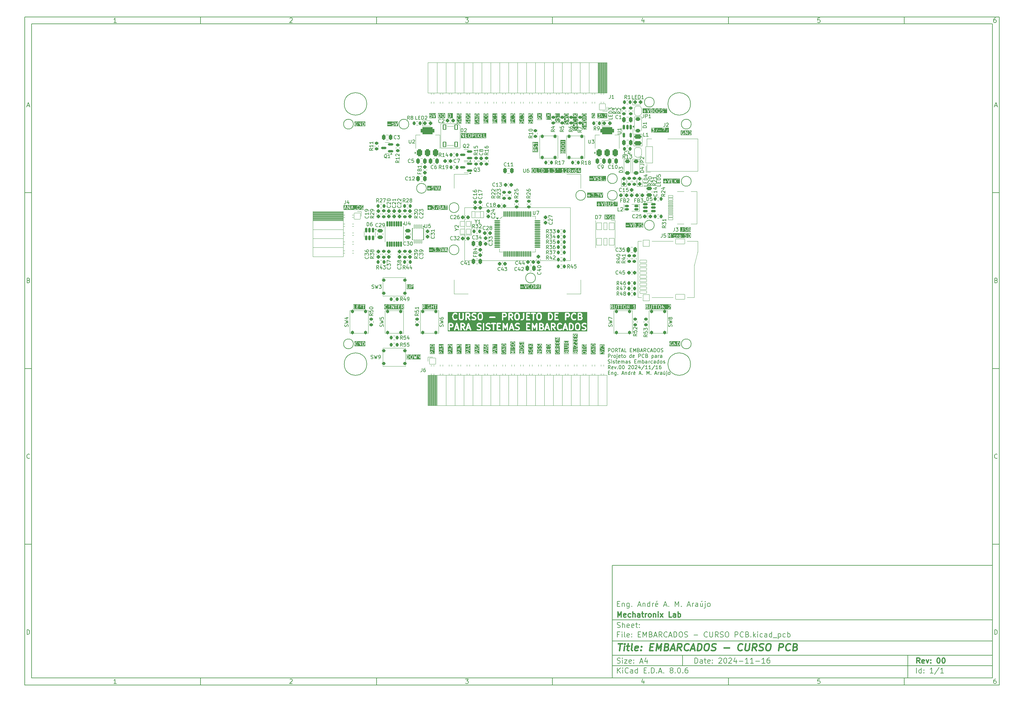
<source format=gbr>
%TF.GenerationSoftware,KiCad,Pcbnew,8.0.6*%
%TF.CreationDate,2024-11-30T17:01:25-03:00*%
%TF.ProjectId,EMBARCADOS - CURSO PCB,454d4241-5243-4414-944f-53202d204355,00*%
%TF.SameCoordinates,Original*%
%TF.FileFunction,Legend,Top*%
%TF.FilePolarity,Positive*%
%FSLAX46Y46*%
G04 Gerber Fmt 4.6, Leading zero omitted, Abs format (unit mm)*
G04 Created by KiCad (PCBNEW 8.0.6) date 2024-11-30 17:01:25*
%MOMM*%
%LPD*%
G01*
G04 APERTURE LIST*
G04 Aperture macros list*
%AMRoundRect*
0 Rectangle with rounded corners*
0 $1 Rounding radius*
0 $2 $3 $4 $5 $6 $7 $8 $9 X,Y pos of 4 corners*
0 Add a 4 corners polygon primitive as box body*
4,1,4,$2,$3,$4,$5,$6,$7,$8,$9,$2,$3,0*
0 Add four circle primitives for the rounded corners*
1,1,$1+$1,$2,$3*
1,1,$1+$1,$4,$5*
1,1,$1+$1,$6,$7*
1,1,$1+$1,$8,$9*
0 Add four rect primitives between the rounded corners*
20,1,$1+$1,$2,$3,$4,$5,0*
20,1,$1+$1,$4,$5,$6,$7,0*
20,1,$1+$1,$6,$7,$8,$9,0*
20,1,$1+$1,$8,$9,$2,$3,0*%
%AMFreePoly0*
4,1,35,0.526870,0.776870,0.538000,0.750000,0.538000,-0.750000,0.526870,-0.776870,0.500000,-0.788000,0.000000,-0.788000,-0.012286,-0.782911,-0.071157,-0.782911,-0.081863,-0.781372,-0.218414,-0.741277,-0.228252,-0.736784,-0.347974,-0.659843,-0.356148,-0.652760,-0.449345,-0.545205,-0.455193,-0.536106,-0.514312,-0.406652,-0.517359,-0.396274,-0.537613,-0.255408,-0.538000,-0.250000,-0.538000,0.250000,
-0.537613,0.255408,-0.517359,0.396274,-0.514312,0.406652,-0.455193,0.536106,-0.449345,0.545205,-0.356148,0.652760,-0.347974,0.659843,-0.228252,0.736784,-0.218414,0.741277,-0.081863,0.781372,-0.071157,0.782911,-0.012286,0.782911,0.000000,0.788000,0.500000,0.788000,0.526870,0.776870,0.526870,0.776870,$1*%
%AMFreePoly1*
4,1,35,0.012286,0.782911,0.071157,0.782911,0.081863,0.781372,0.218414,0.741277,0.228252,0.736784,0.347974,0.659843,0.356148,0.652760,0.449345,0.545205,0.455193,0.536106,0.514312,0.406652,0.517359,0.396274,0.537613,0.255408,0.538000,0.250000,0.538000,-0.250000,0.537613,-0.255408,0.517359,-0.396274,0.514312,-0.406652,0.455193,-0.536106,0.449345,-0.545205,0.356148,-0.652760,
0.347974,-0.659843,0.228252,-0.736784,0.218414,-0.741277,0.081863,-0.781372,0.071157,-0.782911,0.012286,-0.782911,0.000000,-0.788000,-0.500000,-0.788000,-0.526870,-0.776870,-0.538000,-0.750000,-0.538000,0.750000,-0.526870,0.776870,-0.500000,0.788000,0.000000,0.788000,0.012286,0.782911,0.012286,0.782911,$1*%
G04 Aperture macros list end*
%ADD10C,0.100000*%
%ADD11C,0.150000*%
%ADD12C,0.300000*%
%ADD13C,0.400000*%
%ADD14C,0.200000*%
%ADD15C,0.120000*%
%ADD16RoundRect,0.038000X0.950000X-0.350000X0.950000X0.350000X-0.950000X0.350000X-0.950000X-0.350000X0*%
%ADD17RoundRect,0.038000X0.900000X-0.850000X0.900000X0.850000X-0.900000X0.850000X-0.900000X-0.850000X0*%
%ADD18RoundRect,0.038000X1.300000X-0.700000X1.300000X0.700000X-1.300000X0.700000X-1.300000X-0.700000X0*%
%ADD19RoundRect,0.219000X0.294000X-0.219000X0.294000X0.219000X-0.294000X0.219000X-0.294000X-0.219000X0*%
%ADD20RoundRect,0.244000X0.269000X-0.244000X0.269000X0.244000X-0.269000X0.244000X-0.269000X-0.244000X0*%
%ADD21RoundRect,0.244000X-0.244000X-0.269000X0.244000X-0.269000X0.244000X0.269000X-0.244000X0.269000X0*%
%ADD22RoundRect,0.244000X-0.269000X0.244000X-0.269000X-0.244000X0.269000X-0.244000X0.269000X0.244000X0*%
%ADD23C,2.076000*%
%ADD24RoundRect,0.219000X0.219000X0.294000X-0.219000X0.294000X-0.219000X-0.294000X0.219000X-0.294000X0*%
%ADD25C,3.276000*%
%ADD26RoundRect,0.219000X-0.294000X0.219000X-0.294000X-0.219000X0.294000X-0.219000X0.294000X0.219000X0*%
%ADD27RoundRect,0.194000X0.344000X0.194000X-0.344000X0.194000X-0.344000X-0.194000X0.344000X-0.194000X0*%
%ADD28RoundRect,0.244000X-0.394000X0.244000X-0.394000X-0.244000X0.394000X-0.244000X0.394000X0.244000X0*%
%ADD29RoundRect,0.038000X-0.125000X0.550000X-0.125000X-0.550000X0.125000X-0.550000X0.125000X0.550000X0*%
%ADD30RoundRect,0.269000X0.269000X0.494000X-0.269000X0.494000X-0.269000X-0.494000X0.269000X-0.494000X0*%
%ADD31RoundRect,0.038000X-0.850000X0.850000X-0.850000X-0.850000X0.850000X-0.850000X0.850000X0.850000X0*%
%ADD32O,1.776000X1.776000*%
%ADD33RoundRect,0.219000X-0.219000X-0.294000X0.219000X-0.294000X0.219000X0.294000X-0.219000X0.294000X0*%
%ADD34C,0.726000*%
%ADD35RoundRect,0.038000X0.620000X-0.300000X0.620000X0.300000X-0.620000X0.300000X-0.620000X-0.300000X0*%
%ADD36RoundRect,0.038000X0.620000X-0.150000X0.620000X0.150000X-0.620000X0.150000X-0.620000X-0.150000X0*%
%ADD37O,2.176000X1.076000*%
%ADD38O,1.876000X1.076000*%
%ADD39C,1.500000*%
%ADD40RoundRect,0.394000X0.394000X-0.644000X0.394000X0.644000X-0.394000X0.644000X-0.394000X-0.644000X0*%
%ADD41RoundRect,0.519000X1.419000X-0.519000X1.419000X0.519000X-1.419000X0.519000X-1.419000X-0.519000X0*%
%ADD42RoundRect,0.194000X-0.194000X0.344000X-0.194000X-0.344000X0.194000X-0.344000X0.194000X0.344000X0*%
%ADD43RoundRect,0.194000X0.194000X-0.344000X0.194000X0.344000X-0.194000X0.344000X-0.194000X-0.344000X0*%
%ADD44RoundRect,0.038000X-0.850000X-0.850000X0.850000X-0.850000X0.850000X0.850000X-0.850000X0.850000X0*%
%ADD45RoundRect,0.244000X0.244000X0.269000X-0.244000X0.269000X-0.244000X-0.269000X0.244000X-0.269000X0*%
%ADD46RoundRect,0.294000X0.744000X-0.294000X0.744000X0.294000X-0.744000X0.294000X-0.744000X-0.294000X0*%
%ADD47RoundRect,0.269000X0.494000X-0.269000X0.494000X0.269000X-0.494000X0.269000X-0.494000X-0.269000X0*%
%ADD48RoundRect,0.194000X-0.344000X-0.194000X0.344000X-0.194000X0.344000X0.194000X-0.344000X0.194000X0*%
%ADD49RoundRect,0.237750X-0.275250X0.237750X-0.275250X-0.237750X0.275250X-0.237750X0.275250X0.237750X0*%
%ADD50RoundRect,0.094000X-0.719000X-0.094000X0.719000X-0.094000X0.719000X0.094000X-0.719000X0.094000X0*%
%ADD51RoundRect,0.094000X-0.094000X-0.719000X0.094000X-0.719000X0.094000X0.719000X-0.094000X0.719000X0*%
%ADD52FreePoly0,90.000000*%
%ADD53FreePoly1,90.000000*%
%ADD54RoundRect,0.169000X-0.169000X0.531500X-0.169000X-0.531500X0.169000X-0.531500X0.169000X0.531500X0*%
%ADD55RoundRect,0.038000X0.850000X-0.850000X0.850000X0.850000X-0.850000X0.850000X-0.850000X-0.850000X0*%
%ADD56RoundRect,0.237750X0.275250X-0.237750X0.275250X0.237750X-0.275250X0.237750X-0.275250X-0.237750X0*%
%ADD57RoundRect,0.169000X-0.531500X-0.169000X0.531500X-0.169000X0.531500X0.169000X-0.531500X0.169000X0*%
%ADD58RoundRect,0.169000X0.606500X0.169000X-0.606500X0.169000X-0.606500X-0.169000X0.606500X-0.169000X0*%
%ADD59RoundRect,0.237750X-0.237750X-0.275250X0.237750X-0.275250X0.237750X0.275250X-0.237750X0.275250X0*%
%ADD60RoundRect,0.038000X-0.700000X1.000000X-0.700000X-1.000000X0.700000X-1.000000X0.700000X1.000000X0*%
%ADD61RoundRect,0.038000X-0.500000X1.000000X-0.500000X-1.000000X0.500000X-1.000000X0.500000X1.000000X0*%
%ADD62RoundRect,0.169000X0.419000X0.169000X-0.419000X0.169000X-0.419000X-0.169000X0.419000X-0.169000X0*%
%ADD63RoundRect,0.038000X1.000000X-2.300000X1.000000X2.300000X-1.000000X2.300000X-1.000000X-2.300000X0*%
%ADD64O,2.076000X4.276000*%
%ADD65O,4.276000X2.076000*%
%ADD66C,1.576000*%
%ADD67RoundRect,0.237750X0.237750X0.275250X-0.237750X0.275250X-0.237750X-0.275250X0.237750X-0.275250X0*%
%ADD68RoundRect,0.269000X-0.494000X0.269000X-0.494000X-0.269000X0.494000X-0.269000X0.494000X0.269000X0*%
%ADD69RoundRect,0.097600X0.390400X-0.690400X0.390400X0.690400X-0.390400X0.690400X-0.390400X-0.690400X0*%
%ADD70RoundRect,0.038000X0.600000X-0.700000X0.600000X0.700000X-0.600000X0.700000X-0.600000X-0.700000X0*%
%ADD71RoundRect,0.038000X0.500000X0.900000X-0.500000X0.900000X-0.500000X-0.900000X0.500000X-0.900000X0*%
%ADD72RoundRect,0.269000X-0.269000X-0.494000X0.269000X-0.494000X0.269000X0.494000X-0.269000X0.494000X0*%
%ADD73RoundRect,0.119000X-0.119000X0.656500X-0.119000X-0.656500X0.119000X-0.656500X0.119000X0.656500X0*%
G04 APERTURE END LIST*
D10*
D11*
X177002200Y-166007200D02*
X285002200Y-166007200D01*
X285002200Y-198007200D01*
X177002200Y-198007200D01*
X177002200Y-166007200D01*
D10*
D11*
X10000000Y-10000000D02*
X287002200Y-10000000D01*
X287002200Y-200007200D01*
X10000000Y-200007200D01*
X10000000Y-10000000D01*
D10*
D11*
X12000000Y-12000000D02*
X285002200Y-12000000D01*
X285002200Y-198007200D01*
X12000000Y-198007200D01*
X12000000Y-12000000D01*
D10*
D11*
X60000000Y-12000000D02*
X60000000Y-10000000D01*
D10*
D11*
X110000000Y-12000000D02*
X110000000Y-10000000D01*
D10*
D11*
X160000000Y-12000000D02*
X160000000Y-10000000D01*
D10*
D11*
X210000000Y-12000000D02*
X210000000Y-10000000D01*
D10*
D11*
X260000000Y-12000000D02*
X260000000Y-10000000D01*
D10*
D11*
X36089160Y-11593604D02*
X35346303Y-11593604D01*
X35717731Y-11593604D02*
X35717731Y-10293604D01*
X35717731Y-10293604D02*
X35593922Y-10479319D01*
X35593922Y-10479319D02*
X35470112Y-10603128D01*
X35470112Y-10603128D02*
X35346303Y-10665033D01*
D10*
D11*
X85346303Y-10417414D02*
X85408207Y-10355509D01*
X85408207Y-10355509D02*
X85532017Y-10293604D01*
X85532017Y-10293604D02*
X85841541Y-10293604D01*
X85841541Y-10293604D02*
X85965350Y-10355509D01*
X85965350Y-10355509D02*
X86027255Y-10417414D01*
X86027255Y-10417414D02*
X86089160Y-10541223D01*
X86089160Y-10541223D02*
X86089160Y-10665033D01*
X86089160Y-10665033D02*
X86027255Y-10850747D01*
X86027255Y-10850747D02*
X85284398Y-11593604D01*
X85284398Y-11593604D02*
X86089160Y-11593604D01*
D10*
D11*
X135284398Y-10293604D02*
X136089160Y-10293604D01*
X136089160Y-10293604D02*
X135655826Y-10788842D01*
X135655826Y-10788842D02*
X135841541Y-10788842D01*
X135841541Y-10788842D02*
X135965350Y-10850747D01*
X135965350Y-10850747D02*
X136027255Y-10912652D01*
X136027255Y-10912652D02*
X136089160Y-11036461D01*
X136089160Y-11036461D02*
X136089160Y-11345985D01*
X136089160Y-11345985D02*
X136027255Y-11469795D01*
X136027255Y-11469795D02*
X135965350Y-11531700D01*
X135965350Y-11531700D02*
X135841541Y-11593604D01*
X135841541Y-11593604D02*
X135470112Y-11593604D01*
X135470112Y-11593604D02*
X135346303Y-11531700D01*
X135346303Y-11531700D02*
X135284398Y-11469795D01*
D10*
D11*
X185965350Y-10726938D02*
X185965350Y-11593604D01*
X185655826Y-10231700D02*
X185346303Y-11160271D01*
X185346303Y-11160271D02*
X186151064Y-11160271D01*
D10*
D11*
X236027255Y-10293604D02*
X235408207Y-10293604D01*
X235408207Y-10293604D02*
X235346303Y-10912652D01*
X235346303Y-10912652D02*
X235408207Y-10850747D01*
X235408207Y-10850747D02*
X235532017Y-10788842D01*
X235532017Y-10788842D02*
X235841541Y-10788842D01*
X235841541Y-10788842D02*
X235965350Y-10850747D01*
X235965350Y-10850747D02*
X236027255Y-10912652D01*
X236027255Y-10912652D02*
X236089160Y-11036461D01*
X236089160Y-11036461D02*
X236089160Y-11345985D01*
X236089160Y-11345985D02*
X236027255Y-11469795D01*
X236027255Y-11469795D02*
X235965350Y-11531700D01*
X235965350Y-11531700D02*
X235841541Y-11593604D01*
X235841541Y-11593604D02*
X235532017Y-11593604D01*
X235532017Y-11593604D02*
X235408207Y-11531700D01*
X235408207Y-11531700D02*
X235346303Y-11469795D01*
D10*
D11*
X285965350Y-10293604D02*
X285717731Y-10293604D01*
X285717731Y-10293604D02*
X285593922Y-10355509D01*
X285593922Y-10355509D02*
X285532017Y-10417414D01*
X285532017Y-10417414D02*
X285408207Y-10603128D01*
X285408207Y-10603128D02*
X285346303Y-10850747D01*
X285346303Y-10850747D02*
X285346303Y-11345985D01*
X285346303Y-11345985D02*
X285408207Y-11469795D01*
X285408207Y-11469795D02*
X285470112Y-11531700D01*
X285470112Y-11531700D02*
X285593922Y-11593604D01*
X285593922Y-11593604D02*
X285841541Y-11593604D01*
X285841541Y-11593604D02*
X285965350Y-11531700D01*
X285965350Y-11531700D02*
X286027255Y-11469795D01*
X286027255Y-11469795D02*
X286089160Y-11345985D01*
X286089160Y-11345985D02*
X286089160Y-11036461D01*
X286089160Y-11036461D02*
X286027255Y-10912652D01*
X286027255Y-10912652D02*
X285965350Y-10850747D01*
X285965350Y-10850747D02*
X285841541Y-10788842D01*
X285841541Y-10788842D02*
X285593922Y-10788842D01*
X285593922Y-10788842D02*
X285470112Y-10850747D01*
X285470112Y-10850747D02*
X285408207Y-10912652D01*
X285408207Y-10912652D02*
X285346303Y-11036461D01*
D10*
D11*
X60000000Y-198007200D02*
X60000000Y-200007200D01*
D10*
D11*
X110000000Y-198007200D02*
X110000000Y-200007200D01*
D10*
D11*
X160000000Y-198007200D02*
X160000000Y-200007200D01*
D10*
D11*
X210000000Y-198007200D02*
X210000000Y-200007200D01*
D10*
D11*
X260000000Y-198007200D02*
X260000000Y-200007200D01*
D10*
D11*
X36089160Y-199600804D02*
X35346303Y-199600804D01*
X35717731Y-199600804D02*
X35717731Y-198300804D01*
X35717731Y-198300804D02*
X35593922Y-198486519D01*
X35593922Y-198486519D02*
X35470112Y-198610328D01*
X35470112Y-198610328D02*
X35346303Y-198672233D01*
D10*
D11*
X85346303Y-198424614D02*
X85408207Y-198362709D01*
X85408207Y-198362709D02*
X85532017Y-198300804D01*
X85532017Y-198300804D02*
X85841541Y-198300804D01*
X85841541Y-198300804D02*
X85965350Y-198362709D01*
X85965350Y-198362709D02*
X86027255Y-198424614D01*
X86027255Y-198424614D02*
X86089160Y-198548423D01*
X86089160Y-198548423D02*
X86089160Y-198672233D01*
X86089160Y-198672233D02*
X86027255Y-198857947D01*
X86027255Y-198857947D02*
X85284398Y-199600804D01*
X85284398Y-199600804D02*
X86089160Y-199600804D01*
D10*
D11*
X135284398Y-198300804D02*
X136089160Y-198300804D01*
X136089160Y-198300804D02*
X135655826Y-198796042D01*
X135655826Y-198796042D02*
X135841541Y-198796042D01*
X135841541Y-198796042D02*
X135965350Y-198857947D01*
X135965350Y-198857947D02*
X136027255Y-198919852D01*
X136027255Y-198919852D02*
X136089160Y-199043661D01*
X136089160Y-199043661D02*
X136089160Y-199353185D01*
X136089160Y-199353185D02*
X136027255Y-199476995D01*
X136027255Y-199476995D02*
X135965350Y-199538900D01*
X135965350Y-199538900D02*
X135841541Y-199600804D01*
X135841541Y-199600804D02*
X135470112Y-199600804D01*
X135470112Y-199600804D02*
X135346303Y-199538900D01*
X135346303Y-199538900D02*
X135284398Y-199476995D01*
D10*
D11*
X185965350Y-198734138D02*
X185965350Y-199600804D01*
X185655826Y-198238900D02*
X185346303Y-199167471D01*
X185346303Y-199167471D02*
X186151064Y-199167471D01*
D10*
D11*
X236027255Y-198300804D02*
X235408207Y-198300804D01*
X235408207Y-198300804D02*
X235346303Y-198919852D01*
X235346303Y-198919852D02*
X235408207Y-198857947D01*
X235408207Y-198857947D02*
X235532017Y-198796042D01*
X235532017Y-198796042D02*
X235841541Y-198796042D01*
X235841541Y-198796042D02*
X235965350Y-198857947D01*
X235965350Y-198857947D02*
X236027255Y-198919852D01*
X236027255Y-198919852D02*
X236089160Y-199043661D01*
X236089160Y-199043661D02*
X236089160Y-199353185D01*
X236089160Y-199353185D02*
X236027255Y-199476995D01*
X236027255Y-199476995D02*
X235965350Y-199538900D01*
X235965350Y-199538900D02*
X235841541Y-199600804D01*
X235841541Y-199600804D02*
X235532017Y-199600804D01*
X235532017Y-199600804D02*
X235408207Y-199538900D01*
X235408207Y-199538900D02*
X235346303Y-199476995D01*
D10*
D11*
X285965350Y-198300804D02*
X285717731Y-198300804D01*
X285717731Y-198300804D02*
X285593922Y-198362709D01*
X285593922Y-198362709D02*
X285532017Y-198424614D01*
X285532017Y-198424614D02*
X285408207Y-198610328D01*
X285408207Y-198610328D02*
X285346303Y-198857947D01*
X285346303Y-198857947D02*
X285346303Y-199353185D01*
X285346303Y-199353185D02*
X285408207Y-199476995D01*
X285408207Y-199476995D02*
X285470112Y-199538900D01*
X285470112Y-199538900D02*
X285593922Y-199600804D01*
X285593922Y-199600804D02*
X285841541Y-199600804D01*
X285841541Y-199600804D02*
X285965350Y-199538900D01*
X285965350Y-199538900D02*
X286027255Y-199476995D01*
X286027255Y-199476995D02*
X286089160Y-199353185D01*
X286089160Y-199353185D02*
X286089160Y-199043661D01*
X286089160Y-199043661D02*
X286027255Y-198919852D01*
X286027255Y-198919852D02*
X285965350Y-198857947D01*
X285965350Y-198857947D02*
X285841541Y-198796042D01*
X285841541Y-198796042D02*
X285593922Y-198796042D01*
X285593922Y-198796042D02*
X285470112Y-198857947D01*
X285470112Y-198857947D02*
X285408207Y-198919852D01*
X285408207Y-198919852D02*
X285346303Y-199043661D01*
D10*
D11*
X10000000Y-60000000D02*
X12000000Y-60000000D01*
D10*
D11*
X10000000Y-110000000D02*
X12000000Y-110000000D01*
D10*
D11*
X10000000Y-160000000D02*
X12000000Y-160000000D01*
D10*
D11*
X10690476Y-35222176D02*
X11309523Y-35222176D01*
X10566666Y-35593604D02*
X10999999Y-34293604D01*
X10999999Y-34293604D02*
X11433333Y-35593604D01*
D10*
D11*
X11092857Y-84912652D02*
X11278571Y-84974557D01*
X11278571Y-84974557D02*
X11340476Y-85036461D01*
X11340476Y-85036461D02*
X11402380Y-85160271D01*
X11402380Y-85160271D02*
X11402380Y-85345985D01*
X11402380Y-85345985D02*
X11340476Y-85469795D01*
X11340476Y-85469795D02*
X11278571Y-85531700D01*
X11278571Y-85531700D02*
X11154761Y-85593604D01*
X11154761Y-85593604D02*
X10659523Y-85593604D01*
X10659523Y-85593604D02*
X10659523Y-84293604D01*
X10659523Y-84293604D02*
X11092857Y-84293604D01*
X11092857Y-84293604D02*
X11216666Y-84355509D01*
X11216666Y-84355509D02*
X11278571Y-84417414D01*
X11278571Y-84417414D02*
X11340476Y-84541223D01*
X11340476Y-84541223D02*
X11340476Y-84665033D01*
X11340476Y-84665033D02*
X11278571Y-84788842D01*
X11278571Y-84788842D02*
X11216666Y-84850747D01*
X11216666Y-84850747D02*
X11092857Y-84912652D01*
X11092857Y-84912652D02*
X10659523Y-84912652D01*
D10*
D11*
X11402380Y-135469795D02*
X11340476Y-135531700D01*
X11340476Y-135531700D02*
X11154761Y-135593604D01*
X11154761Y-135593604D02*
X11030952Y-135593604D01*
X11030952Y-135593604D02*
X10845238Y-135531700D01*
X10845238Y-135531700D02*
X10721428Y-135407890D01*
X10721428Y-135407890D02*
X10659523Y-135284080D01*
X10659523Y-135284080D02*
X10597619Y-135036461D01*
X10597619Y-135036461D02*
X10597619Y-134850747D01*
X10597619Y-134850747D02*
X10659523Y-134603128D01*
X10659523Y-134603128D02*
X10721428Y-134479319D01*
X10721428Y-134479319D02*
X10845238Y-134355509D01*
X10845238Y-134355509D02*
X11030952Y-134293604D01*
X11030952Y-134293604D02*
X11154761Y-134293604D01*
X11154761Y-134293604D02*
X11340476Y-134355509D01*
X11340476Y-134355509D02*
X11402380Y-134417414D01*
D10*
D11*
X10659523Y-185593604D02*
X10659523Y-184293604D01*
X10659523Y-184293604D02*
X10969047Y-184293604D01*
X10969047Y-184293604D02*
X11154761Y-184355509D01*
X11154761Y-184355509D02*
X11278571Y-184479319D01*
X11278571Y-184479319D02*
X11340476Y-184603128D01*
X11340476Y-184603128D02*
X11402380Y-184850747D01*
X11402380Y-184850747D02*
X11402380Y-185036461D01*
X11402380Y-185036461D02*
X11340476Y-185284080D01*
X11340476Y-185284080D02*
X11278571Y-185407890D01*
X11278571Y-185407890D02*
X11154761Y-185531700D01*
X11154761Y-185531700D02*
X10969047Y-185593604D01*
X10969047Y-185593604D02*
X10659523Y-185593604D01*
D10*
D11*
X287002200Y-60000000D02*
X285002200Y-60000000D01*
D10*
D11*
X287002200Y-110000000D02*
X285002200Y-110000000D01*
D10*
D11*
X287002200Y-160000000D02*
X285002200Y-160000000D01*
D10*
D11*
X285692676Y-35222176D02*
X286311723Y-35222176D01*
X285568866Y-35593604D02*
X286002199Y-34293604D01*
X286002199Y-34293604D02*
X286435533Y-35593604D01*
D10*
D11*
X286095057Y-84912652D02*
X286280771Y-84974557D01*
X286280771Y-84974557D02*
X286342676Y-85036461D01*
X286342676Y-85036461D02*
X286404580Y-85160271D01*
X286404580Y-85160271D02*
X286404580Y-85345985D01*
X286404580Y-85345985D02*
X286342676Y-85469795D01*
X286342676Y-85469795D02*
X286280771Y-85531700D01*
X286280771Y-85531700D02*
X286156961Y-85593604D01*
X286156961Y-85593604D02*
X285661723Y-85593604D01*
X285661723Y-85593604D02*
X285661723Y-84293604D01*
X285661723Y-84293604D02*
X286095057Y-84293604D01*
X286095057Y-84293604D02*
X286218866Y-84355509D01*
X286218866Y-84355509D02*
X286280771Y-84417414D01*
X286280771Y-84417414D02*
X286342676Y-84541223D01*
X286342676Y-84541223D02*
X286342676Y-84665033D01*
X286342676Y-84665033D02*
X286280771Y-84788842D01*
X286280771Y-84788842D02*
X286218866Y-84850747D01*
X286218866Y-84850747D02*
X286095057Y-84912652D01*
X286095057Y-84912652D02*
X285661723Y-84912652D01*
D10*
D11*
X286404580Y-135469795D02*
X286342676Y-135531700D01*
X286342676Y-135531700D02*
X286156961Y-135593604D01*
X286156961Y-135593604D02*
X286033152Y-135593604D01*
X286033152Y-135593604D02*
X285847438Y-135531700D01*
X285847438Y-135531700D02*
X285723628Y-135407890D01*
X285723628Y-135407890D02*
X285661723Y-135284080D01*
X285661723Y-135284080D02*
X285599819Y-135036461D01*
X285599819Y-135036461D02*
X285599819Y-134850747D01*
X285599819Y-134850747D02*
X285661723Y-134603128D01*
X285661723Y-134603128D02*
X285723628Y-134479319D01*
X285723628Y-134479319D02*
X285847438Y-134355509D01*
X285847438Y-134355509D02*
X286033152Y-134293604D01*
X286033152Y-134293604D02*
X286156961Y-134293604D01*
X286156961Y-134293604D02*
X286342676Y-134355509D01*
X286342676Y-134355509D02*
X286404580Y-134417414D01*
D10*
D11*
X285661723Y-185593604D02*
X285661723Y-184293604D01*
X285661723Y-184293604D02*
X285971247Y-184293604D01*
X285971247Y-184293604D02*
X286156961Y-184355509D01*
X286156961Y-184355509D02*
X286280771Y-184479319D01*
X286280771Y-184479319D02*
X286342676Y-184603128D01*
X286342676Y-184603128D02*
X286404580Y-184850747D01*
X286404580Y-184850747D02*
X286404580Y-185036461D01*
X286404580Y-185036461D02*
X286342676Y-185284080D01*
X286342676Y-185284080D02*
X286280771Y-185407890D01*
X286280771Y-185407890D02*
X286156961Y-185531700D01*
X286156961Y-185531700D02*
X285971247Y-185593604D01*
X285971247Y-185593604D02*
X285661723Y-185593604D01*
D10*
D11*
X200458026Y-193793328D02*
X200458026Y-192293328D01*
X200458026Y-192293328D02*
X200815169Y-192293328D01*
X200815169Y-192293328D02*
X201029455Y-192364757D01*
X201029455Y-192364757D02*
X201172312Y-192507614D01*
X201172312Y-192507614D02*
X201243741Y-192650471D01*
X201243741Y-192650471D02*
X201315169Y-192936185D01*
X201315169Y-192936185D02*
X201315169Y-193150471D01*
X201315169Y-193150471D02*
X201243741Y-193436185D01*
X201243741Y-193436185D02*
X201172312Y-193579042D01*
X201172312Y-193579042D02*
X201029455Y-193721900D01*
X201029455Y-193721900D02*
X200815169Y-193793328D01*
X200815169Y-193793328D02*
X200458026Y-193793328D01*
X202600884Y-193793328D02*
X202600884Y-193007614D01*
X202600884Y-193007614D02*
X202529455Y-192864757D01*
X202529455Y-192864757D02*
X202386598Y-192793328D01*
X202386598Y-192793328D02*
X202100884Y-192793328D01*
X202100884Y-192793328D02*
X201958026Y-192864757D01*
X202600884Y-193721900D02*
X202458026Y-193793328D01*
X202458026Y-193793328D02*
X202100884Y-193793328D01*
X202100884Y-193793328D02*
X201958026Y-193721900D01*
X201958026Y-193721900D02*
X201886598Y-193579042D01*
X201886598Y-193579042D02*
X201886598Y-193436185D01*
X201886598Y-193436185D02*
X201958026Y-193293328D01*
X201958026Y-193293328D02*
X202100884Y-193221900D01*
X202100884Y-193221900D02*
X202458026Y-193221900D01*
X202458026Y-193221900D02*
X202600884Y-193150471D01*
X203100884Y-192793328D02*
X203672312Y-192793328D01*
X203315169Y-192293328D02*
X203315169Y-193579042D01*
X203315169Y-193579042D02*
X203386598Y-193721900D01*
X203386598Y-193721900D02*
X203529455Y-193793328D01*
X203529455Y-193793328D02*
X203672312Y-193793328D01*
X204743741Y-193721900D02*
X204600884Y-193793328D01*
X204600884Y-193793328D02*
X204315170Y-193793328D01*
X204315170Y-193793328D02*
X204172312Y-193721900D01*
X204172312Y-193721900D02*
X204100884Y-193579042D01*
X204100884Y-193579042D02*
X204100884Y-193007614D01*
X204100884Y-193007614D02*
X204172312Y-192864757D01*
X204172312Y-192864757D02*
X204315170Y-192793328D01*
X204315170Y-192793328D02*
X204600884Y-192793328D01*
X204600884Y-192793328D02*
X204743741Y-192864757D01*
X204743741Y-192864757D02*
X204815170Y-193007614D01*
X204815170Y-193007614D02*
X204815170Y-193150471D01*
X204815170Y-193150471D02*
X204100884Y-193293328D01*
X205458026Y-193650471D02*
X205529455Y-193721900D01*
X205529455Y-193721900D02*
X205458026Y-193793328D01*
X205458026Y-193793328D02*
X205386598Y-193721900D01*
X205386598Y-193721900D02*
X205458026Y-193650471D01*
X205458026Y-193650471D02*
X205458026Y-193793328D01*
X205458026Y-192864757D02*
X205529455Y-192936185D01*
X205529455Y-192936185D02*
X205458026Y-193007614D01*
X205458026Y-193007614D02*
X205386598Y-192936185D01*
X205386598Y-192936185D02*
X205458026Y-192864757D01*
X205458026Y-192864757D02*
X205458026Y-193007614D01*
X207243741Y-192436185D02*
X207315169Y-192364757D01*
X207315169Y-192364757D02*
X207458027Y-192293328D01*
X207458027Y-192293328D02*
X207815169Y-192293328D01*
X207815169Y-192293328D02*
X207958027Y-192364757D01*
X207958027Y-192364757D02*
X208029455Y-192436185D01*
X208029455Y-192436185D02*
X208100884Y-192579042D01*
X208100884Y-192579042D02*
X208100884Y-192721900D01*
X208100884Y-192721900D02*
X208029455Y-192936185D01*
X208029455Y-192936185D02*
X207172312Y-193793328D01*
X207172312Y-193793328D02*
X208100884Y-193793328D01*
X209029455Y-192293328D02*
X209172312Y-192293328D01*
X209172312Y-192293328D02*
X209315169Y-192364757D01*
X209315169Y-192364757D02*
X209386598Y-192436185D01*
X209386598Y-192436185D02*
X209458026Y-192579042D01*
X209458026Y-192579042D02*
X209529455Y-192864757D01*
X209529455Y-192864757D02*
X209529455Y-193221900D01*
X209529455Y-193221900D02*
X209458026Y-193507614D01*
X209458026Y-193507614D02*
X209386598Y-193650471D01*
X209386598Y-193650471D02*
X209315169Y-193721900D01*
X209315169Y-193721900D02*
X209172312Y-193793328D01*
X209172312Y-193793328D02*
X209029455Y-193793328D01*
X209029455Y-193793328D02*
X208886598Y-193721900D01*
X208886598Y-193721900D02*
X208815169Y-193650471D01*
X208815169Y-193650471D02*
X208743740Y-193507614D01*
X208743740Y-193507614D02*
X208672312Y-193221900D01*
X208672312Y-193221900D02*
X208672312Y-192864757D01*
X208672312Y-192864757D02*
X208743740Y-192579042D01*
X208743740Y-192579042D02*
X208815169Y-192436185D01*
X208815169Y-192436185D02*
X208886598Y-192364757D01*
X208886598Y-192364757D02*
X209029455Y-192293328D01*
X210100883Y-192436185D02*
X210172311Y-192364757D01*
X210172311Y-192364757D02*
X210315169Y-192293328D01*
X210315169Y-192293328D02*
X210672311Y-192293328D01*
X210672311Y-192293328D02*
X210815169Y-192364757D01*
X210815169Y-192364757D02*
X210886597Y-192436185D01*
X210886597Y-192436185D02*
X210958026Y-192579042D01*
X210958026Y-192579042D02*
X210958026Y-192721900D01*
X210958026Y-192721900D02*
X210886597Y-192936185D01*
X210886597Y-192936185D02*
X210029454Y-193793328D01*
X210029454Y-193793328D02*
X210958026Y-193793328D01*
X212243740Y-192793328D02*
X212243740Y-193793328D01*
X211886597Y-192221900D02*
X211529454Y-193293328D01*
X211529454Y-193293328D02*
X212458025Y-193293328D01*
X213029453Y-193221900D02*
X214172311Y-193221900D01*
X215672311Y-193793328D02*
X214815168Y-193793328D01*
X215243739Y-193793328D02*
X215243739Y-192293328D01*
X215243739Y-192293328D02*
X215100882Y-192507614D01*
X215100882Y-192507614D02*
X214958025Y-192650471D01*
X214958025Y-192650471D02*
X214815168Y-192721900D01*
X217100882Y-193793328D02*
X216243739Y-193793328D01*
X216672310Y-193793328D02*
X216672310Y-192293328D01*
X216672310Y-192293328D02*
X216529453Y-192507614D01*
X216529453Y-192507614D02*
X216386596Y-192650471D01*
X216386596Y-192650471D02*
X216243739Y-192721900D01*
X217743738Y-193221900D02*
X218886596Y-193221900D01*
X220386596Y-193793328D02*
X219529453Y-193793328D01*
X219958024Y-193793328D02*
X219958024Y-192293328D01*
X219958024Y-192293328D02*
X219815167Y-192507614D01*
X219815167Y-192507614D02*
X219672310Y-192650471D01*
X219672310Y-192650471D02*
X219529453Y-192721900D01*
X221672310Y-192293328D02*
X221386595Y-192293328D01*
X221386595Y-192293328D02*
X221243738Y-192364757D01*
X221243738Y-192364757D02*
X221172310Y-192436185D01*
X221172310Y-192436185D02*
X221029452Y-192650471D01*
X221029452Y-192650471D02*
X220958024Y-192936185D01*
X220958024Y-192936185D02*
X220958024Y-193507614D01*
X220958024Y-193507614D02*
X221029452Y-193650471D01*
X221029452Y-193650471D02*
X221100881Y-193721900D01*
X221100881Y-193721900D02*
X221243738Y-193793328D01*
X221243738Y-193793328D02*
X221529452Y-193793328D01*
X221529452Y-193793328D02*
X221672310Y-193721900D01*
X221672310Y-193721900D02*
X221743738Y-193650471D01*
X221743738Y-193650471D02*
X221815167Y-193507614D01*
X221815167Y-193507614D02*
X221815167Y-193150471D01*
X221815167Y-193150471D02*
X221743738Y-193007614D01*
X221743738Y-193007614D02*
X221672310Y-192936185D01*
X221672310Y-192936185D02*
X221529452Y-192864757D01*
X221529452Y-192864757D02*
X221243738Y-192864757D01*
X221243738Y-192864757D02*
X221100881Y-192936185D01*
X221100881Y-192936185D02*
X221029452Y-193007614D01*
X221029452Y-193007614D02*
X220958024Y-193150471D01*
D10*
D11*
X177002200Y-194507200D02*
X285002200Y-194507200D01*
D10*
D11*
X178458026Y-196593328D02*
X178458026Y-195093328D01*
X179315169Y-196593328D02*
X178672312Y-195736185D01*
X179315169Y-195093328D02*
X178458026Y-195950471D01*
X179958026Y-196593328D02*
X179958026Y-195593328D01*
X179958026Y-195093328D02*
X179886598Y-195164757D01*
X179886598Y-195164757D02*
X179958026Y-195236185D01*
X179958026Y-195236185D02*
X180029455Y-195164757D01*
X180029455Y-195164757D02*
X179958026Y-195093328D01*
X179958026Y-195093328D02*
X179958026Y-195236185D01*
X181529455Y-196450471D02*
X181458027Y-196521900D01*
X181458027Y-196521900D02*
X181243741Y-196593328D01*
X181243741Y-196593328D02*
X181100884Y-196593328D01*
X181100884Y-196593328D02*
X180886598Y-196521900D01*
X180886598Y-196521900D02*
X180743741Y-196379042D01*
X180743741Y-196379042D02*
X180672312Y-196236185D01*
X180672312Y-196236185D02*
X180600884Y-195950471D01*
X180600884Y-195950471D02*
X180600884Y-195736185D01*
X180600884Y-195736185D02*
X180672312Y-195450471D01*
X180672312Y-195450471D02*
X180743741Y-195307614D01*
X180743741Y-195307614D02*
X180886598Y-195164757D01*
X180886598Y-195164757D02*
X181100884Y-195093328D01*
X181100884Y-195093328D02*
X181243741Y-195093328D01*
X181243741Y-195093328D02*
X181458027Y-195164757D01*
X181458027Y-195164757D02*
X181529455Y-195236185D01*
X182815170Y-196593328D02*
X182815170Y-195807614D01*
X182815170Y-195807614D02*
X182743741Y-195664757D01*
X182743741Y-195664757D02*
X182600884Y-195593328D01*
X182600884Y-195593328D02*
X182315170Y-195593328D01*
X182315170Y-195593328D02*
X182172312Y-195664757D01*
X182815170Y-196521900D02*
X182672312Y-196593328D01*
X182672312Y-196593328D02*
X182315170Y-196593328D01*
X182315170Y-196593328D02*
X182172312Y-196521900D01*
X182172312Y-196521900D02*
X182100884Y-196379042D01*
X182100884Y-196379042D02*
X182100884Y-196236185D01*
X182100884Y-196236185D02*
X182172312Y-196093328D01*
X182172312Y-196093328D02*
X182315170Y-196021900D01*
X182315170Y-196021900D02*
X182672312Y-196021900D01*
X182672312Y-196021900D02*
X182815170Y-195950471D01*
X184172313Y-196593328D02*
X184172313Y-195093328D01*
X184172313Y-196521900D02*
X184029455Y-196593328D01*
X184029455Y-196593328D02*
X183743741Y-196593328D01*
X183743741Y-196593328D02*
X183600884Y-196521900D01*
X183600884Y-196521900D02*
X183529455Y-196450471D01*
X183529455Y-196450471D02*
X183458027Y-196307614D01*
X183458027Y-196307614D02*
X183458027Y-195879042D01*
X183458027Y-195879042D02*
X183529455Y-195736185D01*
X183529455Y-195736185D02*
X183600884Y-195664757D01*
X183600884Y-195664757D02*
X183743741Y-195593328D01*
X183743741Y-195593328D02*
X184029455Y-195593328D01*
X184029455Y-195593328D02*
X184172313Y-195664757D01*
X186029455Y-195807614D02*
X186529455Y-195807614D01*
X186743741Y-196593328D02*
X186029455Y-196593328D01*
X186029455Y-196593328D02*
X186029455Y-195093328D01*
X186029455Y-195093328D02*
X186743741Y-195093328D01*
X187386598Y-196450471D02*
X187458027Y-196521900D01*
X187458027Y-196521900D02*
X187386598Y-196593328D01*
X187386598Y-196593328D02*
X187315170Y-196521900D01*
X187315170Y-196521900D02*
X187386598Y-196450471D01*
X187386598Y-196450471D02*
X187386598Y-196593328D01*
X188100884Y-196593328D02*
X188100884Y-195093328D01*
X188100884Y-195093328D02*
X188458027Y-195093328D01*
X188458027Y-195093328D02*
X188672313Y-195164757D01*
X188672313Y-195164757D02*
X188815170Y-195307614D01*
X188815170Y-195307614D02*
X188886599Y-195450471D01*
X188886599Y-195450471D02*
X188958027Y-195736185D01*
X188958027Y-195736185D02*
X188958027Y-195950471D01*
X188958027Y-195950471D02*
X188886599Y-196236185D01*
X188886599Y-196236185D02*
X188815170Y-196379042D01*
X188815170Y-196379042D02*
X188672313Y-196521900D01*
X188672313Y-196521900D02*
X188458027Y-196593328D01*
X188458027Y-196593328D02*
X188100884Y-196593328D01*
X189600884Y-196450471D02*
X189672313Y-196521900D01*
X189672313Y-196521900D02*
X189600884Y-196593328D01*
X189600884Y-196593328D02*
X189529456Y-196521900D01*
X189529456Y-196521900D02*
X189600884Y-196450471D01*
X189600884Y-196450471D02*
X189600884Y-196593328D01*
X190243742Y-196164757D02*
X190958028Y-196164757D01*
X190100885Y-196593328D02*
X190600885Y-195093328D01*
X190600885Y-195093328D02*
X191100885Y-196593328D01*
X191600884Y-196450471D02*
X191672313Y-196521900D01*
X191672313Y-196521900D02*
X191600884Y-196593328D01*
X191600884Y-196593328D02*
X191529456Y-196521900D01*
X191529456Y-196521900D02*
X191600884Y-196450471D01*
X191600884Y-196450471D02*
X191600884Y-196593328D01*
X193672313Y-195736185D02*
X193529456Y-195664757D01*
X193529456Y-195664757D02*
X193458027Y-195593328D01*
X193458027Y-195593328D02*
X193386599Y-195450471D01*
X193386599Y-195450471D02*
X193386599Y-195379042D01*
X193386599Y-195379042D02*
X193458027Y-195236185D01*
X193458027Y-195236185D02*
X193529456Y-195164757D01*
X193529456Y-195164757D02*
X193672313Y-195093328D01*
X193672313Y-195093328D02*
X193958027Y-195093328D01*
X193958027Y-195093328D02*
X194100885Y-195164757D01*
X194100885Y-195164757D02*
X194172313Y-195236185D01*
X194172313Y-195236185D02*
X194243742Y-195379042D01*
X194243742Y-195379042D02*
X194243742Y-195450471D01*
X194243742Y-195450471D02*
X194172313Y-195593328D01*
X194172313Y-195593328D02*
X194100885Y-195664757D01*
X194100885Y-195664757D02*
X193958027Y-195736185D01*
X193958027Y-195736185D02*
X193672313Y-195736185D01*
X193672313Y-195736185D02*
X193529456Y-195807614D01*
X193529456Y-195807614D02*
X193458027Y-195879042D01*
X193458027Y-195879042D02*
X193386599Y-196021900D01*
X193386599Y-196021900D02*
X193386599Y-196307614D01*
X193386599Y-196307614D02*
X193458027Y-196450471D01*
X193458027Y-196450471D02*
X193529456Y-196521900D01*
X193529456Y-196521900D02*
X193672313Y-196593328D01*
X193672313Y-196593328D02*
X193958027Y-196593328D01*
X193958027Y-196593328D02*
X194100885Y-196521900D01*
X194100885Y-196521900D02*
X194172313Y-196450471D01*
X194172313Y-196450471D02*
X194243742Y-196307614D01*
X194243742Y-196307614D02*
X194243742Y-196021900D01*
X194243742Y-196021900D02*
X194172313Y-195879042D01*
X194172313Y-195879042D02*
X194100885Y-195807614D01*
X194100885Y-195807614D02*
X193958027Y-195736185D01*
X194886598Y-196450471D02*
X194958027Y-196521900D01*
X194958027Y-196521900D02*
X194886598Y-196593328D01*
X194886598Y-196593328D02*
X194815170Y-196521900D01*
X194815170Y-196521900D02*
X194886598Y-196450471D01*
X194886598Y-196450471D02*
X194886598Y-196593328D01*
X195886599Y-195093328D02*
X196029456Y-195093328D01*
X196029456Y-195093328D02*
X196172313Y-195164757D01*
X196172313Y-195164757D02*
X196243742Y-195236185D01*
X196243742Y-195236185D02*
X196315170Y-195379042D01*
X196315170Y-195379042D02*
X196386599Y-195664757D01*
X196386599Y-195664757D02*
X196386599Y-196021900D01*
X196386599Y-196021900D02*
X196315170Y-196307614D01*
X196315170Y-196307614D02*
X196243742Y-196450471D01*
X196243742Y-196450471D02*
X196172313Y-196521900D01*
X196172313Y-196521900D02*
X196029456Y-196593328D01*
X196029456Y-196593328D02*
X195886599Y-196593328D01*
X195886599Y-196593328D02*
X195743742Y-196521900D01*
X195743742Y-196521900D02*
X195672313Y-196450471D01*
X195672313Y-196450471D02*
X195600884Y-196307614D01*
X195600884Y-196307614D02*
X195529456Y-196021900D01*
X195529456Y-196021900D02*
X195529456Y-195664757D01*
X195529456Y-195664757D02*
X195600884Y-195379042D01*
X195600884Y-195379042D02*
X195672313Y-195236185D01*
X195672313Y-195236185D02*
X195743742Y-195164757D01*
X195743742Y-195164757D02*
X195886599Y-195093328D01*
X197029455Y-196450471D02*
X197100884Y-196521900D01*
X197100884Y-196521900D02*
X197029455Y-196593328D01*
X197029455Y-196593328D02*
X196958027Y-196521900D01*
X196958027Y-196521900D02*
X197029455Y-196450471D01*
X197029455Y-196450471D02*
X197029455Y-196593328D01*
X198386599Y-195093328D02*
X198100884Y-195093328D01*
X198100884Y-195093328D02*
X197958027Y-195164757D01*
X197958027Y-195164757D02*
X197886599Y-195236185D01*
X197886599Y-195236185D02*
X197743741Y-195450471D01*
X197743741Y-195450471D02*
X197672313Y-195736185D01*
X197672313Y-195736185D02*
X197672313Y-196307614D01*
X197672313Y-196307614D02*
X197743741Y-196450471D01*
X197743741Y-196450471D02*
X197815170Y-196521900D01*
X197815170Y-196521900D02*
X197958027Y-196593328D01*
X197958027Y-196593328D02*
X198243741Y-196593328D01*
X198243741Y-196593328D02*
X198386599Y-196521900D01*
X198386599Y-196521900D02*
X198458027Y-196450471D01*
X198458027Y-196450471D02*
X198529456Y-196307614D01*
X198529456Y-196307614D02*
X198529456Y-195950471D01*
X198529456Y-195950471D02*
X198458027Y-195807614D01*
X198458027Y-195807614D02*
X198386599Y-195736185D01*
X198386599Y-195736185D02*
X198243741Y-195664757D01*
X198243741Y-195664757D02*
X197958027Y-195664757D01*
X197958027Y-195664757D02*
X197815170Y-195736185D01*
X197815170Y-195736185D02*
X197743741Y-195807614D01*
X197743741Y-195807614D02*
X197672313Y-195950471D01*
D10*
D11*
X177002200Y-191507200D02*
X285002200Y-191507200D01*
D10*
D12*
X264413853Y-193785528D02*
X263913853Y-193071242D01*
X263556710Y-193785528D02*
X263556710Y-192285528D01*
X263556710Y-192285528D02*
X264128139Y-192285528D01*
X264128139Y-192285528D02*
X264270996Y-192356957D01*
X264270996Y-192356957D02*
X264342425Y-192428385D01*
X264342425Y-192428385D02*
X264413853Y-192571242D01*
X264413853Y-192571242D02*
X264413853Y-192785528D01*
X264413853Y-192785528D02*
X264342425Y-192928385D01*
X264342425Y-192928385D02*
X264270996Y-192999814D01*
X264270996Y-192999814D02*
X264128139Y-193071242D01*
X264128139Y-193071242D02*
X263556710Y-193071242D01*
X265628139Y-193714100D02*
X265485282Y-193785528D01*
X265485282Y-193785528D02*
X265199568Y-193785528D01*
X265199568Y-193785528D02*
X265056710Y-193714100D01*
X265056710Y-193714100D02*
X264985282Y-193571242D01*
X264985282Y-193571242D02*
X264985282Y-192999814D01*
X264985282Y-192999814D02*
X265056710Y-192856957D01*
X265056710Y-192856957D02*
X265199568Y-192785528D01*
X265199568Y-192785528D02*
X265485282Y-192785528D01*
X265485282Y-192785528D02*
X265628139Y-192856957D01*
X265628139Y-192856957D02*
X265699568Y-192999814D01*
X265699568Y-192999814D02*
X265699568Y-193142671D01*
X265699568Y-193142671D02*
X264985282Y-193285528D01*
X266199567Y-192785528D02*
X266556710Y-193785528D01*
X266556710Y-193785528D02*
X266913853Y-192785528D01*
X267485281Y-193642671D02*
X267556710Y-193714100D01*
X267556710Y-193714100D02*
X267485281Y-193785528D01*
X267485281Y-193785528D02*
X267413853Y-193714100D01*
X267413853Y-193714100D02*
X267485281Y-193642671D01*
X267485281Y-193642671D02*
X267485281Y-193785528D01*
X267485281Y-192856957D02*
X267556710Y-192928385D01*
X267556710Y-192928385D02*
X267485281Y-192999814D01*
X267485281Y-192999814D02*
X267413853Y-192928385D01*
X267413853Y-192928385D02*
X267485281Y-192856957D01*
X267485281Y-192856957D02*
X267485281Y-192999814D01*
X269628139Y-192285528D02*
X269770996Y-192285528D01*
X269770996Y-192285528D02*
X269913853Y-192356957D01*
X269913853Y-192356957D02*
X269985282Y-192428385D01*
X269985282Y-192428385D02*
X270056710Y-192571242D01*
X270056710Y-192571242D02*
X270128139Y-192856957D01*
X270128139Y-192856957D02*
X270128139Y-193214100D01*
X270128139Y-193214100D02*
X270056710Y-193499814D01*
X270056710Y-193499814D02*
X269985282Y-193642671D01*
X269985282Y-193642671D02*
X269913853Y-193714100D01*
X269913853Y-193714100D02*
X269770996Y-193785528D01*
X269770996Y-193785528D02*
X269628139Y-193785528D01*
X269628139Y-193785528D02*
X269485282Y-193714100D01*
X269485282Y-193714100D02*
X269413853Y-193642671D01*
X269413853Y-193642671D02*
X269342424Y-193499814D01*
X269342424Y-193499814D02*
X269270996Y-193214100D01*
X269270996Y-193214100D02*
X269270996Y-192856957D01*
X269270996Y-192856957D02*
X269342424Y-192571242D01*
X269342424Y-192571242D02*
X269413853Y-192428385D01*
X269413853Y-192428385D02*
X269485282Y-192356957D01*
X269485282Y-192356957D02*
X269628139Y-192285528D01*
X271056710Y-192285528D02*
X271199567Y-192285528D01*
X271199567Y-192285528D02*
X271342424Y-192356957D01*
X271342424Y-192356957D02*
X271413853Y-192428385D01*
X271413853Y-192428385D02*
X271485281Y-192571242D01*
X271485281Y-192571242D02*
X271556710Y-192856957D01*
X271556710Y-192856957D02*
X271556710Y-193214100D01*
X271556710Y-193214100D02*
X271485281Y-193499814D01*
X271485281Y-193499814D02*
X271413853Y-193642671D01*
X271413853Y-193642671D02*
X271342424Y-193714100D01*
X271342424Y-193714100D02*
X271199567Y-193785528D01*
X271199567Y-193785528D02*
X271056710Y-193785528D01*
X271056710Y-193785528D02*
X270913853Y-193714100D01*
X270913853Y-193714100D02*
X270842424Y-193642671D01*
X270842424Y-193642671D02*
X270770995Y-193499814D01*
X270770995Y-193499814D02*
X270699567Y-193214100D01*
X270699567Y-193214100D02*
X270699567Y-192856957D01*
X270699567Y-192856957D02*
X270770995Y-192571242D01*
X270770995Y-192571242D02*
X270842424Y-192428385D01*
X270842424Y-192428385D02*
X270913853Y-192356957D01*
X270913853Y-192356957D02*
X271056710Y-192285528D01*
D10*
D11*
X178386598Y-193721900D02*
X178600884Y-193793328D01*
X178600884Y-193793328D02*
X178958026Y-193793328D01*
X178958026Y-193793328D02*
X179100884Y-193721900D01*
X179100884Y-193721900D02*
X179172312Y-193650471D01*
X179172312Y-193650471D02*
X179243741Y-193507614D01*
X179243741Y-193507614D02*
X179243741Y-193364757D01*
X179243741Y-193364757D02*
X179172312Y-193221900D01*
X179172312Y-193221900D02*
X179100884Y-193150471D01*
X179100884Y-193150471D02*
X178958026Y-193079042D01*
X178958026Y-193079042D02*
X178672312Y-193007614D01*
X178672312Y-193007614D02*
X178529455Y-192936185D01*
X178529455Y-192936185D02*
X178458026Y-192864757D01*
X178458026Y-192864757D02*
X178386598Y-192721900D01*
X178386598Y-192721900D02*
X178386598Y-192579042D01*
X178386598Y-192579042D02*
X178458026Y-192436185D01*
X178458026Y-192436185D02*
X178529455Y-192364757D01*
X178529455Y-192364757D02*
X178672312Y-192293328D01*
X178672312Y-192293328D02*
X179029455Y-192293328D01*
X179029455Y-192293328D02*
X179243741Y-192364757D01*
X179886597Y-193793328D02*
X179886597Y-192793328D01*
X179886597Y-192293328D02*
X179815169Y-192364757D01*
X179815169Y-192364757D02*
X179886597Y-192436185D01*
X179886597Y-192436185D02*
X179958026Y-192364757D01*
X179958026Y-192364757D02*
X179886597Y-192293328D01*
X179886597Y-192293328D02*
X179886597Y-192436185D01*
X180458026Y-192793328D02*
X181243741Y-192793328D01*
X181243741Y-192793328D02*
X180458026Y-193793328D01*
X180458026Y-193793328D02*
X181243741Y-193793328D01*
X182386598Y-193721900D02*
X182243741Y-193793328D01*
X182243741Y-193793328D02*
X181958027Y-193793328D01*
X181958027Y-193793328D02*
X181815169Y-193721900D01*
X181815169Y-193721900D02*
X181743741Y-193579042D01*
X181743741Y-193579042D02*
X181743741Y-193007614D01*
X181743741Y-193007614D02*
X181815169Y-192864757D01*
X181815169Y-192864757D02*
X181958027Y-192793328D01*
X181958027Y-192793328D02*
X182243741Y-192793328D01*
X182243741Y-192793328D02*
X182386598Y-192864757D01*
X182386598Y-192864757D02*
X182458027Y-193007614D01*
X182458027Y-193007614D02*
X182458027Y-193150471D01*
X182458027Y-193150471D02*
X181743741Y-193293328D01*
X183100883Y-193650471D02*
X183172312Y-193721900D01*
X183172312Y-193721900D02*
X183100883Y-193793328D01*
X183100883Y-193793328D02*
X183029455Y-193721900D01*
X183029455Y-193721900D02*
X183100883Y-193650471D01*
X183100883Y-193650471D02*
X183100883Y-193793328D01*
X183100883Y-192864757D02*
X183172312Y-192936185D01*
X183172312Y-192936185D02*
X183100883Y-193007614D01*
X183100883Y-193007614D02*
X183029455Y-192936185D01*
X183029455Y-192936185D02*
X183100883Y-192864757D01*
X183100883Y-192864757D02*
X183100883Y-193007614D01*
X184886598Y-193364757D02*
X185600884Y-193364757D01*
X184743741Y-193793328D02*
X185243741Y-192293328D01*
X185243741Y-192293328D02*
X185743741Y-193793328D01*
X186886598Y-192793328D02*
X186886598Y-193793328D01*
X186529455Y-192221900D02*
X186172312Y-193293328D01*
X186172312Y-193293328D02*
X187100883Y-193293328D01*
D10*
D11*
X263458026Y-196593328D02*
X263458026Y-195093328D01*
X264815170Y-196593328D02*
X264815170Y-195093328D01*
X264815170Y-196521900D02*
X264672312Y-196593328D01*
X264672312Y-196593328D02*
X264386598Y-196593328D01*
X264386598Y-196593328D02*
X264243741Y-196521900D01*
X264243741Y-196521900D02*
X264172312Y-196450471D01*
X264172312Y-196450471D02*
X264100884Y-196307614D01*
X264100884Y-196307614D02*
X264100884Y-195879042D01*
X264100884Y-195879042D02*
X264172312Y-195736185D01*
X264172312Y-195736185D02*
X264243741Y-195664757D01*
X264243741Y-195664757D02*
X264386598Y-195593328D01*
X264386598Y-195593328D02*
X264672312Y-195593328D01*
X264672312Y-195593328D02*
X264815170Y-195664757D01*
X265529455Y-196450471D02*
X265600884Y-196521900D01*
X265600884Y-196521900D02*
X265529455Y-196593328D01*
X265529455Y-196593328D02*
X265458027Y-196521900D01*
X265458027Y-196521900D02*
X265529455Y-196450471D01*
X265529455Y-196450471D02*
X265529455Y-196593328D01*
X265529455Y-195664757D02*
X265600884Y-195736185D01*
X265600884Y-195736185D02*
X265529455Y-195807614D01*
X265529455Y-195807614D02*
X265458027Y-195736185D01*
X265458027Y-195736185D02*
X265529455Y-195664757D01*
X265529455Y-195664757D02*
X265529455Y-195807614D01*
X268172313Y-196593328D02*
X267315170Y-196593328D01*
X267743741Y-196593328D02*
X267743741Y-195093328D01*
X267743741Y-195093328D02*
X267600884Y-195307614D01*
X267600884Y-195307614D02*
X267458027Y-195450471D01*
X267458027Y-195450471D02*
X267315170Y-195521900D01*
X269886598Y-195021900D02*
X268600884Y-196950471D01*
X271172313Y-196593328D02*
X270315170Y-196593328D01*
X270743741Y-196593328D02*
X270743741Y-195093328D01*
X270743741Y-195093328D02*
X270600884Y-195307614D01*
X270600884Y-195307614D02*
X270458027Y-195450471D01*
X270458027Y-195450471D02*
X270315170Y-195521900D01*
D10*
D11*
X177002200Y-187507200D02*
X285002200Y-187507200D01*
D10*
D13*
X178693928Y-188211638D02*
X179836785Y-188211638D01*
X179015357Y-190211638D02*
X179265357Y-188211638D01*
X180253452Y-190211638D02*
X180420119Y-188878304D01*
X180503452Y-188211638D02*
X180396309Y-188306876D01*
X180396309Y-188306876D02*
X180479643Y-188402114D01*
X180479643Y-188402114D02*
X180586786Y-188306876D01*
X180586786Y-188306876D02*
X180503452Y-188211638D01*
X180503452Y-188211638D02*
X180479643Y-188402114D01*
X181086786Y-188878304D02*
X181848690Y-188878304D01*
X181455833Y-188211638D02*
X181241548Y-189925923D01*
X181241548Y-189925923D02*
X181312976Y-190116400D01*
X181312976Y-190116400D02*
X181491548Y-190211638D01*
X181491548Y-190211638D02*
X181682024Y-190211638D01*
X182634405Y-190211638D02*
X182455833Y-190116400D01*
X182455833Y-190116400D02*
X182384405Y-189925923D01*
X182384405Y-189925923D02*
X182598690Y-188211638D01*
X184170119Y-190116400D02*
X183967738Y-190211638D01*
X183967738Y-190211638D02*
X183586785Y-190211638D01*
X183586785Y-190211638D02*
X183408214Y-190116400D01*
X183408214Y-190116400D02*
X183336785Y-189925923D01*
X183336785Y-189925923D02*
X183432024Y-189164019D01*
X183432024Y-189164019D02*
X183551071Y-188973542D01*
X183551071Y-188973542D02*
X183753452Y-188878304D01*
X183753452Y-188878304D02*
X184134404Y-188878304D01*
X184134404Y-188878304D02*
X184312976Y-188973542D01*
X184312976Y-188973542D02*
X184384404Y-189164019D01*
X184384404Y-189164019D02*
X184360595Y-189354495D01*
X184360595Y-189354495D02*
X183384404Y-189544971D01*
X185134405Y-190021161D02*
X185217738Y-190116400D01*
X185217738Y-190116400D02*
X185110595Y-190211638D01*
X185110595Y-190211638D02*
X185027262Y-190116400D01*
X185027262Y-190116400D02*
X185134405Y-190021161D01*
X185134405Y-190021161D02*
X185110595Y-190211638D01*
X185265357Y-188973542D02*
X185348690Y-189068780D01*
X185348690Y-189068780D02*
X185241548Y-189164019D01*
X185241548Y-189164019D02*
X185158214Y-189068780D01*
X185158214Y-189068780D02*
X185265357Y-188973542D01*
X185265357Y-188973542D02*
X185241548Y-189164019D01*
X187717739Y-189164019D02*
X188384405Y-189164019D01*
X188539167Y-190211638D02*
X187586786Y-190211638D01*
X187586786Y-190211638D02*
X187836786Y-188211638D01*
X187836786Y-188211638D02*
X188789167Y-188211638D01*
X189396310Y-190211638D02*
X189646310Y-188211638D01*
X189646310Y-188211638D02*
X190134405Y-189640209D01*
X190134405Y-189640209D02*
X190979644Y-188211638D01*
X190979644Y-188211638D02*
X190729644Y-190211638D01*
X192479643Y-189164019D02*
X192753453Y-189259257D01*
X192753453Y-189259257D02*
X192836786Y-189354495D01*
X192836786Y-189354495D02*
X192908215Y-189544971D01*
X192908215Y-189544971D02*
X192872500Y-189830685D01*
X192872500Y-189830685D02*
X192753453Y-190021161D01*
X192753453Y-190021161D02*
X192646310Y-190116400D01*
X192646310Y-190116400D02*
X192443929Y-190211638D01*
X192443929Y-190211638D02*
X191682024Y-190211638D01*
X191682024Y-190211638D02*
X191932024Y-188211638D01*
X191932024Y-188211638D02*
X192598691Y-188211638D01*
X192598691Y-188211638D02*
X192777262Y-188306876D01*
X192777262Y-188306876D02*
X192860596Y-188402114D01*
X192860596Y-188402114D02*
X192932024Y-188592590D01*
X192932024Y-188592590D02*
X192908215Y-188783066D01*
X192908215Y-188783066D02*
X192789167Y-188973542D01*
X192789167Y-188973542D02*
X192682024Y-189068780D01*
X192682024Y-189068780D02*
X192479643Y-189164019D01*
X192479643Y-189164019D02*
X191812977Y-189164019D01*
X193658215Y-189640209D02*
X194610596Y-189640209D01*
X193396310Y-190211638D02*
X194312977Y-188211638D01*
X194312977Y-188211638D02*
X194729643Y-190211638D01*
X196539167Y-190211638D02*
X195991548Y-189259257D01*
X195396310Y-190211638D02*
X195646310Y-188211638D01*
X195646310Y-188211638D02*
X196408215Y-188211638D01*
X196408215Y-188211638D02*
X196586786Y-188306876D01*
X196586786Y-188306876D02*
X196670120Y-188402114D01*
X196670120Y-188402114D02*
X196741548Y-188592590D01*
X196741548Y-188592590D02*
X196705834Y-188878304D01*
X196705834Y-188878304D02*
X196586786Y-189068780D01*
X196586786Y-189068780D02*
X196479644Y-189164019D01*
X196479644Y-189164019D02*
X196277263Y-189259257D01*
X196277263Y-189259257D02*
X195515358Y-189259257D01*
X198562977Y-190021161D02*
X198455834Y-190116400D01*
X198455834Y-190116400D02*
X198158215Y-190211638D01*
X198158215Y-190211638D02*
X197967739Y-190211638D01*
X197967739Y-190211638D02*
X197693929Y-190116400D01*
X197693929Y-190116400D02*
X197527263Y-189925923D01*
X197527263Y-189925923D02*
X197455834Y-189735447D01*
X197455834Y-189735447D02*
X197408215Y-189354495D01*
X197408215Y-189354495D02*
X197443929Y-189068780D01*
X197443929Y-189068780D02*
X197586786Y-188687828D01*
X197586786Y-188687828D02*
X197705834Y-188497352D01*
X197705834Y-188497352D02*
X197920120Y-188306876D01*
X197920120Y-188306876D02*
X198217739Y-188211638D01*
X198217739Y-188211638D02*
X198408215Y-188211638D01*
X198408215Y-188211638D02*
X198682025Y-188306876D01*
X198682025Y-188306876D02*
X198765358Y-188402114D01*
X199372501Y-189640209D02*
X200324882Y-189640209D01*
X199110596Y-190211638D02*
X200027263Y-188211638D01*
X200027263Y-188211638D02*
X200443929Y-190211638D01*
X201110596Y-190211638D02*
X201360596Y-188211638D01*
X201360596Y-188211638D02*
X201836787Y-188211638D01*
X201836787Y-188211638D02*
X202110596Y-188306876D01*
X202110596Y-188306876D02*
X202277263Y-188497352D01*
X202277263Y-188497352D02*
X202348691Y-188687828D01*
X202348691Y-188687828D02*
X202396311Y-189068780D01*
X202396311Y-189068780D02*
X202360596Y-189354495D01*
X202360596Y-189354495D02*
X202217739Y-189735447D01*
X202217739Y-189735447D02*
X202098691Y-189925923D01*
X202098691Y-189925923D02*
X201884406Y-190116400D01*
X201884406Y-190116400D02*
X201586787Y-190211638D01*
X201586787Y-190211638D02*
X201110596Y-190211638D01*
X203741549Y-188211638D02*
X204122501Y-188211638D01*
X204122501Y-188211638D02*
X204301072Y-188306876D01*
X204301072Y-188306876D02*
X204467739Y-188497352D01*
X204467739Y-188497352D02*
X204515358Y-188878304D01*
X204515358Y-188878304D02*
X204432025Y-189544971D01*
X204432025Y-189544971D02*
X204289168Y-189925923D01*
X204289168Y-189925923D02*
X204074882Y-190116400D01*
X204074882Y-190116400D02*
X203872501Y-190211638D01*
X203872501Y-190211638D02*
X203491549Y-190211638D01*
X203491549Y-190211638D02*
X203312977Y-190116400D01*
X203312977Y-190116400D02*
X203146311Y-189925923D01*
X203146311Y-189925923D02*
X203098691Y-189544971D01*
X203098691Y-189544971D02*
X203182025Y-188878304D01*
X203182025Y-188878304D02*
X203324882Y-188497352D01*
X203324882Y-188497352D02*
X203539168Y-188306876D01*
X203539168Y-188306876D02*
X203741549Y-188211638D01*
X205122501Y-190116400D02*
X205396310Y-190211638D01*
X205396310Y-190211638D02*
X205872501Y-190211638D01*
X205872501Y-190211638D02*
X206074882Y-190116400D01*
X206074882Y-190116400D02*
X206182025Y-190021161D01*
X206182025Y-190021161D02*
X206301072Y-189830685D01*
X206301072Y-189830685D02*
X206324882Y-189640209D01*
X206324882Y-189640209D02*
X206253453Y-189449733D01*
X206253453Y-189449733D02*
X206170120Y-189354495D01*
X206170120Y-189354495D02*
X205991549Y-189259257D01*
X205991549Y-189259257D02*
X205622501Y-189164019D01*
X205622501Y-189164019D02*
X205443929Y-189068780D01*
X205443929Y-189068780D02*
X205360596Y-188973542D01*
X205360596Y-188973542D02*
X205289168Y-188783066D01*
X205289168Y-188783066D02*
X205312977Y-188592590D01*
X205312977Y-188592590D02*
X205432025Y-188402114D01*
X205432025Y-188402114D02*
X205539168Y-188306876D01*
X205539168Y-188306876D02*
X205741549Y-188211638D01*
X205741549Y-188211638D02*
X206217739Y-188211638D01*
X206217739Y-188211638D02*
X206491549Y-188306876D01*
X208729644Y-189449733D02*
X210253454Y-189449733D01*
X213801073Y-190021161D02*
X213693930Y-190116400D01*
X213693930Y-190116400D02*
X213396311Y-190211638D01*
X213396311Y-190211638D02*
X213205835Y-190211638D01*
X213205835Y-190211638D02*
X212932025Y-190116400D01*
X212932025Y-190116400D02*
X212765359Y-189925923D01*
X212765359Y-189925923D02*
X212693930Y-189735447D01*
X212693930Y-189735447D02*
X212646311Y-189354495D01*
X212646311Y-189354495D02*
X212682025Y-189068780D01*
X212682025Y-189068780D02*
X212824882Y-188687828D01*
X212824882Y-188687828D02*
X212943930Y-188497352D01*
X212943930Y-188497352D02*
X213158216Y-188306876D01*
X213158216Y-188306876D02*
X213455835Y-188211638D01*
X213455835Y-188211638D02*
X213646311Y-188211638D01*
X213646311Y-188211638D02*
X213920121Y-188306876D01*
X213920121Y-188306876D02*
X214003454Y-188402114D01*
X214884406Y-188211638D02*
X214682025Y-189830685D01*
X214682025Y-189830685D02*
X214753454Y-190021161D01*
X214753454Y-190021161D02*
X214836787Y-190116400D01*
X214836787Y-190116400D02*
X215015359Y-190211638D01*
X215015359Y-190211638D02*
X215396311Y-190211638D01*
X215396311Y-190211638D02*
X215598692Y-190116400D01*
X215598692Y-190116400D02*
X215705835Y-190021161D01*
X215705835Y-190021161D02*
X215824882Y-189830685D01*
X215824882Y-189830685D02*
X216027263Y-188211638D01*
X217872501Y-190211638D02*
X217324882Y-189259257D01*
X216729644Y-190211638D02*
X216979644Y-188211638D01*
X216979644Y-188211638D02*
X217741549Y-188211638D01*
X217741549Y-188211638D02*
X217920120Y-188306876D01*
X217920120Y-188306876D02*
X218003454Y-188402114D01*
X218003454Y-188402114D02*
X218074882Y-188592590D01*
X218074882Y-188592590D02*
X218039168Y-188878304D01*
X218039168Y-188878304D02*
X217920120Y-189068780D01*
X217920120Y-189068780D02*
X217812978Y-189164019D01*
X217812978Y-189164019D02*
X217610597Y-189259257D01*
X217610597Y-189259257D02*
X216848692Y-189259257D01*
X218646311Y-190116400D02*
X218920120Y-190211638D01*
X218920120Y-190211638D02*
X219396311Y-190211638D01*
X219396311Y-190211638D02*
X219598692Y-190116400D01*
X219598692Y-190116400D02*
X219705835Y-190021161D01*
X219705835Y-190021161D02*
X219824882Y-189830685D01*
X219824882Y-189830685D02*
X219848692Y-189640209D01*
X219848692Y-189640209D02*
X219777263Y-189449733D01*
X219777263Y-189449733D02*
X219693930Y-189354495D01*
X219693930Y-189354495D02*
X219515359Y-189259257D01*
X219515359Y-189259257D02*
X219146311Y-189164019D01*
X219146311Y-189164019D02*
X218967739Y-189068780D01*
X218967739Y-189068780D02*
X218884406Y-188973542D01*
X218884406Y-188973542D02*
X218812978Y-188783066D01*
X218812978Y-188783066D02*
X218836787Y-188592590D01*
X218836787Y-188592590D02*
X218955835Y-188402114D01*
X218955835Y-188402114D02*
X219062978Y-188306876D01*
X219062978Y-188306876D02*
X219265359Y-188211638D01*
X219265359Y-188211638D02*
X219741549Y-188211638D01*
X219741549Y-188211638D02*
X220015359Y-188306876D01*
X221265359Y-188211638D02*
X221646311Y-188211638D01*
X221646311Y-188211638D02*
X221824882Y-188306876D01*
X221824882Y-188306876D02*
X221991549Y-188497352D01*
X221991549Y-188497352D02*
X222039168Y-188878304D01*
X222039168Y-188878304D02*
X221955835Y-189544971D01*
X221955835Y-189544971D02*
X221812978Y-189925923D01*
X221812978Y-189925923D02*
X221598692Y-190116400D01*
X221598692Y-190116400D02*
X221396311Y-190211638D01*
X221396311Y-190211638D02*
X221015359Y-190211638D01*
X221015359Y-190211638D02*
X220836787Y-190116400D01*
X220836787Y-190116400D02*
X220670121Y-189925923D01*
X220670121Y-189925923D02*
X220622501Y-189544971D01*
X220622501Y-189544971D02*
X220705835Y-188878304D01*
X220705835Y-188878304D02*
X220848692Y-188497352D01*
X220848692Y-188497352D02*
X221062978Y-188306876D01*
X221062978Y-188306876D02*
X221265359Y-188211638D01*
X224253454Y-190211638D02*
X224503454Y-188211638D01*
X224503454Y-188211638D02*
X225265359Y-188211638D01*
X225265359Y-188211638D02*
X225443930Y-188306876D01*
X225443930Y-188306876D02*
X225527264Y-188402114D01*
X225527264Y-188402114D02*
X225598692Y-188592590D01*
X225598692Y-188592590D02*
X225562978Y-188878304D01*
X225562978Y-188878304D02*
X225443930Y-189068780D01*
X225443930Y-189068780D02*
X225336788Y-189164019D01*
X225336788Y-189164019D02*
X225134407Y-189259257D01*
X225134407Y-189259257D02*
X224372502Y-189259257D01*
X227420121Y-190021161D02*
X227312978Y-190116400D01*
X227312978Y-190116400D02*
X227015359Y-190211638D01*
X227015359Y-190211638D02*
X226824883Y-190211638D01*
X226824883Y-190211638D02*
X226551073Y-190116400D01*
X226551073Y-190116400D02*
X226384407Y-189925923D01*
X226384407Y-189925923D02*
X226312978Y-189735447D01*
X226312978Y-189735447D02*
X226265359Y-189354495D01*
X226265359Y-189354495D02*
X226301073Y-189068780D01*
X226301073Y-189068780D02*
X226443930Y-188687828D01*
X226443930Y-188687828D02*
X226562978Y-188497352D01*
X226562978Y-188497352D02*
X226777264Y-188306876D01*
X226777264Y-188306876D02*
X227074883Y-188211638D01*
X227074883Y-188211638D02*
X227265359Y-188211638D01*
X227265359Y-188211638D02*
X227539169Y-188306876D01*
X227539169Y-188306876D02*
X227622502Y-188402114D01*
X229051073Y-189164019D02*
X229324883Y-189259257D01*
X229324883Y-189259257D02*
X229408216Y-189354495D01*
X229408216Y-189354495D02*
X229479645Y-189544971D01*
X229479645Y-189544971D02*
X229443930Y-189830685D01*
X229443930Y-189830685D02*
X229324883Y-190021161D01*
X229324883Y-190021161D02*
X229217740Y-190116400D01*
X229217740Y-190116400D02*
X229015359Y-190211638D01*
X229015359Y-190211638D02*
X228253454Y-190211638D01*
X228253454Y-190211638D02*
X228503454Y-188211638D01*
X228503454Y-188211638D02*
X229170121Y-188211638D01*
X229170121Y-188211638D02*
X229348692Y-188306876D01*
X229348692Y-188306876D02*
X229432026Y-188402114D01*
X229432026Y-188402114D02*
X229503454Y-188592590D01*
X229503454Y-188592590D02*
X229479645Y-188783066D01*
X229479645Y-188783066D02*
X229360597Y-188973542D01*
X229360597Y-188973542D02*
X229253454Y-189068780D01*
X229253454Y-189068780D02*
X229051073Y-189164019D01*
X229051073Y-189164019D02*
X228384407Y-189164019D01*
D10*
D11*
X178958026Y-185607614D02*
X178458026Y-185607614D01*
X178458026Y-186393328D02*
X178458026Y-184893328D01*
X178458026Y-184893328D02*
X179172312Y-184893328D01*
X179743740Y-186393328D02*
X179743740Y-185393328D01*
X179743740Y-184893328D02*
X179672312Y-184964757D01*
X179672312Y-184964757D02*
X179743740Y-185036185D01*
X179743740Y-185036185D02*
X179815169Y-184964757D01*
X179815169Y-184964757D02*
X179743740Y-184893328D01*
X179743740Y-184893328D02*
X179743740Y-185036185D01*
X180672312Y-186393328D02*
X180529455Y-186321900D01*
X180529455Y-186321900D02*
X180458026Y-186179042D01*
X180458026Y-186179042D02*
X180458026Y-184893328D01*
X181815169Y-186321900D02*
X181672312Y-186393328D01*
X181672312Y-186393328D02*
X181386598Y-186393328D01*
X181386598Y-186393328D02*
X181243740Y-186321900D01*
X181243740Y-186321900D02*
X181172312Y-186179042D01*
X181172312Y-186179042D02*
X181172312Y-185607614D01*
X181172312Y-185607614D02*
X181243740Y-185464757D01*
X181243740Y-185464757D02*
X181386598Y-185393328D01*
X181386598Y-185393328D02*
X181672312Y-185393328D01*
X181672312Y-185393328D02*
X181815169Y-185464757D01*
X181815169Y-185464757D02*
X181886598Y-185607614D01*
X181886598Y-185607614D02*
X181886598Y-185750471D01*
X181886598Y-185750471D02*
X181172312Y-185893328D01*
X182529454Y-186250471D02*
X182600883Y-186321900D01*
X182600883Y-186321900D02*
X182529454Y-186393328D01*
X182529454Y-186393328D02*
X182458026Y-186321900D01*
X182458026Y-186321900D02*
X182529454Y-186250471D01*
X182529454Y-186250471D02*
X182529454Y-186393328D01*
X182529454Y-185464757D02*
X182600883Y-185536185D01*
X182600883Y-185536185D02*
X182529454Y-185607614D01*
X182529454Y-185607614D02*
X182458026Y-185536185D01*
X182458026Y-185536185D02*
X182529454Y-185464757D01*
X182529454Y-185464757D02*
X182529454Y-185607614D01*
X184386597Y-185607614D02*
X184886597Y-185607614D01*
X185100883Y-186393328D02*
X184386597Y-186393328D01*
X184386597Y-186393328D02*
X184386597Y-184893328D01*
X184386597Y-184893328D02*
X185100883Y-184893328D01*
X185743740Y-186393328D02*
X185743740Y-184893328D01*
X185743740Y-184893328D02*
X186243740Y-185964757D01*
X186243740Y-185964757D02*
X186743740Y-184893328D01*
X186743740Y-184893328D02*
X186743740Y-186393328D01*
X187958026Y-185607614D02*
X188172312Y-185679042D01*
X188172312Y-185679042D02*
X188243741Y-185750471D01*
X188243741Y-185750471D02*
X188315169Y-185893328D01*
X188315169Y-185893328D02*
X188315169Y-186107614D01*
X188315169Y-186107614D02*
X188243741Y-186250471D01*
X188243741Y-186250471D02*
X188172312Y-186321900D01*
X188172312Y-186321900D02*
X188029455Y-186393328D01*
X188029455Y-186393328D02*
X187458026Y-186393328D01*
X187458026Y-186393328D02*
X187458026Y-184893328D01*
X187458026Y-184893328D02*
X187958026Y-184893328D01*
X187958026Y-184893328D02*
X188100884Y-184964757D01*
X188100884Y-184964757D02*
X188172312Y-185036185D01*
X188172312Y-185036185D02*
X188243741Y-185179042D01*
X188243741Y-185179042D02*
X188243741Y-185321900D01*
X188243741Y-185321900D02*
X188172312Y-185464757D01*
X188172312Y-185464757D02*
X188100884Y-185536185D01*
X188100884Y-185536185D02*
X187958026Y-185607614D01*
X187958026Y-185607614D02*
X187458026Y-185607614D01*
X188886598Y-185964757D02*
X189600884Y-185964757D01*
X188743741Y-186393328D02*
X189243741Y-184893328D01*
X189243741Y-184893328D02*
X189743741Y-186393328D01*
X191100883Y-186393328D02*
X190600883Y-185679042D01*
X190243740Y-186393328D02*
X190243740Y-184893328D01*
X190243740Y-184893328D02*
X190815169Y-184893328D01*
X190815169Y-184893328D02*
X190958026Y-184964757D01*
X190958026Y-184964757D02*
X191029455Y-185036185D01*
X191029455Y-185036185D02*
X191100883Y-185179042D01*
X191100883Y-185179042D02*
X191100883Y-185393328D01*
X191100883Y-185393328D02*
X191029455Y-185536185D01*
X191029455Y-185536185D02*
X190958026Y-185607614D01*
X190958026Y-185607614D02*
X190815169Y-185679042D01*
X190815169Y-185679042D02*
X190243740Y-185679042D01*
X192600883Y-186250471D02*
X192529455Y-186321900D01*
X192529455Y-186321900D02*
X192315169Y-186393328D01*
X192315169Y-186393328D02*
X192172312Y-186393328D01*
X192172312Y-186393328D02*
X191958026Y-186321900D01*
X191958026Y-186321900D02*
X191815169Y-186179042D01*
X191815169Y-186179042D02*
X191743740Y-186036185D01*
X191743740Y-186036185D02*
X191672312Y-185750471D01*
X191672312Y-185750471D02*
X191672312Y-185536185D01*
X191672312Y-185536185D02*
X191743740Y-185250471D01*
X191743740Y-185250471D02*
X191815169Y-185107614D01*
X191815169Y-185107614D02*
X191958026Y-184964757D01*
X191958026Y-184964757D02*
X192172312Y-184893328D01*
X192172312Y-184893328D02*
X192315169Y-184893328D01*
X192315169Y-184893328D02*
X192529455Y-184964757D01*
X192529455Y-184964757D02*
X192600883Y-185036185D01*
X193172312Y-185964757D02*
X193886598Y-185964757D01*
X193029455Y-186393328D02*
X193529455Y-184893328D01*
X193529455Y-184893328D02*
X194029455Y-186393328D01*
X194529454Y-186393328D02*
X194529454Y-184893328D01*
X194529454Y-184893328D02*
X194886597Y-184893328D01*
X194886597Y-184893328D02*
X195100883Y-184964757D01*
X195100883Y-184964757D02*
X195243740Y-185107614D01*
X195243740Y-185107614D02*
X195315169Y-185250471D01*
X195315169Y-185250471D02*
X195386597Y-185536185D01*
X195386597Y-185536185D02*
X195386597Y-185750471D01*
X195386597Y-185750471D02*
X195315169Y-186036185D01*
X195315169Y-186036185D02*
X195243740Y-186179042D01*
X195243740Y-186179042D02*
X195100883Y-186321900D01*
X195100883Y-186321900D02*
X194886597Y-186393328D01*
X194886597Y-186393328D02*
X194529454Y-186393328D01*
X196315169Y-184893328D02*
X196600883Y-184893328D01*
X196600883Y-184893328D02*
X196743740Y-184964757D01*
X196743740Y-184964757D02*
X196886597Y-185107614D01*
X196886597Y-185107614D02*
X196958026Y-185393328D01*
X196958026Y-185393328D02*
X196958026Y-185893328D01*
X196958026Y-185893328D02*
X196886597Y-186179042D01*
X196886597Y-186179042D02*
X196743740Y-186321900D01*
X196743740Y-186321900D02*
X196600883Y-186393328D01*
X196600883Y-186393328D02*
X196315169Y-186393328D01*
X196315169Y-186393328D02*
X196172312Y-186321900D01*
X196172312Y-186321900D02*
X196029454Y-186179042D01*
X196029454Y-186179042D02*
X195958026Y-185893328D01*
X195958026Y-185893328D02*
X195958026Y-185393328D01*
X195958026Y-185393328D02*
X196029454Y-185107614D01*
X196029454Y-185107614D02*
X196172312Y-184964757D01*
X196172312Y-184964757D02*
X196315169Y-184893328D01*
X197529455Y-186321900D02*
X197743741Y-186393328D01*
X197743741Y-186393328D02*
X198100883Y-186393328D01*
X198100883Y-186393328D02*
X198243741Y-186321900D01*
X198243741Y-186321900D02*
X198315169Y-186250471D01*
X198315169Y-186250471D02*
X198386598Y-186107614D01*
X198386598Y-186107614D02*
X198386598Y-185964757D01*
X198386598Y-185964757D02*
X198315169Y-185821900D01*
X198315169Y-185821900D02*
X198243741Y-185750471D01*
X198243741Y-185750471D02*
X198100883Y-185679042D01*
X198100883Y-185679042D02*
X197815169Y-185607614D01*
X197815169Y-185607614D02*
X197672312Y-185536185D01*
X197672312Y-185536185D02*
X197600883Y-185464757D01*
X197600883Y-185464757D02*
X197529455Y-185321900D01*
X197529455Y-185321900D02*
X197529455Y-185179042D01*
X197529455Y-185179042D02*
X197600883Y-185036185D01*
X197600883Y-185036185D02*
X197672312Y-184964757D01*
X197672312Y-184964757D02*
X197815169Y-184893328D01*
X197815169Y-184893328D02*
X198172312Y-184893328D01*
X198172312Y-184893328D02*
X198386598Y-184964757D01*
X200172311Y-185821900D02*
X201315169Y-185821900D01*
X204029454Y-186250471D02*
X203958026Y-186321900D01*
X203958026Y-186321900D02*
X203743740Y-186393328D01*
X203743740Y-186393328D02*
X203600883Y-186393328D01*
X203600883Y-186393328D02*
X203386597Y-186321900D01*
X203386597Y-186321900D02*
X203243740Y-186179042D01*
X203243740Y-186179042D02*
X203172311Y-186036185D01*
X203172311Y-186036185D02*
X203100883Y-185750471D01*
X203100883Y-185750471D02*
X203100883Y-185536185D01*
X203100883Y-185536185D02*
X203172311Y-185250471D01*
X203172311Y-185250471D02*
X203243740Y-185107614D01*
X203243740Y-185107614D02*
X203386597Y-184964757D01*
X203386597Y-184964757D02*
X203600883Y-184893328D01*
X203600883Y-184893328D02*
X203743740Y-184893328D01*
X203743740Y-184893328D02*
X203958026Y-184964757D01*
X203958026Y-184964757D02*
X204029454Y-185036185D01*
X204672311Y-184893328D02*
X204672311Y-186107614D01*
X204672311Y-186107614D02*
X204743740Y-186250471D01*
X204743740Y-186250471D02*
X204815169Y-186321900D01*
X204815169Y-186321900D02*
X204958026Y-186393328D01*
X204958026Y-186393328D02*
X205243740Y-186393328D01*
X205243740Y-186393328D02*
X205386597Y-186321900D01*
X205386597Y-186321900D02*
X205458026Y-186250471D01*
X205458026Y-186250471D02*
X205529454Y-186107614D01*
X205529454Y-186107614D02*
X205529454Y-184893328D01*
X207100883Y-186393328D02*
X206600883Y-185679042D01*
X206243740Y-186393328D02*
X206243740Y-184893328D01*
X206243740Y-184893328D02*
X206815169Y-184893328D01*
X206815169Y-184893328D02*
X206958026Y-184964757D01*
X206958026Y-184964757D02*
X207029455Y-185036185D01*
X207029455Y-185036185D02*
X207100883Y-185179042D01*
X207100883Y-185179042D02*
X207100883Y-185393328D01*
X207100883Y-185393328D02*
X207029455Y-185536185D01*
X207029455Y-185536185D02*
X206958026Y-185607614D01*
X206958026Y-185607614D02*
X206815169Y-185679042D01*
X206815169Y-185679042D02*
X206243740Y-185679042D01*
X207672312Y-186321900D02*
X207886598Y-186393328D01*
X207886598Y-186393328D02*
X208243740Y-186393328D01*
X208243740Y-186393328D02*
X208386598Y-186321900D01*
X208386598Y-186321900D02*
X208458026Y-186250471D01*
X208458026Y-186250471D02*
X208529455Y-186107614D01*
X208529455Y-186107614D02*
X208529455Y-185964757D01*
X208529455Y-185964757D02*
X208458026Y-185821900D01*
X208458026Y-185821900D02*
X208386598Y-185750471D01*
X208386598Y-185750471D02*
X208243740Y-185679042D01*
X208243740Y-185679042D02*
X207958026Y-185607614D01*
X207958026Y-185607614D02*
X207815169Y-185536185D01*
X207815169Y-185536185D02*
X207743740Y-185464757D01*
X207743740Y-185464757D02*
X207672312Y-185321900D01*
X207672312Y-185321900D02*
X207672312Y-185179042D01*
X207672312Y-185179042D02*
X207743740Y-185036185D01*
X207743740Y-185036185D02*
X207815169Y-184964757D01*
X207815169Y-184964757D02*
X207958026Y-184893328D01*
X207958026Y-184893328D02*
X208315169Y-184893328D01*
X208315169Y-184893328D02*
X208529455Y-184964757D01*
X209458026Y-184893328D02*
X209743740Y-184893328D01*
X209743740Y-184893328D02*
X209886597Y-184964757D01*
X209886597Y-184964757D02*
X210029454Y-185107614D01*
X210029454Y-185107614D02*
X210100883Y-185393328D01*
X210100883Y-185393328D02*
X210100883Y-185893328D01*
X210100883Y-185893328D02*
X210029454Y-186179042D01*
X210029454Y-186179042D02*
X209886597Y-186321900D01*
X209886597Y-186321900D02*
X209743740Y-186393328D01*
X209743740Y-186393328D02*
X209458026Y-186393328D01*
X209458026Y-186393328D02*
X209315169Y-186321900D01*
X209315169Y-186321900D02*
X209172311Y-186179042D01*
X209172311Y-186179042D02*
X209100883Y-185893328D01*
X209100883Y-185893328D02*
X209100883Y-185393328D01*
X209100883Y-185393328D02*
X209172311Y-185107614D01*
X209172311Y-185107614D02*
X209315169Y-184964757D01*
X209315169Y-184964757D02*
X209458026Y-184893328D01*
X211886597Y-186393328D02*
X211886597Y-184893328D01*
X211886597Y-184893328D02*
X212458026Y-184893328D01*
X212458026Y-184893328D02*
X212600883Y-184964757D01*
X212600883Y-184964757D02*
X212672312Y-185036185D01*
X212672312Y-185036185D02*
X212743740Y-185179042D01*
X212743740Y-185179042D02*
X212743740Y-185393328D01*
X212743740Y-185393328D02*
X212672312Y-185536185D01*
X212672312Y-185536185D02*
X212600883Y-185607614D01*
X212600883Y-185607614D02*
X212458026Y-185679042D01*
X212458026Y-185679042D02*
X211886597Y-185679042D01*
X214243740Y-186250471D02*
X214172312Y-186321900D01*
X214172312Y-186321900D02*
X213958026Y-186393328D01*
X213958026Y-186393328D02*
X213815169Y-186393328D01*
X213815169Y-186393328D02*
X213600883Y-186321900D01*
X213600883Y-186321900D02*
X213458026Y-186179042D01*
X213458026Y-186179042D02*
X213386597Y-186036185D01*
X213386597Y-186036185D02*
X213315169Y-185750471D01*
X213315169Y-185750471D02*
X213315169Y-185536185D01*
X213315169Y-185536185D02*
X213386597Y-185250471D01*
X213386597Y-185250471D02*
X213458026Y-185107614D01*
X213458026Y-185107614D02*
X213600883Y-184964757D01*
X213600883Y-184964757D02*
X213815169Y-184893328D01*
X213815169Y-184893328D02*
X213958026Y-184893328D01*
X213958026Y-184893328D02*
X214172312Y-184964757D01*
X214172312Y-184964757D02*
X214243740Y-185036185D01*
X215386597Y-185607614D02*
X215600883Y-185679042D01*
X215600883Y-185679042D02*
X215672312Y-185750471D01*
X215672312Y-185750471D02*
X215743740Y-185893328D01*
X215743740Y-185893328D02*
X215743740Y-186107614D01*
X215743740Y-186107614D02*
X215672312Y-186250471D01*
X215672312Y-186250471D02*
X215600883Y-186321900D01*
X215600883Y-186321900D02*
X215458026Y-186393328D01*
X215458026Y-186393328D02*
X214886597Y-186393328D01*
X214886597Y-186393328D02*
X214886597Y-184893328D01*
X214886597Y-184893328D02*
X215386597Y-184893328D01*
X215386597Y-184893328D02*
X215529455Y-184964757D01*
X215529455Y-184964757D02*
X215600883Y-185036185D01*
X215600883Y-185036185D02*
X215672312Y-185179042D01*
X215672312Y-185179042D02*
X215672312Y-185321900D01*
X215672312Y-185321900D02*
X215600883Y-185464757D01*
X215600883Y-185464757D02*
X215529455Y-185536185D01*
X215529455Y-185536185D02*
X215386597Y-185607614D01*
X215386597Y-185607614D02*
X214886597Y-185607614D01*
X216386597Y-186250471D02*
X216458026Y-186321900D01*
X216458026Y-186321900D02*
X216386597Y-186393328D01*
X216386597Y-186393328D02*
X216315169Y-186321900D01*
X216315169Y-186321900D02*
X216386597Y-186250471D01*
X216386597Y-186250471D02*
X216386597Y-186393328D01*
X217100883Y-186393328D02*
X217100883Y-184893328D01*
X217243741Y-185821900D02*
X217672312Y-186393328D01*
X217672312Y-185393328D02*
X217100883Y-185964757D01*
X218315169Y-186393328D02*
X218315169Y-185393328D01*
X218315169Y-184893328D02*
X218243741Y-184964757D01*
X218243741Y-184964757D02*
X218315169Y-185036185D01*
X218315169Y-185036185D02*
X218386598Y-184964757D01*
X218386598Y-184964757D02*
X218315169Y-184893328D01*
X218315169Y-184893328D02*
X218315169Y-185036185D01*
X219672313Y-186321900D02*
X219529455Y-186393328D01*
X219529455Y-186393328D02*
X219243741Y-186393328D01*
X219243741Y-186393328D02*
X219100884Y-186321900D01*
X219100884Y-186321900D02*
X219029455Y-186250471D01*
X219029455Y-186250471D02*
X218958027Y-186107614D01*
X218958027Y-186107614D02*
X218958027Y-185679042D01*
X218958027Y-185679042D02*
X219029455Y-185536185D01*
X219029455Y-185536185D02*
X219100884Y-185464757D01*
X219100884Y-185464757D02*
X219243741Y-185393328D01*
X219243741Y-185393328D02*
X219529455Y-185393328D01*
X219529455Y-185393328D02*
X219672313Y-185464757D01*
X220958027Y-186393328D02*
X220958027Y-185607614D01*
X220958027Y-185607614D02*
X220886598Y-185464757D01*
X220886598Y-185464757D02*
X220743741Y-185393328D01*
X220743741Y-185393328D02*
X220458027Y-185393328D01*
X220458027Y-185393328D02*
X220315169Y-185464757D01*
X220958027Y-186321900D02*
X220815169Y-186393328D01*
X220815169Y-186393328D02*
X220458027Y-186393328D01*
X220458027Y-186393328D02*
X220315169Y-186321900D01*
X220315169Y-186321900D02*
X220243741Y-186179042D01*
X220243741Y-186179042D02*
X220243741Y-186036185D01*
X220243741Y-186036185D02*
X220315169Y-185893328D01*
X220315169Y-185893328D02*
X220458027Y-185821900D01*
X220458027Y-185821900D02*
X220815169Y-185821900D01*
X220815169Y-185821900D02*
X220958027Y-185750471D01*
X222315170Y-186393328D02*
X222315170Y-184893328D01*
X222315170Y-186321900D02*
X222172312Y-186393328D01*
X222172312Y-186393328D02*
X221886598Y-186393328D01*
X221886598Y-186393328D02*
X221743741Y-186321900D01*
X221743741Y-186321900D02*
X221672312Y-186250471D01*
X221672312Y-186250471D02*
X221600884Y-186107614D01*
X221600884Y-186107614D02*
X221600884Y-185679042D01*
X221600884Y-185679042D02*
X221672312Y-185536185D01*
X221672312Y-185536185D02*
X221743741Y-185464757D01*
X221743741Y-185464757D02*
X221886598Y-185393328D01*
X221886598Y-185393328D02*
X222172312Y-185393328D01*
X222172312Y-185393328D02*
X222315170Y-185464757D01*
X222672313Y-186536185D02*
X223815170Y-186536185D01*
X224172312Y-185393328D02*
X224172312Y-186893328D01*
X224172312Y-185464757D02*
X224315170Y-185393328D01*
X224315170Y-185393328D02*
X224600884Y-185393328D01*
X224600884Y-185393328D02*
X224743741Y-185464757D01*
X224743741Y-185464757D02*
X224815170Y-185536185D01*
X224815170Y-185536185D02*
X224886598Y-185679042D01*
X224886598Y-185679042D02*
X224886598Y-186107614D01*
X224886598Y-186107614D02*
X224815170Y-186250471D01*
X224815170Y-186250471D02*
X224743741Y-186321900D01*
X224743741Y-186321900D02*
X224600884Y-186393328D01*
X224600884Y-186393328D02*
X224315170Y-186393328D01*
X224315170Y-186393328D02*
X224172312Y-186321900D01*
X226172313Y-186321900D02*
X226029455Y-186393328D01*
X226029455Y-186393328D02*
X225743741Y-186393328D01*
X225743741Y-186393328D02*
X225600884Y-186321900D01*
X225600884Y-186321900D02*
X225529455Y-186250471D01*
X225529455Y-186250471D02*
X225458027Y-186107614D01*
X225458027Y-186107614D02*
X225458027Y-185679042D01*
X225458027Y-185679042D02*
X225529455Y-185536185D01*
X225529455Y-185536185D02*
X225600884Y-185464757D01*
X225600884Y-185464757D02*
X225743741Y-185393328D01*
X225743741Y-185393328D02*
X226029455Y-185393328D01*
X226029455Y-185393328D02*
X226172313Y-185464757D01*
X226815169Y-186393328D02*
X226815169Y-184893328D01*
X226815169Y-185464757D02*
X226958027Y-185393328D01*
X226958027Y-185393328D02*
X227243741Y-185393328D01*
X227243741Y-185393328D02*
X227386598Y-185464757D01*
X227386598Y-185464757D02*
X227458027Y-185536185D01*
X227458027Y-185536185D02*
X227529455Y-185679042D01*
X227529455Y-185679042D02*
X227529455Y-186107614D01*
X227529455Y-186107614D02*
X227458027Y-186250471D01*
X227458027Y-186250471D02*
X227386598Y-186321900D01*
X227386598Y-186321900D02*
X227243741Y-186393328D01*
X227243741Y-186393328D02*
X226958027Y-186393328D01*
X226958027Y-186393328D02*
X226815169Y-186321900D01*
D10*
D11*
X177002200Y-181507200D02*
X285002200Y-181507200D01*
D10*
D11*
X178386598Y-183621900D02*
X178600884Y-183693328D01*
X178600884Y-183693328D02*
X178958026Y-183693328D01*
X178958026Y-183693328D02*
X179100884Y-183621900D01*
X179100884Y-183621900D02*
X179172312Y-183550471D01*
X179172312Y-183550471D02*
X179243741Y-183407614D01*
X179243741Y-183407614D02*
X179243741Y-183264757D01*
X179243741Y-183264757D02*
X179172312Y-183121900D01*
X179172312Y-183121900D02*
X179100884Y-183050471D01*
X179100884Y-183050471D02*
X178958026Y-182979042D01*
X178958026Y-182979042D02*
X178672312Y-182907614D01*
X178672312Y-182907614D02*
X178529455Y-182836185D01*
X178529455Y-182836185D02*
X178458026Y-182764757D01*
X178458026Y-182764757D02*
X178386598Y-182621900D01*
X178386598Y-182621900D02*
X178386598Y-182479042D01*
X178386598Y-182479042D02*
X178458026Y-182336185D01*
X178458026Y-182336185D02*
X178529455Y-182264757D01*
X178529455Y-182264757D02*
X178672312Y-182193328D01*
X178672312Y-182193328D02*
X179029455Y-182193328D01*
X179029455Y-182193328D02*
X179243741Y-182264757D01*
X179886597Y-183693328D02*
X179886597Y-182193328D01*
X180529455Y-183693328D02*
X180529455Y-182907614D01*
X180529455Y-182907614D02*
X180458026Y-182764757D01*
X180458026Y-182764757D02*
X180315169Y-182693328D01*
X180315169Y-182693328D02*
X180100883Y-182693328D01*
X180100883Y-182693328D02*
X179958026Y-182764757D01*
X179958026Y-182764757D02*
X179886597Y-182836185D01*
X181815169Y-183621900D02*
X181672312Y-183693328D01*
X181672312Y-183693328D02*
X181386598Y-183693328D01*
X181386598Y-183693328D02*
X181243740Y-183621900D01*
X181243740Y-183621900D02*
X181172312Y-183479042D01*
X181172312Y-183479042D02*
X181172312Y-182907614D01*
X181172312Y-182907614D02*
X181243740Y-182764757D01*
X181243740Y-182764757D02*
X181386598Y-182693328D01*
X181386598Y-182693328D02*
X181672312Y-182693328D01*
X181672312Y-182693328D02*
X181815169Y-182764757D01*
X181815169Y-182764757D02*
X181886598Y-182907614D01*
X181886598Y-182907614D02*
X181886598Y-183050471D01*
X181886598Y-183050471D02*
X181172312Y-183193328D01*
X183100883Y-183621900D02*
X182958026Y-183693328D01*
X182958026Y-183693328D02*
X182672312Y-183693328D01*
X182672312Y-183693328D02*
X182529454Y-183621900D01*
X182529454Y-183621900D02*
X182458026Y-183479042D01*
X182458026Y-183479042D02*
X182458026Y-182907614D01*
X182458026Y-182907614D02*
X182529454Y-182764757D01*
X182529454Y-182764757D02*
X182672312Y-182693328D01*
X182672312Y-182693328D02*
X182958026Y-182693328D01*
X182958026Y-182693328D02*
X183100883Y-182764757D01*
X183100883Y-182764757D02*
X183172312Y-182907614D01*
X183172312Y-182907614D02*
X183172312Y-183050471D01*
X183172312Y-183050471D02*
X182458026Y-183193328D01*
X183600883Y-182693328D02*
X184172311Y-182693328D01*
X183815168Y-182193328D02*
X183815168Y-183479042D01*
X183815168Y-183479042D02*
X183886597Y-183621900D01*
X183886597Y-183621900D02*
X184029454Y-183693328D01*
X184029454Y-183693328D02*
X184172311Y-183693328D01*
X184672311Y-183550471D02*
X184743740Y-183621900D01*
X184743740Y-183621900D02*
X184672311Y-183693328D01*
X184672311Y-183693328D02*
X184600883Y-183621900D01*
X184600883Y-183621900D02*
X184672311Y-183550471D01*
X184672311Y-183550471D02*
X184672311Y-183693328D01*
X184672311Y-182764757D02*
X184743740Y-182836185D01*
X184743740Y-182836185D02*
X184672311Y-182907614D01*
X184672311Y-182907614D02*
X184600883Y-182836185D01*
X184600883Y-182836185D02*
X184672311Y-182764757D01*
X184672311Y-182764757D02*
X184672311Y-182907614D01*
D10*
D12*
X178556710Y-180685528D02*
X178556710Y-179185528D01*
X178556710Y-179185528D02*
X179056710Y-180256957D01*
X179056710Y-180256957D02*
X179556710Y-179185528D01*
X179556710Y-179185528D02*
X179556710Y-180685528D01*
X180842425Y-180614100D02*
X180699568Y-180685528D01*
X180699568Y-180685528D02*
X180413854Y-180685528D01*
X180413854Y-180685528D02*
X180270996Y-180614100D01*
X180270996Y-180614100D02*
X180199568Y-180471242D01*
X180199568Y-180471242D02*
X180199568Y-179899814D01*
X180199568Y-179899814D02*
X180270996Y-179756957D01*
X180270996Y-179756957D02*
X180413854Y-179685528D01*
X180413854Y-179685528D02*
X180699568Y-179685528D01*
X180699568Y-179685528D02*
X180842425Y-179756957D01*
X180842425Y-179756957D02*
X180913854Y-179899814D01*
X180913854Y-179899814D02*
X180913854Y-180042671D01*
X180913854Y-180042671D02*
X180199568Y-180185528D01*
X182199568Y-180614100D02*
X182056710Y-180685528D01*
X182056710Y-180685528D02*
X181770996Y-180685528D01*
X181770996Y-180685528D02*
X181628139Y-180614100D01*
X181628139Y-180614100D02*
X181556710Y-180542671D01*
X181556710Y-180542671D02*
X181485282Y-180399814D01*
X181485282Y-180399814D02*
X181485282Y-179971242D01*
X181485282Y-179971242D02*
X181556710Y-179828385D01*
X181556710Y-179828385D02*
X181628139Y-179756957D01*
X181628139Y-179756957D02*
X181770996Y-179685528D01*
X181770996Y-179685528D02*
X182056710Y-179685528D01*
X182056710Y-179685528D02*
X182199568Y-179756957D01*
X182842424Y-180685528D02*
X182842424Y-179185528D01*
X183485282Y-180685528D02*
X183485282Y-179899814D01*
X183485282Y-179899814D02*
X183413853Y-179756957D01*
X183413853Y-179756957D02*
X183270996Y-179685528D01*
X183270996Y-179685528D02*
X183056710Y-179685528D01*
X183056710Y-179685528D02*
X182913853Y-179756957D01*
X182913853Y-179756957D02*
X182842424Y-179828385D01*
X184842425Y-180685528D02*
X184842425Y-179899814D01*
X184842425Y-179899814D02*
X184770996Y-179756957D01*
X184770996Y-179756957D02*
X184628139Y-179685528D01*
X184628139Y-179685528D02*
X184342425Y-179685528D01*
X184342425Y-179685528D02*
X184199567Y-179756957D01*
X184842425Y-180614100D02*
X184699567Y-180685528D01*
X184699567Y-180685528D02*
X184342425Y-180685528D01*
X184342425Y-180685528D02*
X184199567Y-180614100D01*
X184199567Y-180614100D02*
X184128139Y-180471242D01*
X184128139Y-180471242D02*
X184128139Y-180328385D01*
X184128139Y-180328385D02*
X184199567Y-180185528D01*
X184199567Y-180185528D02*
X184342425Y-180114100D01*
X184342425Y-180114100D02*
X184699567Y-180114100D01*
X184699567Y-180114100D02*
X184842425Y-180042671D01*
X185342425Y-179685528D02*
X185913853Y-179685528D01*
X185556710Y-179185528D02*
X185556710Y-180471242D01*
X185556710Y-180471242D02*
X185628139Y-180614100D01*
X185628139Y-180614100D02*
X185770996Y-180685528D01*
X185770996Y-180685528D02*
X185913853Y-180685528D01*
X186413853Y-180685528D02*
X186413853Y-179685528D01*
X186413853Y-179971242D02*
X186485282Y-179828385D01*
X186485282Y-179828385D02*
X186556711Y-179756957D01*
X186556711Y-179756957D02*
X186699568Y-179685528D01*
X186699568Y-179685528D02*
X186842425Y-179685528D01*
X187556710Y-180685528D02*
X187413853Y-180614100D01*
X187413853Y-180614100D02*
X187342424Y-180542671D01*
X187342424Y-180542671D02*
X187270996Y-180399814D01*
X187270996Y-180399814D02*
X187270996Y-179971242D01*
X187270996Y-179971242D02*
X187342424Y-179828385D01*
X187342424Y-179828385D02*
X187413853Y-179756957D01*
X187413853Y-179756957D02*
X187556710Y-179685528D01*
X187556710Y-179685528D02*
X187770996Y-179685528D01*
X187770996Y-179685528D02*
X187913853Y-179756957D01*
X187913853Y-179756957D02*
X187985282Y-179828385D01*
X187985282Y-179828385D02*
X188056710Y-179971242D01*
X188056710Y-179971242D02*
X188056710Y-180399814D01*
X188056710Y-180399814D02*
X187985282Y-180542671D01*
X187985282Y-180542671D02*
X187913853Y-180614100D01*
X187913853Y-180614100D02*
X187770996Y-180685528D01*
X187770996Y-180685528D02*
X187556710Y-180685528D01*
X188699567Y-179685528D02*
X188699567Y-180685528D01*
X188699567Y-179828385D02*
X188770996Y-179756957D01*
X188770996Y-179756957D02*
X188913853Y-179685528D01*
X188913853Y-179685528D02*
X189128139Y-179685528D01*
X189128139Y-179685528D02*
X189270996Y-179756957D01*
X189270996Y-179756957D02*
X189342425Y-179899814D01*
X189342425Y-179899814D02*
X189342425Y-180685528D01*
X190056710Y-180685528D02*
X190056710Y-179685528D01*
X190056710Y-179185528D02*
X189985282Y-179256957D01*
X189985282Y-179256957D02*
X190056710Y-179328385D01*
X190056710Y-179328385D02*
X190128139Y-179256957D01*
X190128139Y-179256957D02*
X190056710Y-179185528D01*
X190056710Y-179185528D02*
X190056710Y-179328385D01*
X190628139Y-180685528D02*
X191413854Y-179685528D01*
X190628139Y-179685528D02*
X191413854Y-180685528D01*
X193842425Y-180685528D02*
X193128139Y-180685528D01*
X193128139Y-180685528D02*
X193128139Y-179185528D01*
X194985283Y-180685528D02*
X194985283Y-179899814D01*
X194985283Y-179899814D02*
X194913854Y-179756957D01*
X194913854Y-179756957D02*
X194770997Y-179685528D01*
X194770997Y-179685528D02*
X194485283Y-179685528D01*
X194485283Y-179685528D02*
X194342425Y-179756957D01*
X194985283Y-180614100D02*
X194842425Y-180685528D01*
X194842425Y-180685528D02*
X194485283Y-180685528D01*
X194485283Y-180685528D02*
X194342425Y-180614100D01*
X194342425Y-180614100D02*
X194270997Y-180471242D01*
X194270997Y-180471242D02*
X194270997Y-180328385D01*
X194270997Y-180328385D02*
X194342425Y-180185528D01*
X194342425Y-180185528D02*
X194485283Y-180114100D01*
X194485283Y-180114100D02*
X194842425Y-180114100D01*
X194842425Y-180114100D02*
X194985283Y-180042671D01*
X195699568Y-180685528D02*
X195699568Y-179185528D01*
X195699568Y-179756957D02*
X195842426Y-179685528D01*
X195842426Y-179685528D02*
X196128140Y-179685528D01*
X196128140Y-179685528D02*
X196270997Y-179756957D01*
X196270997Y-179756957D02*
X196342426Y-179828385D01*
X196342426Y-179828385D02*
X196413854Y-179971242D01*
X196413854Y-179971242D02*
X196413854Y-180399814D01*
X196413854Y-180399814D02*
X196342426Y-180542671D01*
X196342426Y-180542671D02*
X196270997Y-180614100D01*
X196270997Y-180614100D02*
X196128140Y-180685528D01*
X196128140Y-180685528D02*
X195842426Y-180685528D01*
X195842426Y-180685528D02*
X195699568Y-180614100D01*
D10*
D11*
X178458026Y-176907614D02*
X178958026Y-176907614D01*
X179172312Y-177693328D02*
X178458026Y-177693328D01*
X178458026Y-177693328D02*
X178458026Y-176193328D01*
X178458026Y-176193328D02*
X179172312Y-176193328D01*
X179815169Y-176693328D02*
X179815169Y-177693328D01*
X179815169Y-176836185D02*
X179886598Y-176764757D01*
X179886598Y-176764757D02*
X180029455Y-176693328D01*
X180029455Y-176693328D02*
X180243741Y-176693328D01*
X180243741Y-176693328D02*
X180386598Y-176764757D01*
X180386598Y-176764757D02*
X180458027Y-176907614D01*
X180458027Y-176907614D02*
X180458027Y-177693328D01*
X181815170Y-176693328D02*
X181815170Y-177907614D01*
X181815170Y-177907614D02*
X181743741Y-178050471D01*
X181743741Y-178050471D02*
X181672312Y-178121900D01*
X181672312Y-178121900D02*
X181529455Y-178193328D01*
X181529455Y-178193328D02*
X181315170Y-178193328D01*
X181315170Y-178193328D02*
X181172312Y-178121900D01*
X181815170Y-177621900D02*
X181672312Y-177693328D01*
X181672312Y-177693328D02*
X181386598Y-177693328D01*
X181386598Y-177693328D02*
X181243741Y-177621900D01*
X181243741Y-177621900D02*
X181172312Y-177550471D01*
X181172312Y-177550471D02*
X181100884Y-177407614D01*
X181100884Y-177407614D02*
X181100884Y-176979042D01*
X181100884Y-176979042D02*
X181172312Y-176836185D01*
X181172312Y-176836185D02*
X181243741Y-176764757D01*
X181243741Y-176764757D02*
X181386598Y-176693328D01*
X181386598Y-176693328D02*
X181672312Y-176693328D01*
X181672312Y-176693328D02*
X181815170Y-176764757D01*
X182529455Y-177550471D02*
X182600884Y-177621900D01*
X182600884Y-177621900D02*
X182529455Y-177693328D01*
X182529455Y-177693328D02*
X182458027Y-177621900D01*
X182458027Y-177621900D02*
X182529455Y-177550471D01*
X182529455Y-177550471D02*
X182529455Y-177693328D01*
X184315170Y-177264757D02*
X185029456Y-177264757D01*
X184172313Y-177693328D02*
X184672313Y-176193328D01*
X184672313Y-176193328D02*
X185172313Y-177693328D01*
X185672312Y-176693328D02*
X185672312Y-177693328D01*
X185672312Y-176836185D02*
X185743741Y-176764757D01*
X185743741Y-176764757D02*
X185886598Y-176693328D01*
X185886598Y-176693328D02*
X186100884Y-176693328D01*
X186100884Y-176693328D02*
X186243741Y-176764757D01*
X186243741Y-176764757D02*
X186315170Y-176907614D01*
X186315170Y-176907614D02*
X186315170Y-177693328D01*
X187672313Y-177693328D02*
X187672313Y-176193328D01*
X187672313Y-177621900D02*
X187529455Y-177693328D01*
X187529455Y-177693328D02*
X187243741Y-177693328D01*
X187243741Y-177693328D02*
X187100884Y-177621900D01*
X187100884Y-177621900D02*
X187029455Y-177550471D01*
X187029455Y-177550471D02*
X186958027Y-177407614D01*
X186958027Y-177407614D02*
X186958027Y-176979042D01*
X186958027Y-176979042D02*
X187029455Y-176836185D01*
X187029455Y-176836185D02*
X187100884Y-176764757D01*
X187100884Y-176764757D02*
X187243741Y-176693328D01*
X187243741Y-176693328D02*
X187529455Y-176693328D01*
X187529455Y-176693328D02*
X187672313Y-176764757D01*
X188386598Y-177693328D02*
X188386598Y-176693328D01*
X188386598Y-176979042D02*
X188458027Y-176836185D01*
X188458027Y-176836185D02*
X188529456Y-176764757D01*
X188529456Y-176764757D02*
X188672313Y-176693328D01*
X188672313Y-176693328D02*
X188815170Y-176693328D01*
X189886598Y-177621900D02*
X189743741Y-177693328D01*
X189743741Y-177693328D02*
X189458027Y-177693328D01*
X189458027Y-177693328D02*
X189315169Y-177621900D01*
X189315169Y-177621900D02*
X189243741Y-177479042D01*
X189243741Y-177479042D02*
X189243741Y-176907614D01*
X189243741Y-176907614D02*
X189315169Y-176764757D01*
X189315169Y-176764757D02*
X189458027Y-176693328D01*
X189458027Y-176693328D02*
X189743741Y-176693328D01*
X189743741Y-176693328D02*
X189886598Y-176764757D01*
X189886598Y-176764757D02*
X189958027Y-176907614D01*
X189958027Y-176907614D02*
X189958027Y-177050471D01*
X189958027Y-177050471D02*
X189243741Y-177193328D01*
X189743741Y-176121900D02*
X189529455Y-176336185D01*
X191672312Y-177264757D02*
X192386598Y-177264757D01*
X191529455Y-177693328D02*
X192029455Y-176193328D01*
X192029455Y-176193328D02*
X192529455Y-177693328D01*
X193029454Y-177550471D02*
X193100883Y-177621900D01*
X193100883Y-177621900D02*
X193029454Y-177693328D01*
X193029454Y-177693328D02*
X192958026Y-177621900D01*
X192958026Y-177621900D02*
X193029454Y-177550471D01*
X193029454Y-177550471D02*
X193029454Y-177693328D01*
X194886597Y-177693328D02*
X194886597Y-176193328D01*
X194886597Y-176193328D02*
X195386597Y-177264757D01*
X195386597Y-177264757D02*
X195886597Y-176193328D01*
X195886597Y-176193328D02*
X195886597Y-177693328D01*
X196600883Y-177550471D02*
X196672312Y-177621900D01*
X196672312Y-177621900D02*
X196600883Y-177693328D01*
X196600883Y-177693328D02*
X196529455Y-177621900D01*
X196529455Y-177621900D02*
X196600883Y-177550471D01*
X196600883Y-177550471D02*
X196600883Y-177693328D01*
X198386598Y-177264757D02*
X199100884Y-177264757D01*
X198243741Y-177693328D02*
X198743741Y-176193328D01*
X198743741Y-176193328D02*
X199243741Y-177693328D01*
X199743740Y-177693328D02*
X199743740Y-176693328D01*
X199743740Y-176979042D02*
X199815169Y-176836185D01*
X199815169Y-176836185D02*
X199886598Y-176764757D01*
X199886598Y-176764757D02*
X200029455Y-176693328D01*
X200029455Y-176693328D02*
X200172312Y-176693328D01*
X201315169Y-177693328D02*
X201315169Y-176907614D01*
X201315169Y-176907614D02*
X201243740Y-176764757D01*
X201243740Y-176764757D02*
X201100883Y-176693328D01*
X201100883Y-176693328D02*
X200815169Y-176693328D01*
X200815169Y-176693328D02*
X200672311Y-176764757D01*
X201315169Y-177621900D02*
X201172311Y-177693328D01*
X201172311Y-177693328D02*
X200815169Y-177693328D01*
X200815169Y-177693328D02*
X200672311Y-177621900D01*
X200672311Y-177621900D02*
X200600883Y-177479042D01*
X200600883Y-177479042D02*
X200600883Y-177336185D01*
X200600883Y-177336185D02*
X200672311Y-177193328D01*
X200672311Y-177193328D02*
X200815169Y-177121900D01*
X200815169Y-177121900D02*
X201172311Y-177121900D01*
X201172311Y-177121900D02*
X201315169Y-177050471D01*
X202672312Y-176693328D02*
X202672312Y-177693328D01*
X202029454Y-176693328D02*
X202029454Y-177479042D01*
X202029454Y-177479042D02*
X202100883Y-177621900D01*
X202100883Y-177621900D02*
X202243740Y-177693328D01*
X202243740Y-177693328D02*
X202458026Y-177693328D01*
X202458026Y-177693328D02*
X202600883Y-177621900D01*
X202600883Y-177621900D02*
X202672312Y-177550471D01*
X202529454Y-176121900D02*
X202315169Y-176336185D01*
X203386597Y-176693328D02*
X203386597Y-177979042D01*
X203386597Y-177979042D02*
X203315169Y-178121900D01*
X203315169Y-178121900D02*
X203172312Y-178193328D01*
X203172312Y-178193328D02*
X203100883Y-178193328D01*
X203386597Y-176193328D02*
X203315169Y-176264757D01*
X203315169Y-176264757D02*
X203386597Y-176336185D01*
X203386597Y-176336185D02*
X203458026Y-176264757D01*
X203458026Y-176264757D02*
X203386597Y-176193328D01*
X203386597Y-176193328D02*
X203386597Y-176336185D01*
X204315169Y-177693328D02*
X204172312Y-177621900D01*
X204172312Y-177621900D02*
X204100883Y-177550471D01*
X204100883Y-177550471D02*
X204029455Y-177407614D01*
X204029455Y-177407614D02*
X204029455Y-176979042D01*
X204029455Y-176979042D02*
X204100883Y-176836185D01*
X204100883Y-176836185D02*
X204172312Y-176764757D01*
X204172312Y-176764757D02*
X204315169Y-176693328D01*
X204315169Y-176693328D02*
X204529455Y-176693328D01*
X204529455Y-176693328D02*
X204672312Y-176764757D01*
X204672312Y-176764757D02*
X204743741Y-176836185D01*
X204743741Y-176836185D02*
X204815169Y-176979042D01*
X204815169Y-176979042D02*
X204815169Y-177407614D01*
X204815169Y-177407614D02*
X204743741Y-177550471D01*
X204743741Y-177550471D02*
X204672312Y-177621900D01*
X204672312Y-177621900D02*
X204529455Y-177693328D01*
X204529455Y-177693328D02*
X204315169Y-177693328D01*
D10*
D11*
X197002200Y-191507200D02*
X197002200Y-194507200D01*
D10*
D11*
X261002200Y-191507200D02*
X261002200Y-198007200D01*
G36*
X171800547Y-103193181D02*
G01*
X171877534Y-103231675D01*
X171951648Y-103305788D01*
X171989819Y-103420301D01*
X171989819Y-103571226D01*
X171139819Y-103571226D01*
X171139819Y-103420301D01*
X171177990Y-103305787D01*
X171252103Y-103231675D01*
X171329090Y-103193181D01*
X171502624Y-103149798D01*
X171627013Y-103149798D01*
X171800547Y-103193181D01*
G37*
G36*
X172250930Y-105927575D02*
G01*
X170878708Y-105927575D01*
X170878708Y-105265274D01*
X170989819Y-105265274D01*
X170989819Y-105408131D01*
X170990548Y-105415536D01*
X170990408Y-105417511D01*
X170990998Y-105420108D01*
X170991260Y-105422763D01*
X170992018Y-105424594D01*
X170993668Y-105431848D01*
X171041287Y-105574705D01*
X171047281Y-105588130D01*
X171049046Y-105590165D01*
X171050078Y-105592656D01*
X171059405Y-105604021D01*
X171154643Y-105699259D01*
X171160393Y-105703979D01*
X171161692Y-105705476D01*
X171163946Y-105706895D01*
X171166008Y-105708587D01*
X171167840Y-105709345D01*
X171174135Y-105713308D01*
X171269373Y-105760927D01*
X171270442Y-105761336D01*
X171270878Y-105761659D01*
X171277014Y-105763851D01*
X171283104Y-105766182D01*
X171283644Y-105766220D01*
X171284724Y-105766606D01*
X171475200Y-105814225D01*
X171477736Y-105814600D01*
X171478758Y-105815023D01*
X171484270Y-105815565D01*
X171489744Y-105816375D01*
X171490836Y-105816212D01*
X171493390Y-105816464D01*
X171636247Y-105816464D01*
X171638800Y-105816212D01*
X171639893Y-105816375D01*
X171645366Y-105815565D01*
X171650879Y-105815023D01*
X171651900Y-105814600D01*
X171654437Y-105814225D01*
X171844913Y-105766606D01*
X171845992Y-105766220D01*
X171846532Y-105766182D01*
X171852613Y-105763854D01*
X171858759Y-105761659D01*
X171859194Y-105761336D01*
X171860264Y-105760927D01*
X171955502Y-105713308D01*
X171961798Y-105709344D01*
X171963628Y-105708587D01*
X171965686Y-105706897D01*
X171967945Y-105705476D01*
X171969244Y-105703977D01*
X171974994Y-105699259D01*
X172070233Y-105604021D01*
X172079561Y-105592656D01*
X172080592Y-105590165D01*
X172082357Y-105588131D01*
X172088351Y-105574705D01*
X172135970Y-105431849D01*
X172137619Y-105424593D01*
X172138378Y-105422763D01*
X172138639Y-105420109D01*
X172139230Y-105417512D01*
X172139089Y-105415537D01*
X172139819Y-105408131D01*
X172139819Y-105312893D01*
X172139089Y-105305486D01*
X172139230Y-105303512D01*
X172138639Y-105300914D01*
X172138378Y-105298261D01*
X172137619Y-105296430D01*
X172135970Y-105289175D01*
X172088351Y-105146319D01*
X172082357Y-105132893D01*
X172080590Y-105130856D01*
X172079560Y-105128368D01*
X172070232Y-105117002D01*
X172022612Y-105069383D01*
X172011247Y-105060056D01*
X171995410Y-105053496D01*
X171984212Y-105048858D01*
X171969580Y-105047417D01*
X171636247Y-105047417D01*
X171621615Y-105048858D01*
X171594579Y-105060057D01*
X171573887Y-105080749D01*
X171562688Y-105107785D01*
X171561247Y-105122417D01*
X171561247Y-105312893D01*
X171562688Y-105327525D01*
X171573887Y-105354561D01*
X171594579Y-105375253D01*
X171621615Y-105386452D01*
X171650879Y-105386452D01*
X171677915Y-105375253D01*
X171698607Y-105354561D01*
X171709806Y-105327525D01*
X171711247Y-105312893D01*
X171711247Y-105197417D01*
X171938514Y-105197417D01*
X171951648Y-105210550D01*
X171989819Y-105325063D01*
X171989819Y-105395961D01*
X171951648Y-105510473D01*
X171877534Y-105584586D01*
X171800547Y-105623080D01*
X171627013Y-105666464D01*
X171502624Y-105666464D01*
X171329090Y-105623080D01*
X171252103Y-105584587D01*
X171177990Y-105510474D01*
X171139819Y-105395960D01*
X171139819Y-105282979D01*
X171179520Y-105203577D01*
X171184775Y-105189846D01*
X171186849Y-105160656D01*
X171177595Y-105132894D01*
X171158422Y-105110787D01*
X171132247Y-105097699D01*
X171103057Y-105095625D01*
X171075296Y-105104879D01*
X171053188Y-105124052D01*
X171045356Y-105136495D01*
X170997737Y-105231733D01*
X170992482Y-105245465D01*
X170992291Y-105248152D01*
X170991260Y-105250642D01*
X170989819Y-105265274D01*
X170878708Y-105265274D01*
X170878708Y-104688606D01*
X170990002Y-104688606D01*
X170991260Y-104698502D01*
X170991260Y-104708477D01*
X170993089Y-104712892D01*
X170993692Y-104717636D01*
X170998642Y-104726300D01*
X171002459Y-104735513D01*
X171005837Y-104738891D01*
X171008211Y-104743045D01*
X171016100Y-104749154D01*
X171023151Y-104756205D01*
X171027567Y-104758034D01*
X171031348Y-104760962D01*
X171040971Y-104763586D01*
X171050187Y-104767404D01*
X171057669Y-104768140D01*
X171059580Y-104768662D01*
X171061055Y-104768474D01*
X171064819Y-104768845D01*
X172064819Y-104768845D01*
X172079451Y-104767404D01*
X172106487Y-104756205D01*
X172127179Y-104735513D01*
X172138378Y-104708477D01*
X172138378Y-104679213D01*
X172127179Y-104652177D01*
X172106487Y-104631485D01*
X172079451Y-104620286D01*
X172064819Y-104618845D01*
X171347236Y-104618845D01*
X172102030Y-104187535D01*
X172105114Y-104185345D01*
X172106487Y-104184777D01*
X172107884Y-104183379D01*
X172114019Y-104179025D01*
X172120127Y-104171136D01*
X172127179Y-104164085D01*
X172129009Y-104159666D01*
X172131936Y-104155887D01*
X172134560Y-104146265D01*
X172138378Y-104137049D01*
X172138378Y-104132268D01*
X172139636Y-104127656D01*
X172138378Y-104117759D01*
X172138378Y-104107785D01*
X172136548Y-104103369D01*
X172135946Y-104098626D01*
X172130995Y-104089961D01*
X172127179Y-104080749D01*
X172123800Y-104077370D01*
X172121427Y-104073217D01*
X172113537Y-104067107D01*
X172106487Y-104060057D01*
X172102070Y-104058227D01*
X172098290Y-104055300D01*
X172088666Y-104052675D01*
X172079451Y-104048858D01*
X172071968Y-104048121D01*
X172070058Y-104047600D01*
X172068582Y-104047787D01*
X172064819Y-104047417D01*
X171064819Y-104047417D01*
X171050187Y-104048858D01*
X171023151Y-104060057D01*
X171002459Y-104080749D01*
X170991260Y-104107785D01*
X170991260Y-104137049D01*
X171002459Y-104164085D01*
X171023151Y-104184777D01*
X171050187Y-104195976D01*
X171064819Y-104197417D01*
X171782402Y-104197417D01*
X171027609Y-104628727D01*
X171024525Y-104630915D01*
X171023151Y-104631485D01*
X171021751Y-104632884D01*
X171015619Y-104637237D01*
X171009509Y-104645126D01*
X171002459Y-104652177D01*
X171000629Y-104656593D01*
X170997702Y-104660374D01*
X170995077Y-104669997D01*
X170991260Y-104679213D01*
X170991260Y-104683993D01*
X170990002Y-104688606D01*
X170878708Y-104688606D01*
X170878708Y-103408131D01*
X170989819Y-103408131D01*
X170989819Y-103646226D01*
X170991260Y-103660858D01*
X171002459Y-103687894D01*
X171023151Y-103708586D01*
X171050187Y-103719785D01*
X171064819Y-103721226D01*
X172064819Y-103721226D01*
X172079451Y-103719785D01*
X172106487Y-103708586D01*
X172127179Y-103687894D01*
X172138378Y-103660858D01*
X172139819Y-103646226D01*
X172139819Y-103408131D01*
X172139089Y-103400724D01*
X172139230Y-103398750D01*
X172138639Y-103396152D01*
X172138378Y-103393499D01*
X172137619Y-103391668D01*
X172135970Y-103384413D01*
X172088351Y-103241557D01*
X172082357Y-103228131D01*
X172080592Y-103226096D01*
X172079561Y-103223606D01*
X172070233Y-103212241D01*
X171974994Y-103117003D01*
X171969244Y-103112284D01*
X171967945Y-103110786D01*
X171965686Y-103109364D01*
X171963628Y-103107675D01*
X171961798Y-103106917D01*
X171955502Y-103102954D01*
X171860264Y-103055335D01*
X171859194Y-103054925D01*
X171858759Y-103054603D01*
X171852613Y-103052407D01*
X171846532Y-103050080D01*
X171845992Y-103050041D01*
X171844913Y-103049656D01*
X171654437Y-103002037D01*
X171651900Y-103001661D01*
X171650879Y-103001239D01*
X171645366Y-103000696D01*
X171639893Y-102999887D01*
X171638800Y-103000049D01*
X171636247Y-102999798D01*
X171493390Y-102999798D01*
X171490836Y-103000049D01*
X171489744Y-102999887D01*
X171484270Y-103000696D01*
X171478758Y-103001239D01*
X171477736Y-103001661D01*
X171475200Y-103002037D01*
X171284724Y-103049656D01*
X171283644Y-103050041D01*
X171283104Y-103050080D01*
X171277014Y-103052410D01*
X171270878Y-103054603D01*
X171270442Y-103054925D01*
X171269373Y-103055335D01*
X171174135Y-103102954D01*
X171167840Y-103106916D01*
X171166008Y-103107675D01*
X171163946Y-103109366D01*
X171161692Y-103110786D01*
X171160393Y-103112282D01*
X171154643Y-103117003D01*
X171059405Y-103212241D01*
X171050078Y-103223606D01*
X171049046Y-103226096D01*
X171047281Y-103228132D01*
X171041287Y-103241557D01*
X170993668Y-103384414D01*
X170992018Y-103391667D01*
X170991260Y-103393499D01*
X170990998Y-103396153D01*
X170990408Y-103398751D01*
X170990548Y-103400725D01*
X170989819Y-103408131D01*
X170878708Y-103408131D01*
X170878708Y-102888687D01*
X172250930Y-102888687D01*
X172250930Y-105927575D01*
G37*
G36*
X126885045Y-38766555D02*
G01*
X124989953Y-38766555D01*
X124989953Y-38063874D01*
X125101064Y-38063874D01*
X125102155Y-38067489D01*
X125102155Y-38071265D01*
X125106349Y-38081390D01*
X125109517Y-38091890D01*
X125111908Y-38094813D01*
X125113354Y-38098302D01*
X125121107Y-38106055D01*
X125128048Y-38114538D01*
X125131374Y-38116322D01*
X125134046Y-38118994D01*
X125144173Y-38123189D01*
X125153835Y-38128372D01*
X125157594Y-38128747D01*
X125161083Y-38130193D01*
X125172044Y-38130193D01*
X125182954Y-38131284D01*
X125186570Y-38130193D01*
X125190345Y-38130193D01*
X125200470Y-38125998D01*
X125210970Y-38122831D01*
X125213893Y-38120439D01*
X125217382Y-38118994D01*
X125228747Y-38109667D01*
X125267760Y-38070654D01*
X125336276Y-38036396D01*
X125538961Y-38036396D01*
X125607477Y-38070654D01*
X125637884Y-38101061D01*
X125672142Y-38169577D01*
X125672142Y-38372262D01*
X125637883Y-38440778D01*
X125607476Y-38471186D01*
X125538961Y-38505444D01*
X125336276Y-38505444D01*
X125267760Y-38471186D01*
X125228748Y-38432173D01*
X125217382Y-38422845D01*
X125190346Y-38411646D01*
X125161083Y-38411646D01*
X125134047Y-38422844D01*
X125113354Y-38443537D01*
X125102155Y-38470573D01*
X125102155Y-38499836D01*
X125113353Y-38526872D01*
X125122680Y-38538237D01*
X125170299Y-38585857D01*
X125176048Y-38590575D01*
X125177349Y-38592075D01*
X125179608Y-38593497D01*
X125181665Y-38595185D01*
X125183492Y-38595942D01*
X125189792Y-38599907D01*
X125285030Y-38647526D01*
X125298761Y-38652781D01*
X125301450Y-38652972D01*
X125303939Y-38654003D01*
X125318571Y-38655444D01*
X125556666Y-38655444D01*
X125571298Y-38654003D01*
X125573787Y-38652971D01*
X125576475Y-38652781D01*
X125590207Y-38647526D01*
X125685445Y-38599907D01*
X125691744Y-38595942D01*
X125693572Y-38595185D01*
X125695628Y-38593497D01*
X125697888Y-38592075D01*
X125699188Y-38590575D01*
X125704938Y-38585857D01*
X125752556Y-38538238D01*
X125757274Y-38532488D01*
X125758773Y-38531189D01*
X125760194Y-38528930D01*
X125761884Y-38526872D01*
X125762641Y-38525042D01*
X125766605Y-38518746D01*
X125814224Y-38423508D01*
X125819479Y-38409777D01*
X125819670Y-38407087D01*
X125820701Y-38404599D01*
X125822142Y-38389967D01*
X125822142Y-38151872D01*
X125820701Y-38137240D01*
X125819670Y-38134751D01*
X125819479Y-38132062D01*
X125814224Y-38118331D01*
X125766605Y-38023093D01*
X125762640Y-38016793D01*
X125761883Y-38014966D01*
X125760194Y-38012909D01*
X125758773Y-38010650D01*
X125757274Y-38009350D01*
X125752556Y-38003601D01*
X125704937Y-37955982D01*
X125699187Y-37951263D01*
X125697888Y-37949765D01*
X125695628Y-37948343D01*
X125693572Y-37946655D01*
X125691744Y-37945897D01*
X125685445Y-37941933D01*
X125590207Y-37894314D01*
X125576475Y-37889059D01*
X125573787Y-37888868D01*
X125571298Y-37887837D01*
X125556666Y-37886396D01*
X125318571Y-37886396D01*
X125303939Y-37887837D01*
X125301450Y-37888867D01*
X125298761Y-37889059D01*
X125285030Y-37894314D01*
X125266388Y-37903634D01*
X125291207Y-37655444D01*
X125699523Y-37655444D01*
X125714155Y-37654003D01*
X125741191Y-37642804D01*
X125761883Y-37622112D01*
X125773082Y-37595076D01*
X125773082Y-37589824D01*
X125958446Y-37589824D01*
X125961706Y-37604161D01*
X126295039Y-38604161D01*
X126301033Y-38617586D01*
X126304543Y-38621633D01*
X126306940Y-38626427D01*
X126314048Y-38632592D01*
X126320207Y-38639693D01*
X126324996Y-38642087D01*
X126329047Y-38645601D01*
X126337972Y-38648575D01*
X126346380Y-38652780D01*
X126351724Y-38653159D01*
X126356810Y-38654855D01*
X126366190Y-38654188D01*
X126375570Y-38654855D01*
X126380655Y-38653159D01*
X126386000Y-38652780D01*
X126394410Y-38648574D01*
X126403332Y-38645601D01*
X126407379Y-38642090D01*
X126412173Y-38639694D01*
X126418336Y-38632588D01*
X126425440Y-38626427D01*
X126427835Y-38621635D01*
X126431347Y-38617587D01*
X126437341Y-38604161D01*
X126770674Y-37604161D01*
X126773934Y-37589825D01*
X126771859Y-37560635D01*
X126758773Y-37534461D01*
X126736665Y-37515287D01*
X126708903Y-37506033D01*
X126679713Y-37508108D01*
X126653540Y-37521195D01*
X126634366Y-37543302D01*
X126628372Y-37556727D01*
X126366190Y-38343273D01*
X126104008Y-37556727D01*
X126098014Y-37543301D01*
X126078840Y-37521194D01*
X126052667Y-37508108D01*
X126023477Y-37506033D01*
X125995714Y-37515287D01*
X125973607Y-37534461D01*
X125960521Y-37560634D01*
X125958446Y-37589824D01*
X125773082Y-37589824D01*
X125773082Y-37565812D01*
X125761883Y-37538776D01*
X125741191Y-37518084D01*
X125714155Y-37506885D01*
X125699523Y-37505444D01*
X125223333Y-37505444D01*
X125217921Y-37505976D01*
X125216093Y-37505794D01*
X125214306Y-37506332D01*
X125208701Y-37506885D01*
X125198574Y-37511079D01*
X125188077Y-37514247D01*
X125185153Y-37516638D01*
X125181665Y-37518084D01*
X125173911Y-37525837D01*
X125165429Y-37532778D01*
X125163644Y-37536104D01*
X125160973Y-37538776D01*
X125156777Y-37548905D01*
X125151595Y-37558565D01*
X125150487Y-37564089D01*
X125149774Y-37565812D01*
X125149774Y-37567648D01*
X125148705Y-37572981D01*
X125101086Y-38049171D01*
X125101064Y-38063874D01*
X124989953Y-38063874D01*
X124989953Y-37394333D01*
X126885045Y-37394333D01*
X126885045Y-38766555D01*
G37*
G36*
X164263617Y-37745126D02*
G01*
X164335561Y-37817069D01*
X164369819Y-37885585D01*
X164369819Y-38040651D01*
X164335561Y-38109166D01*
X164263617Y-38181109D01*
X164102251Y-38221451D01*
X163787386Y-38221451D01*
X163626019Y-38181109D01*
X163554077Y-38109167D01*
X163519819Y-38040651D01*
X163519819Y-37885585D01*
X163554077Y-37817069D01*
X163626019Y-37745126D01*
X163787386Y-37704785D01*
X164102251Y-37704785D01*
X164263617Y-37745126D01*
G37*
G36*
X164630930Y-40577800D02*
G01*
X163258708Y-40577800D01*
X163258708Y-39963118D01*
X163369819Y-39963118D01*
X163369819Y-40201213D01*
X163371260Y-40215845D01*
X163372291Y-40218334D01*
X163372482Y-40221022D01*
X163377737Y-40234754D01*
X163425356Y-40329992D01*
X163429320Y-40336291D01*
X163430078Y-40338119D01*
X163431766Y-40340175D01*
X163433188Y-40342435D01*
X163434686Y-40343734D01*
X163439405Y-40349484D01*
X163487024Y-40397103D01*
X163492773Y-40401821D01*
X163494073Y-40403320D01*
X163496332Y-40404741D01*
X163498389Y-40406430D01*
X163500216Y-40407187D01*
X163506516Y-40411152D01*
X163601754Y-40458771D01*
X163615485Y-40464026D01*
X163618174Y-40464217D01*
X163620663Y-40465248D01*
X163635295Y-40466689D01*
X163730533Y-40466689D01*
X163745165Y-40465248D01*
X163747654Y-40464216D01*
X163750342Y-40464026D01*
X163764074Y-40458771D01*
X163859312Y-40411152D01*
X163865611Y-40407187D01*
X163867439Y-40406430D01*
X163869495Y-40404741D01*
X163871755Y-40403320D01*
X163873054Y-40401821D01*
X163878804Y-40397103D01*
X163926423Y-40349484D01*
X163931141Y-40343734D01*
X163932640Y-40342435D01*
X163934061Y-40340175D01*
X163935750Y-40338119D01*
X163936507Y-40336291D01*
X163940472Y-40329992D01*
X163988091Y-40234754D01*
X163988500Y-40233684D01*
X163988823Y-40233249D01*
X163991015Y-40227112D01*
X163993346Y-40221023D01*
X163993384Y-40220482D01*
X163993770Y-40219403D01*
X164039392Y-40036913D01*
X164077886Y-39959926D01*
X164108293Y-39929519D01*
X164176809Y-39895261D01*
X164236637Y-39895261D01*
X164305153Y-39929519D01*
X164335561Y-39959926D01*
X164369819Y-40028442D01*
X164369819Y-40236662D01*
X164326049Y-40367972D01*
X164322789Y-40382309D01*
X164324864Y-40411499D01*
X164337950Y-40437672D01*
X164360057Y-40456846D01*
X164387820Y-40466100D01*
X164417010Y-40464025D01*
X164443183Y-40450939D01*
X164462357Y-40428832D01*
X164468351Y-40415406D01*
X164515970Y-40272550D01*
X164517619Y-40265294D01*
X164518378Y-40263464D01*
X164518639Y-40260810D01*
X164519230Y-40258213D01*
X164519089Y-40256238D01*
X164519819Y-40248832D01*
X164519819Y-40010737D01*
X164518378Y-39996105D01*
X164517347Y-39993616D01*
X164517156Y-39990927D01*
X164511901Y-39977196D01*
X164464282Y-39881958D01*
X164460317Y-39875658D01*
X164459560Y-39873831D01*
X164457872Y-39871774D01*
X164456450Y-39869515D01*
X164454950Y-39868214D01*
X164450232Y-39862465D01*
X164402612Y-39814846D01*
X164396863Y-39810128D01*
X164395564Y-39808630D01*
X164393305Y-39807208D01*
X164391247Y-39805519D01*
X164389417Y-39804761D01*
X164383121Y-39800798D01*
X164287883Y-39753179D01*
X164274151Y-39747924D01*
X164271463Y-39747733D01*
X164268974Y-39746702D01*
X164254342Y-39745261D01*
X164159104Y-39745261D01*
X164144472Y-39746702D01*
X164141983Y-39747732D01*
X164139294Y-39747924D01*
X164125563Y-39753179D01*
X164030325Y-39800798D01*
X164024025Y-39804762D01*
X164022198Y-39805520D01*
X164020141Y-39807208D01*
X164017882Y-39808630D01*
X164016582Y-39810128D01*
X164010833Y-39814847D01*
X163963214Y-39862466D01*
X163958495Y-39868215D01*
X163956997Y-39869515D01*
X163955575Y-39871774D01*
X163953887Y-39873831D01*
X163953129Y-39875658D01*
X163949165Y-39881958D01*
X163901546Y-39977196D01*
X163901136Y-39978265D01*
X163900814Y-39978701D01*
X163898618Y-39984846D01*
X163896291Y-39990928D01*
X163896252Y-39991467D01*
X163895867Y-39992547D01*
X163850244Y-40175037D01*
X163811751Y-40252024D01*
X163781344Y-40282431D01*
X163712828Y-40316689D01*
X163653000Y-40316689D01*
X163584484Y-40282431D01*
X163554077Y-40252024D01*
X163519819Y-40183508D01*
X163519819Y-39975288D01*
X163563589Y-39843979D01*
X163566849Y-39829642D01*
X163564774Y-39800452D01*
X163551688Y-39774278D01*
X163529580Y-39755104D01*
X163501818Y-39745850D01*
X163472628Y-39747925D01*
X163446455Y-39761012D01*
X163427281Y-39783119D01*
X163421287Y-39796544D01*
X163373668Y-39939401D01*
X163372018Y-39946654D01*
X163371260Y-39948486D01*
X163370998Y-39951140D01*
X163370408Y-39953738D01*
X163370548Y-39955712D01*
X163369819Y-39963118D01*
X163258708Y-39963118D01*
X163258708Y-38626981D01*
X163369871Y-38626981D01*
X163374504Y-38655876D01*
X163389840Y-38680798D01*
X163413547Y-38697955D01*
X163427447Y-38702745D01*
X164138303Y-38871996D01*
X163711208Y-38985888D01*
X163707780Y-38987173D01*
X163706340Y-38987365D01*
X163704629Y-38988355D01*
X163697442Y-38991051D01*
X163689582Y-38997066D01*
X163681015Y-39002027D01*
X163678061Y-39005884D01*
X163674204Y-39008838D01*
X163669243Y-39017405D01*
X163663228Y-39025265D01*
X163661976Y-39029957D01*
X163659542Y-39034163D01*
X163658237Y-39043978D01*
X163655688Y-39053541D01*
X163656327Y-39058356D01*
X163655688Y-39063171D01*
X163658237Y-39072733D01*
X163659542Y-39082549D01*
X163661976Y-39086754D01*
X163663228Y-39091447D01*
X163669243Y-39099306D01*
X163674204Y-39107874D01*
X163678061Y-39110827D01*
X163681015Y-39114685D01*
X163689582Y-39119645D01*
X163697442Y-39125661D01*
X163704629Y-39128356D01*
X163706340Y-39129347D01*
X163707780Y-39129538D01*
X163711208Y-39130824D01*
X164138303Y-39244715D01*
X163427447Y-39413967D01*
X163413547Y-39418757D01*
X163389840Y-39435914D01*
X163374504Y-39460836D01*
X163369871Y-39489731D01*
X163376649Y-39518199D01*
X163393806Y-39541906D01*
X163418728Y-39557242D01*
X163447623Y-39561875D01*
X163462191Y-39559887D01*
X164462191Y-39321792D01*
X164467209Y-39320062D01*
X164469013Y-39319823D01*
X164470642Y-39318879D01*
X164476091Y-39317002D01*
X164484914Y-39310616D01*
X164494337Y-39305161D01*
X164496677Y-39302103D01*
X164499798Y-39299845D01*
X164505503Y-39290573D01*
X164512125Y-39281923D01*
X164513118Y-39278199D01*
X164515134Y-39274923D01*
X164516856Y-39264179D01*
X164519665Y-39253648D01*
X164519157Y-39249829D01*
X164519767Y-39246028D01*
X164517244Y-39235432D01*
X164515810Y-39224639D01*
X164513881Y-39221307D01*
X164512989Y-39217560D01*
X164506602Y-39208735D01*
X164501148Y-39199314D01*
X164498090Y-39196973D01*
X164495832Y-39193853D01*
X164486559Y-39188147D01*
X164477911Y-39181527D01*
X164472509Y-39179501D01*
X164470910Y-39178517D01*
X164469119Y-39178229D01*
X164464144Y-39176364D01*
X164021613Y-39058356D01*
X164464144Y-38940348D01*
X164469119Y-38938482D01*
X164470910Y-38938195D01*
X164472509Y-38937210D01*
X164477911Y-38935185D01*
X164486559Y-38928564D01*
X164495832Y-38922859D01*
X164498090Y-38919738D01*
X164501148Y-38917398D01*
X164506602Y-38907976D01*
X164512989Y-38899152D01*
X164513881Y-38895404D01*
X164515810Y-38892073D01*
X164517244Y-38881279D01*
X164519767Y-38870684D01*
X164519157Y-38866882D01*
X164519665Y-38863064D01*
X164516856Y-38852532D01*
X164515134Y-38841789D01*
X164513118Y-38838512D01*
X164512125Y-38834789D01*
X164505503Y-38826138D01*
X164499798Y-38816867D01*
X164496677Y-38814608D01*
X164494337Y-38811551D01*
X164484914Y-38806095D01*
X164476091Y-38799710D01*
X164470642Y-38797832D01*
X164469013Y-38796889D01*
X164467209Y-38796649D01*
X164462191Y-38794920D01*
X163462191Y-38556825D01*
X163447623Y-38554837D01*
X163418728Y-38559470D01*
X163393806Y-38574806D01*
X163376649Y-38598513D01*
X163369871Y-38626981D01*
X163258708Y-38626981D01*
X163258708Y-37867880D01*
X163369819Y-37867880D01*
X163369819Y-38058356D01*
X163371260Y-38072988D01*
X163372291Y-38075477D01*
X163372482Y-38078165D01*
X163377737Y-38091897D01*
X163425356Y-38187135D01*
X163429320Y-38193434D01*
X163430078Y-38195262D01*
X163431766Y-38197318D01*
X163433188Y-38199578D01*
X163434686Y-38200877D01*
X163439405Y-38206627D01*
X163534643Y-38301865D01*
X163546008Y-38311193D01*
X163551161Y-38313327D01*
X163555640Y-38316646D01*
X163569486Y-38321593D01*
X163759962Y-38369212D01*
X163762498Y-38369587D01*
X163763520Y-38370010D01*
X163769032Y-38370552D01*
X163774506Y-38371362D01*
X163775598Y-38371199D01*
X163778152Y-38371451D01*
X164111485Y-38371451D01*
X164114038Y-38371199D01*
X164115131Y-38371362D01*
X164120604Y-38370552D01*
X164126117Y-38370010D01*
X164127138Y-38369587D01*
X164129675Y-38369212D01*
X164320151Y-38321593D01*
X164333997Y-38316646D01*
X164338476Y-38313326D01*
X164343628Y-38311193D01*
X164354994Y-38301865D01*
X164450233Y-38206627D01*
X164454953Y-38200876D01*
X164456450Y-38199578D01*
X164457869Y-38197323D01*
X164459561Y-38195262D01*
X164460319Y-38193429D01*
X164464282Y-38187135D01*
X164511901Y-38091897D01*
X164517156Y-38078166D01*
X164517347Y-38075476D01*
X164518378Y-38072988D01*
X164519819Y-38058356D01*
X164519819Y-37867880D01*
X164518378Y-37853248D01*
X164517347Y-37850759D01*
X164517156Y-37848070D01*
X164511901Y-37834339D01*
X164464282Y-37739101D01*
X164460319Y-37732806D01*
X164459561Y-37730974D01*
X164457869Y-37728912D01*
X164456450Y-37726658D01*
X164454953Y-37725359D01*
X164450233Y-37719609D01*
X164354994Y-37624371D01*
X164343628Y-37615043D01*
X164338476Y-37612909D01*
X164333997Y-37609590D01*
X164320151Y-37604643D01*
X164129675Y-37557024D01*
X164127138Y-37556648D01*
X164126117Y-37556226D01*
X164120604Y-37555683D01*
X164115131Y-37554874D01*
X164114038Y-37555036D01*
X164111485Y-37554785D01*
X163778152Y-37554785D01*
X163775598Y-37555036D01*
X163774506Y-37554874D01*
X163769032Y-37555683D01*
X163763520Y-37556226D01*
X163762498Y-37556648D01*
X163759962Y-37557024D01*
X163569486Y-37604643D01*
X163555640Y-37609590D01*
X163551161Y-37612908D01*
X163546008Y-37615043D01*
X163534643Y-37624371D01*
X163439405Y-37719609D01*
X163434686Y-37725358D01*
X163433188Y-37726658D01*
X163431766Y-37728917D01*
X163430078Y-37730974D01*
X163429320Y-37732801D01*
X163425356Y-37739101D01*
X163377737Y-37834339D01*
X163372482Y-37848071D01*
X163372291Y-37850758D01*
X163371260Y-37853248D01*
X163369819Y-37867880D01*
X163258708Y-37867880D01*
X163258708Y-37443674D01*
X164630930Y-37443674D01*
X164630930Y-40577800D01*
G37*
G36*
X159550930Y-39243026D02*
G01*
X158178708Y-39243026D01*
X158178708Y-38486928D01*
X158289819Y-38486928D01*
X158289819Y-39058356D01*
X158291260Y-39072988D01*
X158302459Y-39100024D01*
X158323151Y-39120716D01*
X158350187Y-39131915D01*
X158379451Y-39131915D01*
X158406487Y-39120716D01*
X158427179Y-39100024D01*
X158438378Y-39072988D01*
X158439819Y-39058356D01*
X158439819Y-38847642D01*
X159364819Y-38847642D01*
X159379451Y-38846201D01*
X159406487Y-38835002D01*
X159427179Y-38814310D01*
X159438378Y-38787274D01*
X159438378Y-38758010D01*
X159427179Y-38730974D01*
X159406487Y-38710282D01*
X159379451Y-38699083D01*
X159364819Y-38697642D01*
X158439819Y-38697642D01*
X158439819Y-38486928D01*
X158438378Y-38472296D01*
X158427179Y-38445260D01*
X158406487Y-38424568D01*
X158379451Y-38413369D01*
X158350187Y-38413369D01*
X158323151Y-38424568D01*
X158302459Y-38445260D01*
X158291260Y-38472296D01*
X158289819Y-38486928D01*
X158178708Y-38486928D01*
X158178708Y-37582245D01*
X158289819Y-37582245D01*
X158295558Y-37610939D01*
X158311841Y-37635254D01*
X158323217Y-37644570D01*
X158729610Y-37915499D01*
X158323217Y-38186428D01*
X158311841Y-38195744D01*
X158295558Y-38220059D01*
X158289819Y-38248753D01*
X158295498Y-38277461D01*
X158311731Y-38301810D01*
X158336046Y-38318093D01*
X158364740Y-38323832D01*
X158393448Y-38318153D01*
X158406421Y-38311236D01*
X158864818Y-38005637D01*
X159323216Y-38311236D01*
X159336190Y-38318153D01*
X159364898Y-38323832D01*
X159393592Y-38318093D01*
X159417907Y-38301810D01*
X159434140Y-38277461D01*
X159439819Y-38248753D01*
X159434080Y-38220059D01*
X159417797Y-38195744D01*
X159406421Y-38186428D01*
X159000027Y-37915499D01*
X159406421Y-37644570D01*
X159417797Y-37635254D01*
X159434080Y-37610939D01*
X159439819Y-37582245D01*
X159434140Y-37553537D01*
X159417907Y-37529188D01*
X159393592Y-37512905D01*
X159364898Y-37507166D01*
X159336190Y-37512845D01*
X159323216Y-37519762D01*
X158864818Y-37825360D01*
X158406421Y-37519762D01*
X158393448Y-37512845D01*
X158364740Y-37507166D01*
X158336046Y-37512905D01*
X158311731Y-37529188D01*
X158295498Y-37553537D01*
X158289819Y-37582245D01*
X158178708Y-37582245D01*
X158178708Y-37396055D01*
X159550930Y-37396055D01*
X159550930Y-39243026D01*
G37*
G36*
X161288963Y-104231675D02*
G01*
X161319370Y-104262082D01*
X161353628Y-104330598D01*
X161353628Y-104618845D01*
X160979819Y-104618845D01*
X160979819Y-104330598D01*
X161014077Y-104262082D01*
X161044484Y-104231675D01*
X161113000Y-104197417D01*
X161220447Y-104197417D01*
X161288963Y-104231675D01*
G37*
G36*
X162090930Y-105927575D02*
G01*
X160718708Y-105927575D01*
X160718708Y-105265274D01*
X160829819Y-105265274D01*
X160829819Y-105408131D01*
X160830548Y-105415536D01*
X160830408Y-105417511D01*
X160830998Y-105420108D01*
X160831260Y-105422763D01*
X160832018Y-105424594D01*
X160833668Y-105431848D01*
X160881287Y-105574705D01*
X160887281Y-105588130D01*
X160889046Y-105590165D01*
X160890078Y-105592656D01*
X160899405Y-105604021D01*
X160994643Y-105699259D01*
X161000393Y-105703979D01*
X161001692Y-105705476D01*
X161003946Y-105706895D01*
X161006008Y-105708587D01*
X161007840Y-105709345D01*
X161014135Y-105713308D01*
X161109373Y-105760927D01*
X161110442Y-105761336D01*
X161110878Y-105761659D01*
X161117014Y-105763851D01*
X161123104Y-105766182D01*
X161123644Y-105766220D01*
X161124724Y-105766606D01*
X161315200Y-105814225D01*
X161317736Y-105814600D01*
X161318758Y-105815023D01*
X161324270Y-105815565D01*
X161329744Y-105816375D01*
X161330836Y-105816212D01*
X161333390Y-105816464D01*
X161476247Y-105816464D01*
X161478800Y-105816212D01*
X161479893Y-105816375D01*
X161485366Y-105815565D01*
X161490879Y-105815023D01*
X161491900Y-105814600D01*
X161494437Y-105814225D01*
X161684913Y-105766606D01*
X161685992Y-105766220D01*
X161686532Y-105766182D01*
X161692613Y-105763854D01*
X161698759Y-105761659D01*
X161699194Y-105761336D01*
X161700264Y-105760927D01*
X161795502Y-105713308D01*
X161801798Y-105709344D01*
X161803628Y-105708587D01*
X161805686Y-105706897D01*
X161807945Y-105705476D01*
X161809244Y-105703977D01*
X161814994Y-105699259D01*
X161910233Y-105604021D01*
X161919561Y-105592656D01*
X161920592Y-105590165D01*
X161922357Y-105588131D01*
X161928351Y-105574705D01*
X161975970Y-105431849D01*
X161977619Y-105424593D01*
X161978378Y-105422763D01*
X161978639Y-105420109D01*
X161979230Y-105417512D01*
X161979089Y-105415537D01*
X161979819Y-105408131D01*
X161979819Y-105312893D01*
X161979089Y-105305486D01*
X161979230Y-105303512D01*
X161978639Y-105300914D01*
X161978378Y-105298261D01*
X161977619Y-105296430D01*
X161975970Y-105289175D01*
X161928351Y-105146319D01*
X161922357Y-105132893D01*
X161920590Y-105130856D01*
X161919560Y-105128368D01*
X161910232Y-105117002D01*
X161862612Y-105069383D01*
X161851247Y-105060056D01*
X161835410Y-105053496D01*
X161824212Y-105048858D01*
X161809580Y-105047417D01*
X161476247Y-105047417D01*
X161461615Y-105048858D01*
X161434579Y-105060057D01*
X161413887Y-105080749D01*
X161402688Y-105107785D01*
X161401247Y-105122417D01*
X161401247Y-105312893D01*
X161402688Y-105327525D01*
X161413887Y-105354561D01*
X161434579Y-105375253D01*
X161461615Y-105386452D01*
X161490879Y-105386452D01*
X161517915Y-105375253D01*
X161538607Y-105354561D01*
X161549806Y-105327525D01*
X161551247Y-105312893D01*
X161551247Y-105197417D01*
X161778514Y-105197417D01*
X161791648Y-105210550D01*
X161829819Y-105325063D01*
X161829819Y-105395961D01*
X161791648Y-105510473D01*
X161717534Y-105584586D01*
X161640547Y-105623080D01*
X161467013Y-105666464D01*
X161342624Y-105666464D01*
X161169090Y-105623080D01*
X161092103Y-105584587D01*
X161017990Y-105510474D01*
X160979819Y-105395960D01*
X160979819Y-105282979D01*
X161019520Y-105203577D01*
X161024775Y-105189846D01*
X161026849Y-105160656D01*
X161017595Y-105132894D01*
X160998422Y-105110787D01*
X160972247Y-105097699D01*
X160943057Y-105095625D01*
X160915296Y-105104879D01*
X160893188Y-105124052D01*
X160885356Y-105136495D01*
X160837737Y-105231733D01*
X160832482Y-105245465D01*
X160832291Y-105248152D01*
X160831260Y-105250642D01*
X160829819Y-105265274D01*
X160718708Y-105265274D01*
X160718708Y-104312893D01*
X160829819Y-104312893D01*
X160829819Y-104693845D01*
X160831260Y-104708477D01*
X160842459Y-104735513D01*
X160863151Y-104756205D01*
X160890187Y-104767404D01*
X160904819Y-104768845D01*
X161904819Y-104768845D01*
X161919451Y-104767404D01*
X161946487Y-104756205D01*
X161967179Y-104735513D01*
X161978378Y-104708477D01*
X161978378Y-104679213D01*
X161967179Y-104652177D01*
X161946487Y-104631485D01*
X161919451Y-104620286D01*
X161904819Y-104618845D01*
X161503628Y-104618845D01*
X161503628Y-104494799D01*
X161947829Y-104183859D01*
X161958989Y-104174288D01*
X161974716Y-104149609D01*
X161979802Y-104120792D01*
X161973472Y-104092221D01*
X161956690Y-104068247D01*
X161932012Y-104052520D01*
X161903194Y-104047435D01*
X161874623Y-104053764D01*
X161861810Y-104060974D01*
X161503518Y-104311777D01*
X161502187Y-104298261D01*
X161501156Y-104295772D01*
X161500965Y-104293083D01*
X161495710Y-104279352D01*
X161448091Y-104184114D01*
X161444126Y-104177814D01*
X161443369Y-104175987D01*
X161441680Y-104173930D01*
X161440259Y-104171671D01*
X161438760Y-104170371D01*
X161434042Y-104164622D01*
X161386423Y-104117003D01*
X161380673Y-104112284D01*
X161379374Y-104110786D01*
X161377114Y-104109364D01*
X161375058Y-104107676D01*
X161373230Y-104106918D01*
X161366931Y-104102954D01*
X161271693Y-104055335D01*
X161257961Y-104050080D01*
X161255273Y-104049889D01*
X161252784Y-104048858D01*
X161238152Y-104047417D01*
X161095295Y-104047417D01*
X161080663Y-104048858D01*
X161078174Y-104049888D01*
X161075485Y-104050080D01*
X161061754Y-104055335D01*
X160966516Y-104102954D01*
X160960216Y-104106918D01*
X160958389Y-104107676D01*
X160956332Y-104109364D01*
X160954073Y-104110786D01*
X160952773Y-104112284D01*
X160947024Y-104117003D01*
X160899405Y-104164622D01*
X160894686Y-104170371D01*
X160893188Y-104171671D01*
X160891766Y-104173930D01*
X160890078Y-104175987D01*
X160889320Y-104177814D01*
X160885356Y-104184114D01*
X160837737Y-104279352D01*
X160832482Y-104293084D01*
X160832291Y-104295771D01*
X160831260Y-104298261D01*
X160829819Y-104312893D01*
X160718708Y-104312893D01*
X160718708Y-103217655D01*
X160829819Y-103217655D01*
X160829819Y-103693845D01*
X160831260Y-103708477D01*
X160842459Y-103735513D01*
X160863151Y-103756205D01*
X160890187Y-103767404D01*
X160904819Y-103768845D01*
X161904819Y-103768845D01*
X161919451Y-103767404D01*
X161946487Y-103756205D01*
X161967179Y-103735513D01*
X161978378Y-103708477D01*
X161979819Y-103693845D01*
X161979819Y-103217655D01*
X161978378Y-103203023D01*
X161967179Y-103175987D01*
X161946487Y-103155295D01*
X161919451Y-103144096D01*
X161890187Y-103144096D01*
X161863151Y-103155295D01*
X161842459Y-103175987D01*
X161831260Y-103203023D01*
X161829819Y-103217655D01*
X161829819Y-103618845D01*
X161456009Y-103618845D01*
X161456009Y-103360512D01*
X161454568Y-103345880D01*
X161443369Y-103318844D01*
X161422677Y-103298152D01*
X161395641Y-103286953D01*
X161366377Y-103286953D01*
X161339341Y-103298152D01*
X161318649Y-103318844D01*
X161307450Y-103345880D01*
X161306009Y-103360512D01*
X161306009Y-103618845D01*
X160979819Y-103618845D01*
X160979819Y-103217655D01*
X160978378Y-103203023D01*
X160967179Y-103175987D01*
X160946487Y-103155295D01*
X160919451Y-103144096D01*
X160890187Y-103144096D01*
X160863151Y-103155295D01*
X160842459Y-103175987D01*
X160831260Y-103203023D01*
X160829819Y-103217655D01*
X160718708Y-103217655D01*
X160718708Y-102312893D01*
X160829819Y-102312893D01*
X160829819Y-102789083D01*
X160831260Y-102803715D01*
X160842459Y-102830751D01*
X160863151Y-102851443D01*
X160890187Y-102862642D01*
X160904819Y-102864083D01*
X161904819Y-102864083D01*
X161919451Y-102862642D01*
X161946487Y-102851443D01*
X161967179Y-102830751D01*
X161978378Y-102803715D01*
X161979819Y-102789083D01*
X161979819Y-102312893D01*
X161978378Y-102298261D01*
X161967179Y-102271225D01*
X161946487Y-102250533D01*
X161919451Y-102239334D01*
X161890187Y-102239334D01*
X161863151Y-102250533D01*
X161842459Y-102271225D01*
X161831260Y-102298261D01*
X161829819Y-102312893D01*
X161829819Y-102714083D01*
X161456009Y-102714083D01*
X161456009Y-102455750D01*
X161454568Y-102441118D01*
X161443369Y-102414082D01*
X161422677Y-102393390D01*
X161395641Y-102382191D01*
X161366377Y-102382191D01*
X161339341Y-102393390D01*
X161318649Y-102414082D01*
X161307450Y-102441118D01*
X161306009Y-102455750D01*
X161306009Y-102714083D01*
X160979819Y-102714083D01*
X160979819Y-102312893D01*
X160978378Y-102298261D01*
X160967179Y-102271225D01*
X160946487Y-102250533D01*
X160919451Y-102239334D01*
X160890187Y-102239334D01*
X160863151Y-102250533D01*
X160842459Y-102271225D01*
X160831260Y-102298261D01*
X160829819Y-102312893D01*
X160718708Y-102312893D01*
X160718708Y-101879082D01*
X160830002Y-101879082D01*
X160831260Y-101888978D01*
X160831260Y-101898953D01*
X160833089Y-101903368D01*
X160833692Y-101908112D01*
X160838642Y-101916776D01*
X160842459Y-101925989D01*
X160845837Y-101929367D01*
X160848211Y-101933521D01*
X160856100Y-101939630D01*
X160863151Y-101946681D01*
X160867567Y-101948510D01*
X160871348Y-101951438D01*
X160880971Y-101954062D01*
X160890187Y-101957880D01*
X160897669Y-101958616D01*
X160899580Y-101959138D01*
X160901055Y-101958950D01*
X160904819Y-101959321D01*
X161904819Y-101959321D01*
X161919451Y-101957880D01*
X161946487Y-101946681D01*
X161967179Y-101925989D01*
X161978378Y-101898953D01*
X161978378Y-101869689D01*
X161967179Y-101842653D01*
X161946487Y-101821961D01*
X161919451Y-101810762D01*
X161904819Y-101809321D01*
X161187236Y-101809321D01*
X161942030Y-101378011D01*
X161945114Y-101375821D01*
X161946487Y-101375253D01*
X161947884Y-101373855D01*
X161954019Y-101369501D01*
X161960127Y-101361612D01*
X161967179Y-101354561D01*
X161969009Y-101350142D01*
X161971936Y-101346363D01*
X161974560Y-101336741D01*
X161978378Y-101327525D01*
X161978378Y-101322744D01*
X161979636Y-101318132D01*
X161978378Y-101308235D01*
X161978378Y-101298261D01*
X161976548Y-101293845D01*
X161975946Y-101289102D01*
X161970995Y-101280437D01*
X161967179Y-101271225D01*
X161963800Y-101267846D01*
X161961427Y-101263693D01*
X161953537Y-101257583D01*
X161946487Y-101250533D01*
X161942070Y-101248703D01*
X161938290Y-101245776D01*
X161928666Y-101243151D01*
X161919451Y-101239334D01*
X161911968Y-101238597D01*
X161910058Y-101238076D01*
X161908582Y-101238263D01*
X161904819Y-101237893D01*
X160904819Y-101237893D01*
X160890187Y-101239334D01*
X160863151Y-101250533D01*
X160842459Y-101271225D01*
X160831260Y-101298261D01*
X160831260Y-101327525D01*
X160842459Y-101354561D01*
X160863151Y-101375253D01*
X160890187Y-101386452D01*
X160904819Y-101387893D01*
X161622402Y-101387893D01*
X160867609Y-101819203D01*
X160864525Y-101821391D01*
X160863151Y-101821961D01*
X160861751Y-101823360D01*
X160855619Y-101827713D01*
X160849509Y-101835602D01*
X160842459Y-101842653D01*
X160840629Y-101847069D01*
X160837702Y-101850850D01*
X160835077Y-101860473D01*
X160831260Y-101869689D01*
X160831260Y-101874469D01*
X160830002Y-101879082D01*
X160718708Y-101879082D01*
X160718708Y-101126782D01*
X162090930Y-101126782D01*
X162090930Y-105927575D01*
G37*
G36*
X158748963Y-105231675D02*
G01*
X158779370Y-105262082D01*
X158813628Y-105330598D01*
X158813628Y-105618845D01*
X158439819Y-105618845D01*
X158439819Y-105330598D01*
X158474077Y-105262082D01*
X158504484Y-105231675D01*
X158573000Y-105197417D01*
X158680447Y-105197417D01*
X158748963Y-105231675D01*
G37*
G36*
X159100547Y-103336038D02*
G01*
X159177534Y-103374532D01*
X159251648Y-103448645D01*
X159289819Y-103563158D01*
X159289819Y-103714083D01*
X158439819Y-103714083D01*
X158439819Y-103563158D01*
X158477990Y-103448644D01*
X158552103Y-103374532D01*
X158629090Y-103336038D01*
X158802624Y-103292655D01*
X158927013Y-103292655D01*
X159100547Y-103336038D01*
G37*
G36*
X159550930Y-105879956D02*
G01*
X158178708Y-105879956D01*
X158178708Y-105312893D01*
X158289819Y-105312893D01*
X158289819Y-105693845D01*
X158291260Y-105708477D01*
X158302459Y-105735513D01*
X158323151Y-105756205D01*
X158350187Y-105767404D01*
X158364819Y-105768845D01*
X159364819Y-105768845D01*
X159379451Y-105767404D01*
X159406487Y-105756205D01*
X159427179Y-105735513D01*
X159438378Y-105708477D01*
X159438378Y-105679213D01*
X159427179Y-105652177D01*
X159406487Y-105631485D01*
X159379451Y-105620286D01*
X159364819Y-105618845D01*
X158963628Y-105618845D01*
X158963628Y-105494799D01*
X159407829Y-105183859D01*
X159418989Y-105174288D01*
X159434716Y-105149609D01*
X159439802Y-105120792D01*
X159433472Y-105092221D01*
X159416690Y-105068247D01*
X159392012Y-105052520D01*
X159363194Y-105047435D01*
X159334623Y-105053764D01*
X159321810Y-105060974D01*
X158963518Y-105311777D01*
X158962187Y-105298261D01*
X158961156Y-105295772D01*
X158960965Y-105293083D01*
X158955710Y-105279352D01*
X158908091Y-105184114D01*
X158904126Y-105177814D01*
X158903369Y-105175987D01*
X158901680Y-105173930D01*
X158900259Y-105171671D01*
X158898760Y-105170371D01*
X158894042Y-105164622D01*
X158846423Y-105117003D01*
X158840673Y-105112284D01*
X158839374Y-105110786D01*
X158837114Y-105109364D01*
X158835058Y-105107676D01*
X158833230Y-105106918D01*
X158826931Y-105102954D01*
X158731693Y-105055335D01*
X158717961Y-105050080D01*
X158715273Y-105049889D01*
X158712784Y-105048858D01*
X158698152Y-105047417D01*
X158555295Y-105047417D01*
X158540663Y-105048858D01*
X158538174Y-105049888D01*
X158535485Y-105050080D01*
X158521754Y-105055335D01*
X158426516Y-105102954D01*
X158420216Y-105106918D01*
X158418389Y-105107676D01*
X158416332Y-105109364D01*
X158414073Y-105110786D01*
X158412773Y-105112284D01*
X158407024Y-105117003D01*
X158359405Y-105164622D01*
X158354686Y-105170371D01*
X158353188Y-105171671D01*
X158351766Y-105173930D01*
X158350078Y-105175987D01*
X158349320Y-105177814D01*
X158345356Y-105184114D01*
X158297737Y-105279352D01*
X158292482Y-105293084D01*
X158292291Y-105295771D01*
X158291260Y-105298261D01*
X158289819Y-105312893D01*
X158178708Y-105312893D01*
X158178708Y-104217655D01*
X158289819Y-104217655D01*
X158289819Y-104693845D01*
X158291260Y-104708477D01*
X158302459Y-104735513D01*
X158323151Y-104756205D01*
X158350187Y-104767404D01*
X158364819Y-104768845D01*
X159364819Y-104768845D01*
X159379451Y-104767404D01*
X159406487Y-104756205D01*
X159427179Y-104735513D01*
X159438378Y-104708477D01*
X159439819Y-104693845D01*
X159439819Y-104217655D01*
X159438378Y-104203023D01*
X159427179Y-104175987D01*
X159406487Y-104155295D01*
X159379451Y-104144096D01*
X159350187Y-104144096D01*
X159323151Y-104155295D01*
X159302459Y-104175987D01*
X159291260Y-104203023D01*
X159289819Y-104217655D01*
X159289819Y-104618845D01*
X158916009Y-104618845D01*
X158916009Y-104360512D01*
X158914568Y-104345880D01*
X158903369Y-104318844D01*
X158882677Y-104298152D01*
X158855641Y-104286953D01*
X158826377Y-104286953D01*
X158799341Y-104298152D01*
X158778649Y-104318844D01*
X158767450Y-104345880D01*
X158766009Y-104360512D01*
X158766009Y-104618845D01*
X158439819Y-104618845D01*
X158439819Y-104217655D01*
X158438378Y-104203023D01*
X158427179Y-104175987D01*
X158406487Y-104155295D01*
X158379451Y-104144096D01*
X158350187Y-104144096D01*
X158323151Y-104155295D01*
X158302459Y-104175987D01*
X158291260Y-104203023D01*
X158289819Y-104217655D01*
X158178708Y-104217655D01*
X158178708Y-103550988D01*
X158289819Y-103550988D01*
X158289819Y-103789083D01*
X158291260Y-103803715D01*
X158302459Y-103830751D01*
X158323151Y-103851443D01*
X158350187Y-103862642D01*
X158364819Y-103864083D01*
X159364819Y-103864083D01*
X159379451Y-103862642D01*
X159406487Y-103851443D01*
X159427179Y-103830751D01*
X159438378Y-103803715D01*
X159439819Y-103789083D01*
X159439819Y-103550988D01*
X159439089Y-103543581D01*
X159439230Y-103541607D01*
X159438639Y-103539009D01*
X159438378Y-103536356D01*
X159437619Y-103534525D01*
X159435970Y-103527270D01*
X159388351Y-103384414D01*
X159382357Y-103370988D01*
X159380592Y-103368953D01*
X159379561Y-103366463D01*
X159370233Y-103355098D01*
X159274994Y-103259860D01*
X159269244Y-103255141D01*
X159267945Y-103253643D01*
X159265686Y-103252221D01*
X159263628Y-103250532D01*
X159261798Y-103249774D01*
X159255502Y-103245811D01*
X159160264Y-103198192D01*
X159159194Y-103197782D01*
X159158759Y-103197460D01*
X159152613Y-103195264D01*
X159146532Y-103192937D01*
X159145992Y-103192898D01*
X159144913Y-103192513D01*
X158954437Y-103144894D01*
X158951900Y-103144518D01*
X158950879Y-103144096D01*
X158945366Y-103143553D01*
X158939893Y-103142744D01*
X158938800Y-103142906D01*
X158936247Y-103142655D01*
X158793390Y-103142655D01*
X158790836Y-103142906D01*
X158789744Y-103142744D01*
X158784270Y-103143553D01*
X158778758Y-103144096D01*
X158777736Y-103144518D01*
X158775200Y-103144894D01*
X158584724Y-103192513D01*
X158583644Y-103192898D01*
X158583104Y-103192937D01*
X158577014Y-103195267D01*
X158570878Y-103197460D01*
X158570442Y-103197782D01*
X158569373Y-103198192D01*
X158474135Y-103245811D01*
X158467840Y-103249773D01*
X158466008Y-103250532D01*
X158463946Y-103252223D01*
X158461692Y-103253643D01*
X158460393Y-103255139D01*
X158454643Y-103259860D01*
X158359405Y-103355098D01*
X158350078Y-103366463D01*
X158349046Y-103368953D01*
X158347281Y-103370989D01*
X158341287Y-103384414D01*
X158293668Y-103527271D01*
X158292018Y-103534524D01*
X158291260Y-103536356D01*
X158290998Y-103539010D01*
X158290408Y-103541608D01*
X158290548Y-103543582D01*
X158289819Y-103550988D01*
X158178708Y-103550988D01*
X158178708Y-103031544D01*
X159550930Y-103031544D01*
X159550930Y-105879956D01*
G37*
G36*
X143508963Y-105231675D02*
G01*
X143539370Y-105262082D01*
X143573628Y-105330598D01*
X143573628Y-105618845D01*
X143199819Y-105618845D01*
X143199819Y-105330598D01*
X143234077Y-105262082D01*
X143264484Y-105231675D01*
X143333000Y-105197417D01*
X143440447Y-105197417D01*
X143508963Y-105231675D01*
G37*
G36*
X143764104Y-104637407D02*
G01*
X143361989Y-104503369D01*
X143764104Y-104369330D01*
X143764104Y-104637407D01*
G37*
G36*
X144310341Y-105879956D02*
G01*
X142938708Y-105879956D01*
X142938708Y-105312893D01*
X143049819Y-105312893D01*
X143049819Y-105693845D01*
X143051260Y-105708477D01*
X143062459Y-105735513D01*
X143083151Y-105756205D01*
X143110187Y-105767404D01*
X143124819Y-105768845D01*
X144124819Y-105768845D01*
X144139451Y-105767404D01*
X144166487Y-105756205D01*
X144187179Y-105735513D01*
X144198378Y-105708477D01*
X144198378Y-105679213D01*
X144187179Y-105652177D01*
X144166487Y-105631485D01*
X144139451Y-105620286D01*
X144124819Y-105618845D01*
X143723628Y-105618845D01*
X143723628Y-105312893D01*
X143722187Y-105298261D01*
X143721156Y-105295772D01*
X143720965Y-105293083D01*
X143715710Y-105279352D01*
X143668091Y-105184114D01*
X143664126Y-105177814D01*
X143663369Y-105175987D01*
X143661680Y-105173930D01*
X143660259Y-105171671D01*
X143658760Y-105170371D01*
X143654042Y-105164622D01*
X143606423Y-105117003D01*
X143600673Y-105112284D01*
X143599374Y-105110786D01*
X143597114Y-105109364D01*
X143595058Y-105107676D01*
X143593230Y-105106918D01*
X143586931Y-105102954D01*
X143491693Y-105055335D01*
X143477961Y-105050080D01*
X143475273Y-105049889D01*
X143472784Y-105048858D01*
X143458152Y-105047417D01*
X143315295Y-105047417D01*
X143300663Y-105048858D01*
X143298174Y-105049888D01*
X143295485Y-105050080D01*
X143281754Y-105055335D01*
X143186516Y-105102954D01*
X143180216Y-105106918D01*
X143178389Y-105107676D01*
X143176332Y-105109364D01*
X143174073Y-105110786D01*
X143172773Y-105112284D01*
X143167024Y-105117003D01*
X143119405Y-105164622D01*
X143114686Y-105170371D01*
X143113188Y-105171671D01*
X143111766Y-105173930D01*
X143110078Y-105175987D01*
X143109320Y-105177814D01*
X143105356Y-105184114D01*
X143057737Y-105279352D01*
X143052482Y-105293084D01*
X143052291Y-105295771D01*
X143051260Y-105298261D01*
X143049819Y-105312893D01*
X142938708Y-105312893D01*
X142938708Y-104493989D01*
X143050408Y-104493989D01*
X143051074Y-104503369D01*
X143050408Y-104512749D01*
X143052103Y-104517834D01*
X143052483Y-104523179D01*
X143056687Y-104531588D01*
X143059662Y-104540512D01*
X143063173Y-104544560D01*
X143065569Y-104549352D01*
X143072673Y-104555514D01*
X143078836Y-104562619D01*
X143083627Y-104565014D01*
X143087676Y-104568526D01*
X143101102Y-104574520D01*
X144101102Y-104907853D01*
X144115438Y-104911113D01*
X144144628Y-104909038D01*
X144170802Y-104895952D01*
X144189976Y-104873844D01*
X144199230Y-104846082D01*
X144197155Y-104816892D01*
X144184068Y-104790719D01*
X144161961Y-104771545D01*
X144148536Y-104765551D01*
X143914104Y-104687407D01*
X143914104Y-104319330D01*
X144148536Y-104241187D01*
X144161961Y-104235193D01*
X144184068Y-104216019D01*
X144197155Y-104189846D01*
X144199230Y-104160656D01*
X144189976Y-104132894D01*
X144170802Y-104110786D01*
X144144628Y-104097700D01*
X144115438Y-104095625D01*
X144101102Y-104098885D01*
X143101102Y-104432218D01*
X143087676Y-104438212D01*
X143083627Y-104441723D01*
X143078836Y-104444119D01*
X143072673Y-104451223D01*
X143065569Y-104457386D01*
X143063173Y-104462177D01*
X143059662Y-104466226D01*
X143056687Y-104475149D01*
X143052483Y-104483559D01*
X143052103Y-104488903D01*
X143050408Y-104493989D01*
X142938708Y-104493989D01*
X142938708Y-103265274D01*
X143049819Y-103265274D01*
X143049819Y-103931940D01*
X143051260Y-103946572D01*
X143062459Y-103973608D01*
X143083151Y-103994300D01*
X143110187Y-104005499D01*
X143139451Y-104005499D01*
X143166487Y-103994300D01*
X143187179Y-103973608D01*
X143198378Y-103946572D01*
X143199819Y-103931940D01*
X143199819Y-103379014D01*
X144095275Y-103762781D01*
X144109291Y-103767220D01*
X144138553Y-103767577D01*
X144165723Y-103756709D01*
X144186666Y-103736270D01*
X144198194Y-103709372D01*
X144198550Y-103680111D01*
X144187682Y-103652941D01*
X144167244Y-103631997D01*
X144154363Y-103624909D01*
X143154363Y-103196338D01*
X143140346Y-103191899D01*
X143139881Y-103191893D01*
X143139451Y-103191715D01*
X143125265Y-103191715D01*
X143111085Y-103191542D01*
X143110653Y-103191715D01*
X143110187Y-103191715D01*
X143097097Y-103197136D01*
X143083915Y-103202410D01*
X143083581Y-103202735D01*
X143083151Y-103202914D01*
X143073131Y-103212933D01*
X143062971Y-103222849D01*
X143062787Y-103223277D01*
X143062459Y-103223606D01*
X143057032Y-103236706D01*
X143051444Y-103249747D01*
X143051438Y-103250211D01*
X143051260Y-103250642D01*
X143049819Y-103265274D01*
X142938708Y-103265274D01*
X142938708Y-103080431D01*
X144310341Y-103080431D01*
X144310341Y-105879956D01*
G37*
G36*
X127984724Y-37693615D02*
G01*
X128058837Y-37767728D01*
X128097330Y-37844715D01*
X128140714Y-38018249D01*
X128140714Y-38142638D01*
X128097330Y-38316172D01*
X128058836Y-38393159D01*
X127984724Y-38467272D01*
X127870211Y-38505444D01*
X127719286Y-38505444D01*
X127719286Y-37655444D01*
X127870211Y-37655444D01*
X127984724Y-37693615D01*
G37*
G36*
X129076049Y-37689702D02*
G01*
X129147991Y-37761644D01*
X129188333Y-37923011D01*
X129188333Y-38237876D01*
X129147991Y-38399242D01*
X129076048Y-38471186D01*
X129007533Y-38505444D01*
X128852467Y-38505444D01*
X128783951Y-38471186D01*
X128712008Y-38399242D01*
X128671667Y-38237876D01*
X128671667Y-37923011D01*
X128712008Y-37761644D01*
X128783951Y-37689702D01*
X128852467Y-37655444D01*
X129007533Y-37655444D01*
X129076049Y-37689702D01*
G37*
G36*
X129449444Y-38766555D02*
G01*
X127458175Y-38766555D01*
X127458175Y-37580444D01*
X127569286Y-37580444D01*
X127569286Y-38580444D01*
X127570727Y-38595076D01*
X127581926Y-38622112D01*
X127602618Y-38642804D01*
X127629654Y-38654003D01*
X127644286Y-38655444D01*
X127882381Y-38655444D01*
X127889786Y-38654714D01*
X127891761Y-38654855D01*
X127894358Y-38654264D01*
X127897013Y-38654003D01*
X127898844Y-38653244D01*
X127906098Y-38651595D01*
X128048955Y-38603976D01*
X128062380Y-38597982D01*
X128064415Y-38596216D01*
X128066906Y-38595185D01*
X128078271Y-38585858D01*
X128173510Y-38490618D01*
X128178227Y-38484869D01*
X128179726Y-38483570D01*
X128181147Y-38481311D01*
X128182837Y-38479253D01*
X128183594Y-38477423D01*
X128187558Y-38471127D01*
X128235177Y-38375889D01*
X128235586Y-38374819D01*
X128235909Y-38374384D01*
X128238101Y-38368247D01*
X128240432Y-38362158D01*
X128240470Y-38361617D01*
X128240856Y-38360538D01*
X128288475Y-38170062D01*
X128288850Y-38167525D01*
X128289273Y-38166504D01*
X128289815Y-38160991D01*
X128290625Y-38155518D01*
X128290462Y-38154425D01*
X128290714Y-38151872D01*
X128290714Y-38009015D01*
X128290462Y-38006461D01*
X128290625Y-38005369D01*
X128289815Y-37999895D01*
X128289273Y-37994383D01*
X128288850Y-37993361D01*
X128288475Y-37990825D01*
X128269213Y-37913777D01*
X128521667Y-37913777D01*
X128521667Y-38247110D01*
X128521918Y-38249663D01*
X128521756Y-38250756D01*
X128522565Y-38256229D01*
X128523108Y-38261742D01*
X128523530Y-38262763D01*
X128523906Y-38265300D01*
X128571525Y-38455776D01*
X128576472Y-38469622D01*
X128579791Y-38474101D01*
X128581925Y-38479253D01*
X128591253Y-38490619D01*
X128686491Y-38585858D01*
X128692241Y-38590578D01*
X128693540Y-38592075D01*
X128695794Y-38593494D01*
X128697856Y-38595186D01*
X128699688Y-38595944D01*
X128705983Y-38599907D01*
X128801221Y-38647526D01*
X128814952Y-38652781D01*
X128817641Y-38652972D01*
X128820130Y-38654003D01*
X128834762Y-38655444D01*
X129025238Y-38655444D01*
X129039870Y-38654003D01*
X129042359Y-38652971D01*
X129045047Y-38652781D01*
X129058779Y-38647526D01*
X129154017Y-38599907D01*
X129160316Y-38595942D01*
X129162144Y-38595185D01*
X129164200Y-38593496D01*
X129166460Y-38592075D01*
X129167759Y-38590576D01*
X129173509Y-38585858D01*
X129268748Y-38490618D01*
X129278075Y-38479253D01*
X129280208Y-38474101D01*
X129283528Y-38469622D01*
X129288475Y-38455776D01*
X129336094Y-38265300D01*
X129336469Y-38262763D01*
X129336892Y-38261742D01*
X129337434Y-38256229D01*
X129338244Y-38250756D01*
X129338081Y-38249663D01*
X129338333Y-38247110D01*
X129338333Y-37913777D01*
X129338081Y-37911223D01*
X129338244Y-37910131D01*
X129337434Y-37904657D01*
X129336892Y-37899145D01*
X129336469Y-37898123D01*
X129336094Y-37895587D01*
X129288475Y-37705111D01*
X129283528Y-37691265D01*
X129280209Y-37686786D01*
X129278075Y-37681633D01*
X129268747Y-37670268D01*
X129173509Y-37575030D01*
X129167759Y-37570311D01*
X129166460Y-37568813D01*
X129164200Y-37567391D01*
X129162144Y-37565703D01*
X129160316Y-37564945D01*
X129154017Y-37560981D01*
X129058779Y-37513362D01*
X129045047Y-37508107D01*
X129042359Y-37507916D01*
X129039870Y-37506885D01*
X129025238Y-37505444D01*
X128834762Y-37505444D01*
X128820130Y-37506885D01*
X128817641Y-37507915D01*
X128814952Y-37508107D01*
X128801221Y-37513362D01*
X128705983Y-37560981D01*
X128699688Y-37564943D01*
X128697856Y-37565702D01*
X128695794Y-37567393D01*
X128693540Y-37568813D01*
X128692241Y-37570309D01*
X128686491Y-37575030D01*
X128591253Y-37670268D01*
X128581926Y-37681633D01*
X128579792Y-37686783D01*
X128576472Y-37691265D01*
X128571525Y-37705111D01*
X128523906Y-37895587D01*
X128523530Y-37898123D01*
X128523108Y-37899145D01*
X128522565Y-37904657D01*
X128521756Y-37910131D01*
X128521918Y-37911223D01*
X128521667Y-37913777D01*
X128269213Y-37913777D01*
X128240856Y-37800349D01*
X128240470Y-37799269D01*
X128240432Y-37798729D01*
X128238101Y-37792639D01*
X128235909Y-37786503D01*
X128235586Y-37786067D01*
X128235177Y-37784998D01*
X128187558Y-37689760D01*
X128183595Y-37683465D01*
X128182837Y-37681633D01*
X128181145Y-37679571D01*
X128179726Y-37677317D01*
X128178229Y-37676018D01*
X128173509Y-37670268D01*
X128078271Y-37575030D01*
X128066906Y-37565703D01*
X128064415Y-37564671D01*
X128062380Y-37562906D01*
X128048955Y-37556912D01*
X127906098Y-37509293D01*
X127898844Y-37507643D01*
X127897013Y-37506885D01*
X127894358Y-37506623D01*
X127891761Y-37506033D01*
X127889786Y-37506173D01*
X127882381Y-37505444D01*
X127644286Y-37505444D01*
X127629654Y-37506885D01*
X127602618Y-37518084D01*
X127581926Y-37538776D01*
X127570727Y-37565812D01*
X127569286Y-37580444D01*
X127458175Y-37580444D01*
X127458175Y-37394333D01*
X129449444Y-37394333D01*
X129449444Y-38766555D01*
G37*
G36*
X151563617Y-104047282D02*
G01*
X151635561Y-104119225D01*
X151669819Y-104187741D01*
X151669819Y-104342807D01*
X151635561Y-104411322D01*
X151563617Y-104483265D01*
X151402251Y-104523607D01*
X151087386Y-104523607D01*
X150926019Y-104483265D01*
X150854077Y-104411323D01*
X150819819Y-104342807D01*
X150819819Y-104187741D01*
X150854077Y-104119225D01*
X150926019Y-104047282D01*
X151087386Y-104006941D01*
X151402251Y-104006941D01*
X151563617Y-104047282D01*
G37*
G36*
X151930930Y-105879956D02*
G01*
X150558708Y-105879956D01*
X150558708Y-105038567D01*
X150670689Y-105038567D01*
X150671260Y-105040137D01*
X150671260Y-105041811D01*
X150676241Y-105053837D01*
X150680689Y-105066068D01*
X150681818Y-105067301D01*
X150682459Y-105068847D01*
X150691664Y-105078052D01*
X150700453Y-105087649D01*
X150702435Y-105088823D01*
X150703151Y-105089539D01*
X150704787Y-105090217D01*
X150713103Y-105095143D01*
X151281750Y-105360512D01*
X150713103Y-105625881D01*
X150704787Y-105630806D01*
X150703151Y-105631485D01*
X150702435Y-105632200D01*
X150700453Y-105633375D01*
X150691664Y-105642971D01*
X150682459Y-105652177D01*
X150681818Y-105653722D01*
X150680689Y-105654956D01*
X150676241Y-105667186D01*
X150671260Y-105679213D01*
X150671260Y-105680886D01*
X150670689Y-105682457D01*
X150671260Y-105695458D01*
X150671260Y-105708477D01*
X150671899Y-105710021D01*
X150671973Y-105711693D01*
X150677479Y-105723491D01*
X150682459Y-105735513D01*
X150683641Y-105736695D01*
X150684349Y-105738211D01*
X150693945Y-105746999D01*
X150703151Y-105756205D01*
X150704696Y-105756845D01*
X150705930Y-105757975D01*
X150718160Y-105762422D01*
X150730187Y-105767404D01*
X150732482Y-105767630D01*
X150733431Y-105767975D01*
X150735197Y-105767897D01*
X150744819Y-105768845D01*
X151744819Y-105768845D01*
X151759451Y-105767404D01*
X151786487Y-105756205D01*
X151807179Y-105735513D01*
X151818378Y-105708477D01*
X151818378Y-105679213D01*
X151807179Y-105652177D01*
X151786487Y-105631485D01*
X151759451Y-105620286D01*
X151744819Y-105618845D01*
X151082887Y-105618845D01*
X151490821Y-105428476D01*
X151496180Y-105425301D01*
X151497993Y-105424642D01*
X151499275Y-105423467D01*
X151503471Y-105420982D01*
X151511168Y-105412576D01*
X151519575Y-105404878D01*
X151520984Y-105401857D01*
X151523234Y-105399401D01*
X151527128Y-105388691D01*
X151531950Y-105378360D01*
X151532096Y-105375031D01*
X151533235Y-105371900D01*
X151532734Y-105360512D01*
X151533235Y-105349124D01*
X151532096Y-105345992D01*
X151531950Y-105342664D01*
X151527128Y-105332332D01*
X151523234Y-105321623D01*
X151520984Y-105319166D01*
X151519575Y-105316146D01*
X151511168Y-105308447D01*
X151503471Y-105300042D01*
X151499275Y-105297556D01*
X151497993Y-105296382D01*
X151496180Y-105295722D01*
X151490821Y-105292548D01*
X151082887Y-105102179D01*
X151744819Y-105102179D01*
X151759451Y-105100738D01*
X151786487Y-105089539D01*
X151807179Y-105068847D01*
X151818378Y-105041811D01*
X151818378Y-105012547D01*
X151807179Y-104985511D01*
X151786487Y-104964819D01*
X151759451Y-104953620D01*
X151744819Y-104952179D01*
X150744819Y-104952179D01*
X150735197Y-104953126D01*
X150733431Y-104953049D01*
X150732482Y-104953393D01*
X150730187Y-104953620D01*
X150718160Y-104958601D01*
X150705930Y-104963049D01*
X150704696Y-104964178D01*
X150703151Y-104964819D01*
X150693945Y-104974024D01*
X150684349Y-104982813D01*
X150683641Y-104984328D01*
X150682459Y-104985511D01*
X150677479Y-104997532D01*
X150671973Y-105009331D01*
X150671899Y-105011002D01*
X150671260Y-105012547D01*
X150671260Y-105025565D01*
X150670689Y-105038567D01*
X150558708Y-105038567D01*
X150558708Y-104170036D01*
X150669819Y-104170036D01*
X150669819Y-104360512D01*
X150671260Y-104375144D01*
X150672291Y-104377633D01*
X150672482Y-104380321D01*
X150677737Y-104394053D01*
X150725356Y-104489291D01*
X150729320Y-104495590D01*
X150730078Y-104497418D01*
X150731766Y-104499474D01*
X150733188Y-104501734D01*
X150734686Y-104503033D01*
X150739405Y-104508783D01*
X150834643Y-104604021D01*
X150846008Y-104613349D01*
X150851161Y-104615483D01*
X150855640Y-104618802D01*
X150869486Y-104623749D01*
X151059962Y-104671368D01*
X151062498Y-104671743D01*
X151063520Y-104672166D01*
X151069032Y-104672708D01*
X151074506Y-104673518D01*
X151075598Y-104673355D01*
X151078152Y-104673607D01*
X151411485Y-104673607D01*
X151414038Y-104673355D01*
X151415131Y-104673518D01*
X151420604Y-104672708D01*
X151426117Y-104672166D01*
X151427138Y-104671743D01*
X151429675Y-104671368D01*
X151620151Y-104623749D01*
X151633997Y-104618802D01*
X151638476Y-104615482D01*
X151643628Y-104613349D01*
X151654994Y-104604021D01*
X151750233Y-104508783D01*
X151754953Y-104503032D01*
X151756450Y-104501734D01*
X151757869Y-104499479D01*
X151759561Y-104497418D01*
X151760319Y-104495585D01*
X151764282Y-104489291D01*
X151811901Y-104394053D01*
X151817156Y-104380322D01*
X151817347Y-104377632D01*
X151818378Y-104375144D01*
X151819819Y-104360512D01*
X151819819Y-104170036D01*
X151818378Y-104155404D01*
X151817347Y-104152915D01*
X151817156Y-104150226D01*
X151811901Y-104136495D01*
X151764282Y-104041257D01*
X151760319Y-104034962D01*
X151759561Y-104033130D01*
X151757869Y-104031068D01*
X151756450Y-104028814D01*
X151754953Y-104027515D01*
X151750233Y-104021765D01*
X151654994Y-103926527D01*
X151643628Y-103917199D01*
X151638476Y-103915065D01*
X151633997Y-103911746D01*
X151620151Y-103906799D01*
X151429675Y-103859180D01*
X151427138Y-103858804D01*
X151426117Y-103858382D01*
X151420604Y-103857839D01*
X151415131Y-103857030D01*
X151414038Y-103857192D01*
X151411485Y-103856941D01*
X151078152Y-103856941D01*
X151075598Y-103857192D01*
X151074506Y-103857030D01*
X151069032Y-103857839D01*
X151063520Y-103858382D01*
X151062498Y-103858804D01*
X151059962Y-103859180D01*
X150869486Y-103906799D01*
X150855640Y-103911746D01*
X150851161Y-103915064D01*
X150846008Y-103917199D01*
X150834643Y-103926527D01*
X150739405Y-104021765D01*
X150734686Y-104027514D01*
X150733188Y-104028814D01*
X150731766Y-104031073D01*
X150730078Y-104033130D01*
X150729320Y-104034957D01*
X150725356Y-104041257D01*
X150677737Y-104136495D01*
X150672482Y-104150227D01*
X150672291Y-104152914D01*
X150671260Y-104155404D01*
X150669819Y-104170036D01*
X150558708Y-104170036D01*
X150558708Y-103122417D01*
X150669819Y-103122417D01*
X150669819Y-103360512D01*
X150671260Y-103375144D01*
X150672291Y-103377633D01*
X150672482Y-103380321D01*
X150677737Y-103394053D01*
X150725356Y-103489291D01*
X150729320Y-103495590D01*
X150730078Y-103497418D01*
X150731766Y-103499474D01*
X150733188Y-103501734D01*
X150734686Y-103503033D01*
X150739405Y-103508783D01*
X150787024Y-103556402D01*
X150792773Y-103561120D01*
X150794073Y-103562619D01*
X150796332Y-103564040D01*
X150798389Y-103565729D01*
X150800216Y-103566486D01*
X150806516Y-103570451D01*
X150901754Y-103618070D01*
X150915485Y-103623325D01*
X150918174Y-103623516D01*
X150920663Y-103624547D01*
X150935295Y-103625988D01*
X151030533Y-103625988D01*
X151045165Y-103624547D01*
X151047654Y-103623515D01*
X151050342Y-103623325D01*
X151064074Y-103618070D01*
X151159312Y-103570451D01*
X151165611Y-103566486D01*
X151167439Y-103565729D01*
X151169495Y-103564040D01*
X151171755Y-103562619D01*
X151173054Y-103561120D01*
X151178804Y-103556402D01*
X151226423Y-103508783D01*
X151231141Y-103503033D01*
X151232640Y-103501734D01*
X151234061Y-103499474D01*
X151235750Y-103497418D01*
X151236507Y-103495590D01*
X151240472Y-103489291D01*
X151288091Y-103394053D01*
X151288500Y-103392983D01*
X151288823Y-103392548D01*
X151291015Y-103386411D01*
X151293346Y-103380322D01*
X151293384Y-103379781D01*
X151293770Y-103378702D01*
X151339392Y-103196212D01*
X151377886Y-103119225D01*
X151408293Y-103088818D01*
X151476809Y-103054560D01*
X151536637Y-103054560D01*
X151605153Y-103088818D01*
X151635561Y-103119225D01*
X151669819Y-103187741D01*
X151669819Y-103395961D01*
X151626049Y-103527271D01*
X151622789Y-103541608D01*
X151624864Y-103570798D01*
X151637950Y-103596971D01*
X151660057Y-103616145D01*
X151687820Y-103625399D01*
X151717010Y-103623324D01*
X151743183Y-103610238D01*
X151762357Y-103588131D01*
X151768351Y-103574705D01*
X151815970Y-103431849D01*
X151817619Y-103424593D01*
X151818378Y-103422763D01*
X151818639Y-103420109D01*
X151819230Y-103417512D01*
X151819089Y-103415537D01*
X151819819Y-103408131D01*
X151819819Y-103170036D01*
X151818378Y-103155404D01*
X151817347Y-103152915D01*
X151817156Y-103150226D01*
X151811901Y-103136495D01*
X151764282Y-103041257D01*
X151760317Y-103034957D01*
X151759560Y-103033130D01*
X151757872Y-103031073D01*
X151756450Y-103028814D01*
X151754950Y-103027513D01*
X151750232Y-103021764D01*
X151702612Y-102974145D01*
X151696863Y-102969427D01*
X151695564Y-102967929D01*
X151693305Y-102966507D01*
X151691247Y-102964818D01*
X151689417Y-102964060D01*
X151683121Y-102960097D01*
X151587883Y-102912478D01*
X151574151Y-102907223D01*
X151571463Y-102907032D01*
X151568974Y-102906001D01*
X151554342Y-102904560D01*
X151459104Y-102904560D01*
X151444472Y-102906001D01*
X151441983Y-102907031D01*
X151439294Y-102907223D01*
X151425563Y-102912478D01*
X151330325Y-102960097D01*
X151324025Y-102964061D01*
X151322198Y-102964819D01*
X151320141Y-102966507D01*
X151317882Y-102967929D01*
X151316582Y-102969427D01*
X151310833Y-102974146D01*
X151263214Y-103021765D01*
X151258495Y-103027514D01*
X151256997Y-103028814D01*
X151255575Y-103031073D01*
X151253887Y-103033130D01*
X151253129Y-103034957D01*
X151249165Y-103041257D01*
X151201546Y-103136495D01*
X151201136Y-103137564D01*
X151200814Y-103138000D01*
X151198618Y-103144145D01*
X151196291Y-103150227D01*
X151196252Y-103150766D01*
X151195867Y-103151846D01*
X151150244Y-103334336D01*
X151111751Y-103411323D01*
X151081344Y-103441730D01*
X151012828Y-103475988D01*
X150953000Y-103475988D01*
X150884484Y-103441730D01*
X150854077Y-103411323D01*
X150819819Y-103342807D01*
X150819819Y-103134587D01*
X150863589Y-103003278D01*
X150866849Y-102988941D01*
X150864774Y-102959751D01*
X150851688Y-102933577D01*
X150829580Y-102914403D01*
X150801818Y-102905149D01*
X150772628Y-102907224D01*
X150746455Y-102920311D01*
X150727281Y-102942418D01*
X150721287Y-102955843D01*
X150673668Y-103098700D01*
X150672018Y-103105953D01*
X150671260Y-103107785D01*
X150670998Y-103110439D01*
X150670408Y-103113037D01*
X150670548Y-103115011D01*
X150669819Y-103122417D01*
X150558708Y-103122417D01*
X150558708Y-102536356D01*
X150671260Y-102536356D01*
X150671260Y-102565620D01*
X150682459Y-102592656D01*
X150703151Y-102613348D01*
X150730187Y-102624547D01*
X150744819Y-102625988D01*
X151744819Y-102625988D01*
X151759451Y-102624547D01*
X151786487Y-102613348D01*
X151807179Y-102592656D01*
X151818378Y-102565620D01*
X151818378Y-102536356D01*
X151807179Y-102509320D01*
X151786487Y-102488628D01*
X151759451Y-102477429D01*
X151744819Y-102475988D01*
X150744819Y-102475988D01*
X150730187Y-102477429D01*
X150703151Y-102488628D01*
X150682459Y-102509320D01*
X150671260Y-102536356D01*
X150558708Y-102536356D01*
X150558708Y-102364877D01*
X151930930Y-102364877D01*
X151930930Y-105879956D01*
G37*
G36*
X130808963Y-105191675D02*
G01*
X130839370Y-105222082D01*
X130873628Y-105290598D01*
X130873628Y-105578845D01*
X130499819Y-105578845D01*
X130499819Y-105290598D01*
X130534077Y-105222082D01*
X130564484Y-105191675D01*
X130633000Y-105157417D01*
X130740447Y-105157417D01*
X130808963Y-105191675D01*
G37*
G36*
X131064104Y-104597407D02*
G01*
X130661989Y-104463369D01*
X131064104Y-104329330D01*
X131064104Y-104597407D01*
G37*
G36*
X131610930Y-105839956D02*
G01*
X130238708Y-105839956D01*
X130238708Y-105272893D01*
X130349819Y-105272893D01*
X130349819Y-105653845D01*
X130351260Y-105668477D01*
X130362459Y-105695513D01*
X130383151Y-105716205D01*
X130410187Y-105727404D01*
X130424819Y-105728845D01*
X131424819Y-105728845D01*
X131439451Y-105727404D01*
X131466487Y-105716205D01*
X131487179Y-105695513D01*
X131498378Y-105668477D01*
X131498378Y-105639213D01*
X131487179Y-105612177D01*
X131466487Y-105591485D01*
X131439451Y-105580286D01*
X131424819Y-105578845D01*
X131023628Y-105578845D01*
X131023628Y-105272893D01*
X131022187Y-105258261D01*
X131021156Y-105255772D01*
X131020965Y-105253083D01*
X131015710Y-105239352D01*
X130968091Y-105144114D01*
X130964126Y-105137814D01*
X130963369Y-105135987D01*
X130961680Y-105133930D01*
X130960259Y-105131671D01*
X130958760Y-105130371D01*
X130954042Y-105124622D01*
X130906423Y-105077003D01*
X130900673Y-105072284D01*
X130899374Y-105070786D01*
X130897114Y-105069364D01*
X130895058Y-105067676D01*
X130893230Y-105066918D01*
X130886931Y-105062954D01*
X130791693Y-105015335D01*
X130777961Y-105010080D01*
X130775273Y-105009889D01*
X130772784Y-105008858D01*
X130758152Y-105007417D01*
X130615295Y-105007417D01*
X130600663Y-105008858D01*
X130598174Y-105009888D01*
X130595485Y-105010080D01*
X130581754Y-105015335D01*
X130486516Y-105062954D01*
X130480216Y-105066918D01*
X130478389Y-105067676D01*
X130476332Y-105069364D01*
X130474073Y-105070786D01*
X130472773Y-105072284D01*
X130467024Y-105077003D01*
X130419405Y-105124622D01*
X130414686Y-105130371D01*
X130413188Y-105131671D01*
X130411766Y-105133930D01*
X130410078Y-105135987D01*
X130409320Y-105137814D01*
X130405356Y-105144114D01*
X130357737Y-105239352D01*
X130352482Y-105253084D01*
X130352291Y-105255771D01*
X130351260Y-105258261D01*
X130349819Y-105272893D01*
X130238708Y-105272893D01*
X130238708Y-104453989D01*
X130350408Y-104453989D01*
X130351074Y-104463369D01*
X130350408Y-104472749D01*
X130352103Y-104477834D01*
X130352483Y-104483179D01*
X130356687Y-104491588D01*
X130359662Y-104500512D01*
X130363173Y-104504560D01*
X130365569Y-104509352D01*
X130372673Y-104515514D01*
X130378836Y-104522619D01*
X130383627Y-104525014D01*
X130387676Y-104528526D01*
X130401102Y-104534520D01*
X131401102Y-104867853D01*
X131415438Y-104871113D01*
X131444628Y-104869038D01*
X131470802Y-104855952D01*
X131489976Y-104833844D01*
X131499230Y-104806082D01*
X131497155Y-104776892D01*
X131484068Y-104750719D01*
X131461961Y-104731545D01*
X131448536Y-104725551D01*
X131214104Y-104647407D01*
X131214104Y-104279330D01*
X131448536Y-104201187D01*
X131461961Y-104195193D01*
X131484068Y-104176019D01*
X131497155Y-104149846D01*
X131499230Y-104120656D01*
X131489976Y-104092894D01*
X131470802Y-104070786D01*
X131444628Y-104057700D01*
X131415438Y-104055625D01*
X131401102Y-104058885D01*
X130401102Y-104392218D01*
X130387676Y-104398212D01*
X130383627Y-104401723D01*
X130378836Y-104404119D01*
X130372673Y-104411223D01*
X130365569Y-104417386D01*
X130363173Y-104422177D01*
X130359662Y-104426226D01*
X130356687Y-104435149D01*
X130352483Y-104443559D01*
X130352103Y-104448903D01*
X130350408Y-104453989D01*
X130238708Y-104453989D01*
X130238708Y-103463369D01*
X130349819Y-103463369D01*
X130349819Y-103701464D01*
X130351260Y-103716096D01*
X130352291Y-103718585D01*
X130352482Y-103721273D01*
X130357737Y-103735005D01*
X130405356Y-103830243D01*
X130409320Y-103836542D01*
X130410078Y-103838370D01*
X130411766Y-103840426D01*
X130413188Y-103842686D01*
X130414686Y-103843985D01*
X130419405Y-103849735D01*
X130467024Y-103897354D01*
X130478389Y-103906681D01*
X130505425Y-103917880D01*
X130534688Y-103917880D01*
X130561724Y-103906681D01*
X130582417Y-103885988D01*
X130593616Y-103858952D01*
X130593616Y-103829689D01*
X130582417Y-103802653D01*
X130573090Y-103791288D01*
X130534077Y-103752275D01*
X130499819Y-103683759D01*
X130499819Y-103481074D01*
X130534077Y-103412558D01*
X130564484Y-103382151D01*
X130633000Y-103347893D01*
X130698363Y-103347893D01*
X130812876Y-103386064D01*
X131371786Y-103944973D01*
X131383151Y-103954301D01*
X131402268Y-103962219D01*
X131410187Y-103965499D01*
X131410188Y-103965499D01*
X131439451Y-103965499D01*
X131466487Y-103954300D01*
X131487180Y-103933608D01*
X131495098Y-103914490D01*
X131498378Y-103906572D01*
X131499819Y-103891940D01*
X131499819Y-103272893D01*
X131498378Y-103258261D01*
X131487179Y-103231225D01*
X131466487Y-103210533D01*
X131439451Y-103199334D01*
X131410187Y-103199334D01*
X131383151Y-103210533D01*
X131362459Y-103231225D01*
X131351260Y-103258261D01*
X131349819Y-103272893D01*
X131349819Y-103710874D01*
X130906423Y-103267479D01*
X130895058Y-103258152D01*
X130892567Y-103257120D01*
X130890532Y-103255355D01*
X130877107Y-103249361D01*
X130734250Y-103201742D01*
X130726996Y-103200092D01*
X130725165Y-103199334D01*
X130722510Y-103199072D01*
X130719913Y-103198482D01*
X130717938Y-103198622D01*
X130710533Y-103197893D01*
X130615295Y-103197893D01*
X130600663Y-103199334D01*
X130598174Y-103200364D01*
X130595485Y-103200556D01*
X130581754Y-103205811D01*
X130486516Y-103253430D01*
X130480216Y-103257394D01*
X130478389Y-103258152D01*
X130476332Y-103259840D01*
X130474073Y-103261262D01*
X130472773Y-103262760D01*
X130467024Y-103267479D01*
X130419405Y-103315098D01*
X130414686Y-103320847D01*
X130413188Y-103322147D01*
X130411766Y-103324406D01*
X130410078Y-103326463D01*
X130409320Y-103328290D01*
X130405356Y-103334590D01*
X130357737Y-103429828D01*
X130352482Y-103443560D01*
X130352291Y-103446247D01*
X130351260Y-103448737D01*
X130349819Y-103463369D01*
X130238708Y-103463369D01*
X130238708Y-103086782D01*
X131610930Y-103086782D01*
X131610930Y-105839956D01*
G37*
G36*
X174790930Y-105973753D02*
G01*
X173418708Y-105973753D01*
X173418708Y-105170036D01*
X173529819Y-105170036D01*
X173529819Y-105789083D01*
X173531260Y-105803715D01*
X173542459Y-105830751D01*
X173563151Y-105851443D01*
X173590187Y-105862642D01*
X173619451Y-105862642D01*
X173646487Y-105851443D01*
X173667179Y-105830751D01*
X173678378Y-105803715D01*
X173679819Y-105789083D01*
X173679819Y-105335318D01*
X173936383Y-105559812D01*
X173942707Y-105564333D01*
X173944103Y-105565729D01*
X173945426Y-105566277D01*
X173948344Y-105568363D01*
X173959881Y-105572264D01*
X173971139Y-105576928D01*
X173973670Y-105576928D01*
X173976065Y-105577738D01*
X173988218Y-105576928D01*
X174000403Y-105576928D01*
X174002739Y-105575960D01*
X174005263Y-105575792D01*
X174016188Y-105570389D01*
X174027439Y-105565729D01*
X174029225Y-105563942D01*
X174031495Y-105562820D01*
X174039520Y-105553647D01*
X174048131Y-105545037D01*
X174049099Y-105542700D01*
X174050765Y-105540796D01*
X174054666Y-105529258D01*
X174059330Y-105518001D01*
X174059681Y-105514430D01*
X174060140Y-105513075D01*
X174060008Y-105511107D01*
X174060771Y-105503369D01*
X174060771Y-105378217D01*
X174095029Y-105309701D01*
X174125436Y-105279294D01*
X174193952Y-105245036D01*
X174396637Y-105245036D01*
X174465153Y-105279294D01*
X174495561Y-105309701D01*
X174529819Y-105378217D01*
X174529819Y-105628521D01*
X174495561Y-105697036D01*
X174456548Y-105736049D01*
X174447220Y-105747415D01*
X174436021Y-105774451D01*
X174436021Y-105803714D01*
X174447219Y-105830750D01*
X174467912Y-105851443D01*
X174494948Y-105862642D01*
X174524211Y-105862642D01*
X174551247Y-105851444D01*
X174562612Y-105842117D01*
X174610232Y-105794498D01*
X174614950Y-105788748D01*
X174616450Y-105787448D01*
X174617872Y-105785188D01*
X174619560Y-105783132D01*
X174620317Y-105781304D01*
X174624282Y-105775005D01*
X174671901Y-105679767D01*
X174677156Y-105666036D01*
X174677347Y-105663346D01*
X174678378Y-105660858D01*
X174679819Y-105646226D01*
X174679819Y-105360512D01*
X174678378Y-105345880D01*
X174677347Y-105343391D01*
X174677156Y-105340702D01*
X174671901Y-105326971D01*
X174624282Y-105231733D01*
X174620317Y-105225433D01*
X174619560Y-105223606D01*
X174617872Y-105221549D01*
X174616450Y-105219290D01*
X174614950Y-105217989D01*
X174610232Y-105212240D01*
X174562612Y-105164621D01*
X174556863Y-105159903D01*
X174555564Y-105158405D01*
X174553305Y-105156983D01*
X174551247Y-105155294D01*
X174549417Y-105154536D01*
X174543121Y-105150573D01*
X174447883Y-105102954D01*
X174434151Y-105097699D01*
X174431463Y-105097508D01*
X174428974Y-105096477D01*
X174414342Y-105095036D01*
X174176247Y-105095036D01*
X174161615Y-105096477D01*
X174159126Y-105097507D01*
X174156437Y-105097699D01*
X174142706Y-105102954D01*
X174047468Y-105150573D01*
X174041168Y-105154537D01*
X174039341Y-105155295D01*
X174037284Y-105156983D01*
X174035025Y-105158405D01*
X174033725Y-105159903D01*
X174027976Y-105164622D01*
X173980357Y-105212241D01*
X173975638Y-105217990D01*
X173974140Y-105219290D01*
X173972718Y-105221549D01*
X173971030Y-105223606D01*
X173970272Y-105225433D01*
X173966308Y-105231733D01*
X173918689Y-105326971D01*
X173913516Y-105340488D01*
X173654207Y-105113593D01*
X173647882Y-105109071D01*
X173646487Y-105107676D01*
X173645163Y-105107127D01*
X173642246Y-105105042D01*
X173630708Y-105101140D01*
X173619451Y-105096477D01*
X173616920Y-105096477D01*
X173614525Y-105095667D01*
X173602372Y-105096477D01*
X173590187Y-105096477D01*
X173587850Y-105097444D01*
X173585327Y-105097613D01*
X173574401Y-105103015D01*
X173563151Y-105107676D01*
X173561364Y-105109462D01*
X173559095Y-105110585D01*
X173551069Y-105119757D01*
X173542459Y-105128368D01*
X173541490Y-105130704D01*
X173539825Y-105132609D01*
X173535923Y-105144146D01*
X173531260Y-105155404D01*
X173530908Y-105158974D01*
X173530450Y-105160330D01*
X173530581Y-105162297D01*
X173529819Y-105170036D01*
X173418708Y-105170036D01*
X173418708Y-104208275D01*
X173530408Y-104208275D01*
X173532483Y-104237465D01*
X173545569Y-104263638D01*
X173567676Y-104282812D01*
X173581102Y-104288806D01*
X174367648Y-104550988D01*
X173581102Y-104813170D01*
X173567676Y-104819164D01*
X173545569Y-104838338D01*
X173532483Y-104864511D01*
X173530408Y-104893701D01*
X173539662Y-104921464D01*
X173558836Y-104943571D01*
X173585009Y-104956657D01*
X173614199Y-104958732D01*
X173628536Y-104955472D01*
X174628536Y-104622139D01*
X174641961Y-104616145D01*
X174646008Y-104612634D01*
X174650802Y-104610238D01*
X174656966Y-104603130D01*
X174664068Y-104596971D01*
X174666463Y-104592179D01*
X174669976Y-104588130D01*
X174672950Y-104579207D01*
X174677155Y-104570798D01*
X174677534Y-104565453D01*
X174679230Y-104560368D01*
X174678563Y-104550988D01*
X174679230Y-104541608D01*
X174677534Y-104536522D01*
X174677155Y-104531178D01*
X174672950Y-104522768D01*
X174669976Y-104513846D01*
X174666463Y-104509796D01*
X174664068Y-104505005D01*
X174656966Y-104498845D01*
X174650802Y-104491738D01*
X174646008Y-104489341D01*
X174641961Y-104485831D01*
X174628536Y-104479837D01*
X173628536Y-104146504D01*
X173614199Y-104143244D01*
X173585009Y-104145319D01*
X173558836Y-104158405D01*
X173539662Y-104180512D01*
X173530408Y-104208275D01*
X173418708Y-104208275D01*
X173418708Y-103360512D01*
X173529819Y-103360512D01*
X173529819Y-103979559D01*
X173531260Y-103994191D01*
X173542459Y-104021227D01*
X173563151Y-104041919D01*
X173590187Y-104053118D01*
X173619451Y-104053118D01*
X173646487Y-104041919D01*
X173667179Y-104021227D01*
X173678378Y-103994191D01*
X173679819Y-103979559D01*
X173679819Y-103525794D01*
X173936383Y-103750288D01*
X173942707Y-103754809D01*
X173944103Y-103756205D01*
X173945426Y-103756753D01*
X173948344Y-103758839D01*
X173959881Y-103762740D01*
X173971139Y-103767404D01*
X173973670Y-103767404D01*
X173976065Y-103768214D01*
X173988218Y-103767404D01*
X174000403Y-103767404D01*
X174002739Y-103766436D01*
X174005263Y-103766268D01*
X174016188Y-103760865D01*
X174027439Y-103756205D01*
X174029225Y-103754418D01*
X174031495Y-103753296D01*
X174039520Y-103744123D01*
X174048131Y-103735513D01*
X174049099Y-103733176D01*
X174050765Y-103731272D01*
X174054666Y-103719734D01*
X174059330Y-103708477D01*
X174059681Y-103704906D01*
X174060140Y-103703551D01*
X174060008Y-103701583D01*
X174060771Y-103693845D01*
X174060771Y-103568693D01*
X174095029Y-103500177D01*
X174125436Y-103469770D01*
X174193952Y-103435512D01*
X174396637Y-103435512D01*
X174465153Y-103469770D01*
X174495561Y-103500177D01*
X174529819Y-103568693D01*
X174529819Y-103818997D01*
X174495561Y-103887512D01*
X174456548Y-103926525D01*
X174447220Y-103937891D01*
X174436021Y-103964927D01*
X174436021Y-103994190D01*
X174447219Y-104021226D01*
X174467912Y-104041919D01*
X174494948Y-104053118D01*
X174524211Y-104053118D01*
X174551247Y-104041920D01*
X174562612Y-104032593D01*
X174610232Y-103984974D01*
X174614950Y-103979224D01*
X174616450Y-103977924D01*
X174617872Y-103975664D01*
X174619560Y-103973608D01*
X174620317Y-103971780D01*
X174624282Y-103965481D01*
X174671901Y-103870243D01*
X174677156Y-103856512D01*
X174677347Y-103853822D01*
X174678378Y-103851334D01*
X174679819Y-103836702D01*
X174679819Y-103550988D01*
X174678378Y-103536356D01*
X174677347Y-103533867D01*
X174677156Y-103531178D01*
X174671901Y-103517447D01*
X174624282Y-103422209D01*
X174620317Y-103415909D01*
X174619560Y-103414082D01*
X174617872Y-103412025D01*
X174616450Y-103409766D01*
X174614950Y-103408465D01*
X174610232Y-103402716D01*
X174562612Y-103355097D01*
X174556863Y-103350379D01*
X174555564Y-103348881D01*
X174553305Y-103347459D01*
X174551247Y-103345770D01*
X174549417Y-103345012D01*
X174543121Y-103341049D01*
X174447883Y-103293430D01*
X174434151Y-103288175D01*
X174431463Y-103287984D01*
X174428974Y-103286953D01*
X174414342Y-103285512D01*
X174176247Y-103285512D01*
X174161615Y-103286953D01*
X174159126Y-103287983D01*
X174156437Y-103288175D01*
X174142706Y-103293430D01*
X174047468Y-103341049D01*
X174041168Y-103345013D01*
X174039341Y-103345771D01*
X174037284Y-103347459D01*
X174035025Y-103348881D01*
X174033725Y-103350379D01*
X174027976Y-103355098D01*
X173980357Y-103402717D01*
X173975638Y-103408466D01*
X173974140Y-103409766D01*
X173972718Y-103412025D01*
X173971030Y-103414082D01*
X173970272Y-103415909D01*
X173966308Y-103422209D01*
X173918689Y-103517447D01*
X173913516Y-103530964D01*
X173654207Y-103304069D01*
X173647882Y-103299547D01*
X173646487Y-103298152D01*
X173645163Y-103297603D01*
X173642246Y-103295518D01*
X173630708Y-103291616D01*
X173619451Y-103286953D01*
X173616920Y-103286953D01*
X173614525Y-103286143D01*
X173602372Y-103286953D01*
X173590187Y-103286953D01*
X173587850Y-103287920D01*
X173585327Y-103288089D01*
X173574401Y-103293491D01*
X173563151Y-103298152D01*
X173561364Y-103299938D01*
X173559095Y-103301061D01*
X173551069Y-103310233D01*
X173542459Y-103318844D01*
X173541490Y-103321180D01*
X173539825Y-103323085D01*
X173535923Y-103334622D01*
X173531260Y-103345880D01*
X173530908Y-103349450D01*
X173530450Y-103350806D01*
X173530581Y-103352773D01*
X173529819Y-103360512D01*
X173418708Y-103360512D01*
X173418708Y-103174401D01*
X174790930Y-103174401D01*
X174790930Y-105973753D01*
G37*
G36*
X140968963Y-105231675D02*
G01*
X140999370Y-105262082D01*
X141033628Y-105330598D01*
X141033628Y-105618845D01*
X140659819Y-105618845D01*
X140659819Y-105330598D01*
X140694077Y-105262082D01*
X140724484Y-105231675D01*
X140793000Y-105197417D01*
X140900447Y-105197417D01*
X140968963Y-105231675D01*
G37*
G36*
X141224104Y-104637407D02*
G01*
X140821989Y-104503369D01*
X141224104Y-104369330D01*
X141224104Y-104637407D01*
G37*
G36*
X141445153Y-103422151D02*
G01*
X141475561Y-103452558D01*
X141509819Y-103521074D01*
X141509819Y-103676140D01*
X141475561Y-103744655D01*
X141445153Y-103775062D01*
X141376637Y-103809321D01*
X141173952Y-103809321D01*
X141105436Y-103775063D01*
X141075029Y-103744656D01*
X141040771Y-103676140D01*
X141040771Y-103521074D01*
X141075029Y-103452558D01*
X141105436Y-103422151D01*
X141173952Y-103387893D01*
X141376637Y-103387893D01*
X141445153Y-103422151D01*
G37*
G36*
X141770930Y-105879956D02*
G01*
X140398708Y-105879956D01*
X140398708Y-105312893D01*
X140509819Y-105312893D01*
X140509819Y-105693845D01*
X140511260Y-105708477D01*
X140522459Y-105735513D01*
X140543151Y-105756205D01*
X140570187Y-105767404D01*
X140584819Y-105768845D01*
X141584819Y-105768845D01*
X141599451Y-105767404D01*
X141626487Y-105756205D01*
X141647179Y-105735513D01*
X141658378Y-105708477D01*
X141658378Y-105679213D01*
X141647179Y-105652177D01*
X141626487Y-105631485D01*
X141599451Y-105620286D01*
X141584819Y-105618845D01*
X141183628Y-105618845D01*
X141183628Y-105312893D01*
X141182187Y-105298261D01*
X141181156Y-105295772D01*
X141180965Y-105293083D01*
X141175710Y-105279352D01*
X141128091Y-105184114D01*
X141124126Y-105177814D01*
X141123369Y-105175987D01*
X141121680Y-105173930D01*
X141120259Y-105171671D01*
X141118760Y-105170371D01*
X141114042Y-105164622D01*
X141066423Y-105117003D01*
X141060673Y-105112284D01*
X141059374Y-105110786D01*
X141057114Y-105109364D01*
X141055058Y-105107676D01*
X141053230Y-105106918D01*
X141046931Y-105102954D01*
X140951693Y-105055335D01*
X140937961Y-105050080D01*
X140935273Y-105049889D01*
X140932784Y-105048858D01*
X140918152Y-105047417D01*
X140775295Y-105047417D01*
X140760663Y-105048858D01*
X140758174Y-105049888D01*
X140755485Y-105050080D01*
X140741754Y-105055335D01*
X140646516Y-105102954D01*
X140640216Y-105106918D01*
X140638389Y-105107676D01*
X140636332Y-105109364D01*
X140634073Y-105110786D01*
X140632773Y-105112284D01*
X140627024Y-105117003D01*
X140579405Y-105164622D01*
X140574686Y-105170371D01*
X140573188Y-105171671D01*
X140571766Y-105173930D01*
X140570078Y-105175987D01*
X140569320Y-105177814D01*
X140565356Y-105184114D01*
X140517737Y-105279352D01*
X140512482Y-105293084D01*
X140512291Y-105295771D01*
X140511260Y-105298261D01*
X140509819Y-105312893D01*
X140398708Y-105312893D01*
X140398708Y-104493989D01*
X140510408Y-104493989D01*
X140511074Y-104503369D01*
X140510408Y-104512749D01*
X140512103Y-104517834D01*
X140512483Y-104523179D01*
X140516687Y-104531588D01*
X140519662Y-104540512D01*
X140523173Y-104544560D01*
X140525569Y-104549352D01*
X140532673Y-104555514D01*
X140538836Y-104562619D01*
X140543627Y-104565014D01*
X140547676Y-104568526D01*
X140561102Y-104574520D01*
X141561102Y-104907853D01*
X141575438Y-104911113D01*
X141604628Y-104909038D01*
X141630802Y-104895952D01*
X141649976Y-104873844D01*
X141659230Y-104846082D01*
X141657155Y-104816892D01*
X141644068Y-104790719D01*
X141621961Y-104771545D01*
X141608536Y-104765551D01*
X141374104Y-104687407D01*
X141374104Y-104319330D01*
X141608536Y-104241187D01*
X141621961Y-104235193D01*
X141644068Y-104216019D01*
X141657155Y-104189846D01*
X141659230Y-104160656D01*
X141649976Y-104132894D01*
X141630802Y-104110786D01*
X141604628Y-104097700D01*
X141575438Y-104095625D01*
X141561102Y-104098885D01*
X140561102Y-104432218D01*
X140547676Y-104438212D01*
X140543627Y-104441723D01*
X140538836Y-104444119D01*
X140532673Y-104451223D01*
X140525569Y-104457386D01*
X140523173Y-104462177D01*
X140519662Y-104466226D01*
X140516687Y-104475149D01*
X140512483Y-104483559D01*
X140512103Y-104488903D01*
X140510408Y-104493989D01*
X140398708Y-104493989D01*
X140398708Y-103408131D01*
X140509819Y-103408131D01*
X140509819Y-103598607D01*
X140511260Y-103613239D01*
X140512291Y-103615728D01*
X140512482Y-103618416D01*
X140517737Y-103632148D01*
X140565356Y-103727386D01*
X140569320Y-103733685D01*
X140570078Y-103735513D01*
X140571766Y-103737569D01*
X140573188Y-103739829D01*
X140574686Y-103741128D01*
X140579405Y-103746878D01*
X140627024Y-103794497D01*
X140627064Y-103794530D01*
X140627079Y-103794552D01*
X140632920Y-103799335D01*
X140638389Y-103803824D01*
X140638411Y-103803833D01*
X140638454Y-103803868D01*
X140781312Y-103899106D01*
X140789386Y-103903410D01*
X140790878Y-103904516D01*
X140792640Y-103905145D01*
X140794286Y-103906023D01*
X140796100Y-103906381D01*
X140804724Y-103909463D01*
X140995200Y-103957082D01*
X140997736Y-103957457D01*
X140998758Y-103957880D01*
X141004270Y-103958422D01*
X141009744Y-103959232D01*
X141010836Y-103959069D01*
X141013390Y-103959321D01*
X141394342Y-103959321D01*
X141408974Y-103957880D01*
X141411463Y-103956848D01*
X141414151Y-103956658D01*
X141427883Y-103951403D01*
X141523121Y-103903784D01*
X141529417Y-103899820D01*
X141531247Y-103899063D01*
X141533305Y-103897373D01*
X141535564Y-103895952D01*
X141536863Y-103894453D01*
X141542612Y-103889736D01*
X141590232Y-103842117D01*
X141594950Y-103836367D01*
X141596450Y-103835067D01*
X141597872Y-103832807D01*
X141599560Y-103830751D01*
X141600317Y-103828923D01*
X141604282Y-103822624D01*
X141651901Y-103727386D01*
X141657156Y-103713655D01*
X141657347Y-103710965D01*
X141658378Y-103708477D01*
X141659819Y-103693845D01*
X141659819Y-103503369D01*
X141658378Y-103488737D01*
X141657347Y-103486248D01*
X141657156Y-103483559D01*
X141651901Y-103469828D01*
X141604282Y-103374590D01*
X141600317Y-103368290D01*
X141599560Y-103366463D01*
X141597872Y-103364406D01*
X141596450Y-103362147D01*
X141594950Y-103360846D01*
X141590232Y-103355097D01*
X141542612Y-103307478D01*
X141536863Y-103302760D01*
X141535564Y-103301262D01*
X141533305Y-103299840D01*
X141531247Y-103298151D01*
X141529417Y-103297393D01*
X141523121Y-103293430D01*
X141427883Y-103245811D01*
X141414151Y-103240556D01*
X141411463Y-103240365D01*
X141408974Y-103239334D01*
X141394342Y-103237893D01*
X141156247Y-103237893D01*
X141141615Y-103239334D01*
X141139126Y-103240364D01*
X141136437Y-103240556D01*
X141122706Y-103245811D01*
X141027468Y-103293430D01*
X141021168Y-103297394D01*
X141019341Y-103298152D01*
X141017284Y-103299840D01*
X141015025Y-103301262D01*
X141013725Y-103302760D01*
X141007976Y-103307479D01*
X140960357Y-103355098D01*
X140955638Y-103360847D01*
X140954140Y-103362147D01*
X140952718Y-103364406D01*
X140951030Y-103366463D01*
X140950272Y-103368290D01*
X140946308Y-103374590D01*
X140898689Y-103469828D01*
X140893434Y-103483560D01*
X140893243Y-103486247D01*
X140892212Y-103488737D01*
X140890771Y-103503369D01*
X140890771Y-103693845D01*
X140892212Y-103708477D01*
X140893243Y-103710966D01*
X140893434Y-103713654D01*
X140898689Y-103727386D01*
X140927804Y-103785616D01*
X140853708Y-103767092D01*
X140727837Y-103683178D01*
X140694077Y-103649418D01*
X140659819Y-103580902D01*
X140659819Y-103408131D01*
X140658378Y-103393499D01*
X140647179Y-103366463D01*
X140626487Y-103345771D01*
X140599451Y-103334572D01*
X140570187Y-103334572D01*
X140543151Y-103345771D01*
X140522459Y-103366463D01*
X140511260Y-103393499D01*
X140509819Y-103408131D01*
X140398708Y-103408131D01*
X140398708Y-103126782D01*
X141770930Y-103126782D01*
X141770930Y-105879956D01*
G37*
G36*
X154020547Y-38700549D02*
G01*
X154097534Y-38739043D01*
X154171648Y-38813156D01*
X154209819Y-38927669D01*
X154209819Y-39078594D01*
X153359819Y-39078594D01*
X153359819Y-38927669D01*
X153397990Y-38813155D01*
X153472103Y-38739043D01*
X153549090Y-38700549D01*
X153722624Y-38657166D01*
X153847013Y-38657166D01*
X154020547Y-38700549D01*
G37*
G36*
X154470930Y-40339705D02*
G01*
X153098708Y-40339705D01*
X153098708Y-39725023D01*
X153209819Y-39725023D01*
X153209819Y-39963118D01*
X153211260Y-39977750D01*
X153212291Y-39980239D01*
X153212482Y-39982927D01*
X153217737Y-39996659D01*
X153265356Y-40091897D01*
X153269320Y-40098196D01*
X153270078Y-40100024D01*
X153271766Y-40102080D01*
X153273188Y-40104340D01*
X153274686Y-40105639D01*
X153279405Y-40111389D01*
X153327024Y-40159008D01*
X153332773Y-40163726D01*
X153334073Y-40165225D01*
X153336332Y-40166646D01*
X153338389Y-40168335D01*
X153340216Y-40169092D01*
X153346516Y-40173057D01*
X153441754Y-40220676D01*
X153455485Y-40225931D01*
X153458174Y-40226122D01*
X153460663Y-40227153D01*
X153475295Y-40228594D01*
X153570533Y-40228594D01*
X153585165Y-40227153D01*
X153587654Y-40226121D01*
X153590342Y-40225931D01*
X153604074Y-40220676D01*
X153699312Y-40173057D01*
X153705611Y-40169092D01*
X153707439Y-40168335D01*
X153709495Y-40166646D01*
X153711755Y-40165225D01*
X153713054Y-40163726D01*
X153718804Y-40159008D01*
X153766423Y-40111389D01*
X153771141Y-40105639D01*
X153772640Y-40104340D01*
X153774061Y-40102080D01*
X153775750Y-40100024D01*
X153776507Y-40098196D01*
X153780472Y-40091897D01*
X153828091Y-39996659D01*
X153828500Y-39995589D01*
X153828823Y-39995154D01*
X153831015Y-39989017D01*
X153833346Y-39982928D01*
X153833384Y-39982387D01*
X153833770Y-39981308D01*
X153879392Y-39798818D01*
X153917886Y-39721831D01*
X153948293Y-39691424D01*
X154016809Y-39657166D01*
X154076637Y-39657166D01*
X154145153Y-39691424D01*
X154175561Y-39721831D01*
X154209819Y-39790347D01*
X154209819Y-39998567D01*
X154166049Y-40129877D01*
X154162789Y-40144214D01*
X154164864Y-40173404D01*
X154177950Y-40199577D01*
X154200057Y-40218751D01*
X154227820Y-40228005D01*
X154257010Y-40225930D01*
X154283183Y-40212844D01*
X154302357Y-40190737D01*
X154308351Y-40177311D01*
X154355970Y-40034455D01*
X154357619Y-40027199D01*
X154358378Y-40025369D01*
X154358639Y-40022715D01*
X154359230Y-40020118D01*
X154359089Y-40018143D01*
X154359819Y-40010737D01*
X154359819Y-39772642D01*
X154358378Y-39758010D01*
X154357347Y-39755521D01*
X154357156Y-39752832D01*
X154351901Y-39739101D01*
X154304282Y-39643863D01*
X154300317Y-39637563D01*
X154299560Y-39635736D01*
X154297872Y-39633679D01*
X154296450Y-39631420D01*
X154294950Y-39630119D01*
X154290232Y-39624370D01*
X154242612Y-39576751D01*
X154236863Y-39572033D01*
X154235564Y-39570535D01*
X154233305Y-39569113D01*
X154231247Y-39567424D01*
X154229417Y-39566666D01*
X154223121Y-39562703D01*
X154127883Y-39515084D01*
X154114151Y-39509829D01*
X154111463Y-39509638D01*
X154108974Y-39508607D01*
X154094342Y-39507166D01*
X153999104Y-39507166D01*
X153984472Y-39508607D01*
X153981983Y-39509637D01*
X153979294Y-39509829D01*
X153965563Y-39515084D01*
X153870325Y-39562703D01*
X153864025Y-39566667D01*
X153862198Y-39567425D01*
X153860141Y-39569113D01*
X153857882Y-39570535D01*
X153856582Y-39572033D01*
X153850833Y-39576752D01*
X153803214Y-39624371D01*
X153798495Y-39630120D01*
X153796997Y-39631420D01*
X153795575Y-39633679D01*
X153793887Y-39635736D01*
X153793129Y-39637563D01*
X153789165Y-39643863D01*
X153741546Y-39739101D01*
X153741136Y-39740170D01*
X153740814Y-39740606D01*
X153738618Y-39746751D01*
X153736291Y-39752833D01*
X153736252Y-39753372D01*
X153735867Y-39754452D01*
X153690244Y-39936942D01*
X153651751Y-40013929D01*
X153621344Y-40044336D01*
X153552828Y-40078594D01*
X153493000Y-40078594D01*
X153424484Y-40044336D01*
X153394077Y-40013929D01*
X153359819Y-39945413D01*
X153359819Y-39737193D01*
X153403589Y-39605884D01*
X153406849Y-39591547D01*
X153404774Y-39562357D01*
X153391688Y-39536183D01*
X153369580Y-39517009D01*
X153341818Y-39507755D01*
X153312628Y-39509830D01*
X153286455Y-39522917D01*
X153267281Y-39545024D01*
X153261287Y-39558449D01*
X153213668Y-39701306D01*
X153212018Y-39708559D01*
X153211260Y-39710391D01*
X153210998Y-39713045D01*
X153210408Y-39715643D01*
X153210548Y-39717617D01*
X153209819Y-39725023D01*
X153098708Y-39725023D01*
X153098708Y-38915499D01*
X153209819Y-38915499D01*
X153209819Y-39153594D01*
X153211260Y-39168226D01*
X153222459Y-39195262D01*
X153243151Y-39215954D01*
X153270187Y-39227153D01*
X153284819Y-39228594D01*
X154284819Y-39228594D01*
X154299451Y-39227153D01*
X154326487Y-39215954D01*
X154347179Y-39195262D01*
X154358378Y-39168226D01*
X154359819Y-39153594D01*
X154359819Y-38915499D01*
X154359089Y-38908092D01*
X154359230Y-38906118D01*
X154358639Y-38903520D01*
X154358378Y-38900867D01*
X154357619Y-38899036D01*
X154355970Y-38891781D01*
X154308351Y-38748925D01*
X154302357Y-38735499D01*
X154300592Y-38733464D01*
X154299561Y-38730974D01*
X154290233Y-38719609D01*
X154194994Y-38624371D01*
X154189244Y-38619652D01*
X154187945Y-38618154D01*
X154185686Y-38616732D01*
X154183628Y-38615043D01*
X154181798Y-38614285D01*
X154175502Y-38610322D01*
X154080264Y-38562703D01*
X154079194Y-38562293D01*
X154078759Y-38561971D01*
X154072613Y-38559775D01*
X154066532Y-38557448D01*
X154065992Y-38557409D01*
X154064913Y-38557024D01*
X153874437Y-38509405D01*
X153871900Y-38509029D01*
X153870879Y-38508607D01*
X153865366Y-38508064D01*
X153859893Y-38507255D01*
X153858800Y-38507417D01*
X153856247Y-38507166D01*
X153713390Y-38507166D01*
X153710836Y-38507417D01*
X153709744Y-38507255D01*
X153704270Y-38508064D01*
X153698758Y-38508607D01*
X153697736Y-38509029D01*
X153695200Y-38509405D01*
X153504724Y-38557024D01*
X153503644Y-38557409D01*
X153503104Y-38557448D01*
X153497014Y-38559778D01*
X153490878Y-38561971D01*
X153490442Y-38562293D01*
X153489373Y-38562703D01*
X153394135Y-38610322D01*
X153387840Y-38614284D01*
X153386008Y-38615043D01*
X153383946Y-38616734D01*
X153381692Y-38618154D01*
X153380393Y-38619650D01*
X153374643Y-38624371D01*
X153279405Y-38719609D01*
X153270078Y-38730974D01*
X153269046Y-38733464D01*
X153267281Y-38735500D01*
X153261287Y-38748925D01*
X153213668Y-38891782D01*
X153212018Y-38899035D01*
X153211260Y-38900867D01*
X153210998Y-38903521D01*
X153210408Y-38906119D01*
X153210548Y-38908093D01*
X153209819Y-38915499D01*
X153098708Y-38915499D01*
X153098708Y-37629785D01*
X153209819Y-37629785D01*
X153209819Y-38248832D01*
X153211260Y-38263464D01*
X153222459Y-38290500D01*
X153243151Y-38311192D01*
X153270187Y-38322391D01*
X153299451Y-38322391D01*
X153326487Y-38311192D01*
X153347179Y-38290500D01*
X153358378Y-38263464D01*
X153359819Y-38248832D01*
X153359819Y-37795067D01*
X153616383Y-38019561D01*
X153622707Y-38024082D01*
X153624103Y-38025478D01*
X153625426Y-38026026D01*
X153628344Y-38028112D01*
X153639881Y-38032013D01*
X153651139Y-38036677D01*
X153653670Y-38036677D01*
X153656065Y-38037487D01*
X153668218Y-38036677D01*
X153680403Y-38036677D01*
X153682739Y-38035709D01*
X153685263Y-38035541D01*
X153696188Y-38030138D01*
X153707439Y-38025478D01*
X153709225Y-38023691D01*
X153711495Y-38022569D01*
X153719520Y-38013396D01*
X153728131Y-38004786D01*
X153729099Y-38002449D01*
X153730765Y-38000545D01*
X153734666Y-37989007D01*
X153739330Y-37977750D01*
X153739681Y-37974179D01*
X153740140Y-37972824D01*
X153740008Y-37970856D01*
X153740771Y-37963118D01*
X153740771Y-37837966D01*
X153775029Y-37769450D01*
X153805436Y-37739043D01*
X153873952Y-37704785D01*
X154076637Y-37704785D01*
X154145153Y-37739043D01*
X154175561Y-37769450D01*
X154209819Y-37837966D01*
X154209819Y-38088270D01*
X154175561Y-38156785D01*
X154136548Y-38195798D01*
X154127220Y-38207164D01*
X154116021Y-38234200D01*
X154116021Y-38263463D01*
X154127219Y-38290499D01*
X154147912Y-38311192D01*
X154174948Y-38322391D01*
X154204211Y-38322391D01*
X154231247Y-38311193D01*
X154242612Y-38301866D01*
X154290232Y-38254247D01*
X154294950Y-38248497D01*
X154296450Y-38247197D01*
X154297872Y-38244937D01*
X154299560Y-38242881D01*
X154300317Y-38241053D01*
X154304282Y-38234754D01*
X154351901Y-38139516D01*
X154357156Y-38125785D01*
X154357347Y-38123095D01*
X154358378Y-38120607D01*
X154359819Y-38105975D01*
X154359819Y-37820261D01*
X154358378Y-37805629D01*
X154357347Y-37803140D01*
X154357156Y-37800451D01*
X154351901Y-37786720D01*
X154304282Y-37691482D01*
X154300317Y-37685182D01*
X154299560Y-37683355D01*
X154297872Y-37681298D01*
X154296450Y-37679039D01*
X154294950Y-37677738D01*
X154290232Y-37671989D01*
X154242612Y-37624370D01*
X154236863Y-37619652D01*
X154235564Y-37618154D01*
X154233305Y-37616732D01*
X154231247Y-37615043D01*
X154229417Y-37614285D01*
X154223121Y-37610322D01*
X154127883Y-37562703D01*
X154114151Y-37557448D01*
X154111463Y-37557257D01*
X154108974Y-37556226D01*
X154094342Y-37554785D01*
X153856247Y-37554785D01*
X153841615Y-37556226D01*
X153839126Y-37557256D01*
X153836437Y-37557448D01*
X153822706Y-37562703D01*
X153727468Y-37610322D01*
X153721168Y-37614286D01*
X153719341Y-37615044D01*
X153717284Y-37616732D01*
X153715025Y-37618154D01*
X153713725Y-37619652D01*
X153707976Y-37624371D01*
X153660357Y-37671990D01*
X153655638Y-37677739D01*
X153654140Y-37679039D01*
X153652718Y-37681298D01*
X153651030Y-37683355D01*
X153650272Y-37685182D01*
X153646308Y-37691482D01*
X153598689Y-37786720D01*
X153593516Y-37800237D01*
X153334207Y-37573342D01*
X153327882Y-37568820D01*
X153326487Y-37567425D01*
X153325163Y-37566876D01*
X153322246Y-37564791D01*
X153310708Y-37560889D01*
X153299451Y-37556226D01*
X153296920Y-37556226D01*
X153294525Y-37555416D01*
X153282372Y-37556226D01*
X153270187Y-37556226D01*
X153267850Y-37557193D01*
X153265327Y-37557362D01*
X153254401Y-37562764D01*
X153243151Y-37567425D01*
X153241364Y-37569211D01*
X153239095Y-37570334D01*
X153231069Y-37579506D01*
X153222459Y-37588117D01*
X153221490Y-37590453D01*
X153219825Y-37592358D01*
X153215923Y-37603895D01*
X153211260Y-37615153D01*
X153210908Y-37618723D01*
X153210450Y-37620079D01*
X153210581Y-37622046D01*
X153209819Y-37629785D01*
X153098708Y-37629785D01*
X153098708Y-37443674D01*
X154470930Y-37443674D01*
X154470930Y-40339705D01*
G37*
G36*
X157010930Y-105879956D02*
G01*
X155638708Y-105879956D01*
X155638708Y-105688606D01*
X155750002Y-105688606D01*
X155751260Y-105698502D01*
X155751260Y-105708477D01*
X155753089Y-105712892D01*
X155753692Y-105717636D01*
X155758642Y-105726300D01*
X155762459Y-105735513D01*
X155765837Y-105738891D01*
X155768211Y-105743045D01*
X155776100Y-105749154D01*
X155783151Y-105756205D01*
X155787567Y-105758034D01*
X155791348Y-105760962D01*
X155800971Y-105763586D01*
X155810187Y-105767404D01*
X155817669Y-105768140D01*
X155819580Y-105768662D01*
X155821055Y-105768474D01*
X155824819Y-105768845D01*
X156824819Y-105768845D01*
X156839451Y-105767404D01*
X156866487Y-105756205D01*
X156887179Y-105735513D01*
X156898378Y-105708477D01*
X156898378Y-105679213D01*
X156887179Y-105652177D01*
X156866487Y-105631485D01*
X156839451Y-105620286D01*
X156824819Y-105618845D01*
X156107236Y-105618845D01*
X156862030Y-105187535D01*
X156865114Y-105185345D01*
X156866487Y-105184777D01*
X156867884Y-105183379D01*
X156874019Y-105179025D01*
X156880127Y-105171136D01*
X156887179Y-105164085D01*
X156889009Y-105159666D01*
X156891936Y-105155887D01*
X156894560Y-105146265D01*
X156898378Y-105137049D01*
X156898378Y-105132268D01*
X156899636Y-105127656D01*
X156898378Y-105117759D01*
X156898378Y-105107785D01*
X156896548Y-105103369D01*
X156895946Y-105098626D01*
X156890995Y-105089961D01*
X156887179Y-105080749D01*
X156883800Y-105077370D01*
X156881427Y-105073217D01*
X156873537Y-105067107D01*
X156866487Y-105060057D01*
X156862070Y-105058227D01*
X156858290Y-105055300D01*
X156848666Y-105052675D01*
X156839451Y-105048858D01*
X156831968Y-105048121D01*
X156830058Y-105047600D01*
X156828582Y-105047787D01*
X156824819Y-105047417D01*
X155824819Y-105047417D01*
X155810187Y-105048858D01*
X155783151Y-105060057D01*
X155762459Y-105080749D01*
X155751260Y-105107785D01*
X155751260Y-105137049D01*
X155762459Y-105164085D01*
X155783151Y-105184777D01*
X155810187Y-105195976D01*
X155824819Y-105197417D01*
X156542402Y-105197417D01*
X155787609Y-105628727D01*
X155784525Y-105630915D01*
X155783151Y-105631485D01*
X155781751Y-105632884D01*
X155775619Y-105637237D01*
X155769509Y-105645126D01*
X155762459Y-105652177D01*
X155760629Y-105656593D01*
X155757702Y-105660374D01*
X155755077Y-105669997D01*
X155751260Y-105679213D01*
X155751260Y-105683993D01*
X155750002Y-105688606D01*
X155638708Y-105688606D01*
X155638708Y-104265274D01*
X155749819Y-104265274D01*
X155749819Y-104503369D01*
X155751260Y-104518001D01*
X155752291Y-104520490D01*
X155752482Y-104523178D01*
X155757737Y-104536910D01*
X155805356Y-104632148D01*
X155809320Y-104638447D01*
X155810078Y-104640275D01*
X155811766Y-104642331D01*
X155813188Y-104644591D01*
X155814686Y-104645890D01*
X155819405Y-104651640D01*
X155867024Y-104699259D01*
X155872773Y-104703977D01*
X155874073Y-104705476D01*
X155876332Y-104706897D01*
X155878389Y-104708586D01*
X155880216Y-104709343D01*
X155886516Y-104713308D01*
X155981754Y-104760927D01*
X155995485Y-104766182D01*
X155998174Y-104766373D01*
X156000663Y-104767404D01*
X156015295Y-104768845D01*
X156110533Y-104768845D01*
X156125165Y-104767404D01*
X156127654Y-104766372D01*
X156130342Y-104766182D01*
X156144074Y-104760927D01*
X156239312Y-104713308D01*
X156245611Y-104709343D01*
X156247439Y-104708586D01*
X156249495Y-104706897D01*
X156251755Y-104705476D01*
X156253054Y-104703977D01*
X156258804Y-104699259D01*
X156306423Y-104651640D01*
X156311141Y-104645890D01*
X156312640Y-104644591D01*
X156314061Y-104642331D01*
X156315750Y-104640275D01*
X156316507Y-104638447D01*
X156320472Y-104632148D01*
X156368091Y-104536910D01*
X156368500Y-104535840D01*
X156368823Y-104535405D01*
X156371015Y-104529268D01*
X156373346Y-104523179D01*
X156373384Y-104522638D01*
X156373770Y-104521559D01*
X156419392Y-104339069D01*
X156457886Y-104262082D01*
X156488293Y-104231675D01*
X156556809Y-104197417D01*
X156616637Y-104197417D01*
X156685153Y-104231675D01*
X156715561Y-104262082D01*
X156749819Y-104330598D01*
X156749819Y-104538818D01*
X156706049Y-104670128D01*
X156702789Y-104684465D01*
X156704864Y-104713655D01*
X156717950Y-104739828D01*
X156740057Y-104759002D01*
X156767820Y-104768256D01*
X156797010Y-104766181D01*
X156823183Y-104753095D01*
X156842357Y-104730988D01*
X156848351Y-104717562D01*
X156895970Y-104574706D01*
X156897619Y-104567450D01*
X156898378Y-104565620D01*
X156898639Y-104562966D01*
X156899230Y-104560369D01*
X156899089Y-104558394D01*
X156899819Y-104550988D01*
X156899819Y-104312893D01*
X156898378Y-104298261D01*
X156897347Y-104295772D01*
X156897156Y-104293083D01*
X156891901Y-104279352D01*
X156844282Y-104184114D01*
X156840317Y-104177814D01*
X156839560Y-104175987D01*
X156837872Y-104173930D01*
X156836450Y-104171671D01*
X156834950Y-104170370D01*
X156830232Y-104164621D01*
X156782612Y-104117002D01*
X156776863Y-104112284D01*
X156775564Y-104110786D01*
X156773305Y-104109364D01*
X156771247Y-104107675D01*
X156769417Y-104106917D01*
X156763121Y-104102954D01*
X156667883Y-104055335D01*
X156654151Y-104050080D01*
X156651463Y-104049889D01*
X156648974Y-104048858D01*
X156634342Y-104047417D01*
X156539104Y-104047417D01*
X156524472Y-104048858D01*
X156521983Y-104049888D01*
X156519294Y-104050080D01*
X156505563Y-104055335D01*
X156410325Y-104102954D01*
X156404025Y-104106918D01*
X156402198Y-104107676D01*
X156400141Y-104109364D01*
X156397882Y-104110786D01*
X156396582Y-104112284D01*
X156390833Y-104117003D01*
X156343214Y-104164622D01*
X156338495Y-104170371D01*
X156336997Y-104171671D01*
X156335575Y-104173930D01*
X156333887Y-104175987D01*
X156333129Y-104177814D01*
X156329165Y-104184114D01*
X156281546Y-104279352D01*
X156281136Y-104280421D01*
X156280814Y-104280857D01*
X156278618Y-104287002D01*
X156276291Y-104293084D01*
X156276252Y-104293623D01*
X156275867Y-104294703D01*
X156230244Y-104477193D01*
X156191751Y-104554180D01*
X156161344Y-104584587D01*
X156092828Y-104618845D01*
X156033000Y-104618845D01*
X155964484Y-104584587D01*
X155934077Y-104554180D01*
X155899819Y-104485664D01*
X155899819Y-104277444D01*
X155943589Y-104146135D01*
X155946849Y-104131798D01*
X155944774Y-104102608D01*
X155931688Y-104076434D01*
X155909580Y-104057260D01*
X155881818Y-104048006D01*
X155852628Y-104050081D01*
X155826455Y-104063168D01*
X155807281Y-104085275D01*
X155801287Y-104098700D01*
X155753668Y-104241557D01*
X155752018Y-104248810D01*
X155751260Y-104250642D01*
X155750998Y-104253296D01*
X155750408Y-104255894D01*
X155750548Y-104257868D01*
X155749819Y-104265274D01*
X155638708Y-104265274D01*
X155638708Y-103312893D01*
X155749819Y-103312893D01*
X155749819Y-103550988D01*
X155751260Y-103565620D01*
X155752291Y-103568109D01*
X155752482Y-103570797D01*
X155757737Y-103584529D01*
X155805356Y-103679767D01*
X155809320Y-103686066D01*
X155810078Y-103687894D01*
X155811766Y-103689950D01*
X155813188Y-103692210D01*
X155814686Y-103693509D01*
X155819405Y-103699259D01*
X155867024Y-103746878D01*
X155872773Y-103751596D01*
X155874073Y-103753095D01*
X155876332Y-103754516D01*
X155878389Y-103756205D01*
X155880216Y-103756962D01*
X155886516Y-103760927D01*
X155981754Y-103808546D01*
X155995485Y-103813801D01*
X155998174Y-103813992D01*
X156000663Y-103815023D01*
X156015295Y-103816464D01*
X156110533Y-103816464D01*
X156125165Y-103815023D01*
X156127654Y-103813991D01*
X156130342Y-103813801D01*
X156144074Y-103808546D01*
X156239312Y-103760927D01*
X156245611Y-103756962D01*
X156247439Y-103756205D01*
X156249495Y-103754516D01*
X156251755Y-103753095D01*
X156253054Y-103751596D01*
X156258804Y-103746878D01*
X156306423Y-103699259D01*
X156311141Y-103693509D01*
X156312640Y-103692210D01*
X156314061Y-103689950D01*
X156315750Y-103687894D01*
X156316507Y-103686066D01*
X156320472Y-103679767D01*
X156368091Y-103584529D01*
X156368500Y-103583459D01*
X156368823Y-103583024D01*
X156371015Y-103576887D01*
X156373346Y-103570798D01*
X156373384Y-103570257D01*
X156373770Y-103569178D01*
X156419392Y-103386688D01*
X156457886Y-103309701D01*
X156488293Y-103279294D01*
X156556809Y-103245036D01*
X156616637Y-103245036D01*
X156685153Y-103279294D01*
X156715561Y-103309701D01*
X156749819Y-103378217D01*
X156749819Y-103586437D01*
X156706049Y-103717747D01*
X156702789Y-103732084D01*
X156704864Y-103761274D01*
X156717950Y-103787447D01*
X156740057Y-103806621D01*
X156767820Y-103815875D01*
X156797010Y-103813800D01*
X156823183Y-103800714D01*
X156842357Y-103778607D01*
X156848351Y-103765181D01*
X156895970Y-103622325D01*
X156897619Y-103615069D01*
X156898378Y-103613239D01*
X156898639Y-103610585D01*
X156899230Y-103607988D01*
X156899089Y-103606013D01*
X156899819Y-103598607D01*
X156899819Y-103360512D01*
X156898378Y-103345880D01*
X156897347Y-103343391D01*
X156897156Y-103340702D01*
X156891901Y-103326971D01*
X156844282Y-103231733D01*
X156840317Y-103225433D01*
X156839560Y-103223606D01*
X156837872Y-103221549D01*
X156836450Y-103219290D01*
X156834950Y-103217989D01*
X156830232Y-103212240D01*
X156782612Y-103164621D01*
X156776863Y-103159903D01*
X156775564Y-103158405D01*
X156773305Y-103156983D01*
X156771247Y-103155294D01*
X156769417Y-103154536D01*
X156763121Y-103150573D01*
X156667883Y-103102954D01*
X156654151Y-103097699D01*
X156651463Y-103097508D01*
X156648974Y-103096477D01*
X156634342Y-103095036D01*
X156539104Y-103095036D01*
X156524472Y-103096477D01*
X156521983Y-103097507D01*
X156519294Y-103097699D01*
X156505563Y-103102954D01*
X156410325Y-103150573D01*
X156404025Y-103154537D01*
X156402198Y-103155295D01*
X156400141Y-103156983D01*
X156397882Y-103158405D01*
X156396582Y-103159903D01*
X156390833Y-103164622D01*
X156343214Y-103212241D01*
X156338495Y-103217990D01*
X156336997Y-103219290D01*
X156335575Y-103221549D01*
X156333887Y-103223606D01*
X156333129Y-103225433D01*
X156329165Y-103231733D01*
X156281546Y-103326971D01*
X156281136Y-103328040D01*
X156280814Y-103328476D01*
X156278618Y-103334621D01*
X156276291Y-103340703D01*
X156276252Y-103341242D01*
X156275867Y-103342322D01*
X156230244Y-103524812D01*
X156191751Y-103601799D01*
X156161344Y-103632206D01*
X156092828Y-103666464D01*
X156033000Y-103666464D01*
X155964484Y-103632206D01*
X155934077Y-103601799D01*
X155899819Y-103533283D01*
X155899819Y-103325063D01*
X155943589Y-103193754D01*
X155946849Y-103179417D01*
X155944774Y-103150227D01*
X155931688Y-103124053D01*
X155909580Y-103104879D01*
X155881818Y-103095625D01*
X155852628Y-103097700D01*
X155826455Y-103110787D01*
X155807281Y-103132894D01*
X155801287Y-103146319D01*
X155753668Y-103289176D01*
X155752018Y-103296429D01*
X155751260Y-103298261D01*
X155750998Y-103300915D01*
X155750408Y-103303513D01*
X155750548Y-103305487D01*
X155749819Y-103312893D01*
X155638708Y-103312893D01*
X155638708Y-102983925D01*
X157010930Y-102983925D01*
X157010930Y-105879956D01*
G37*
G36*
X161288963Y-39553329D02*
G01*
X161319370Y-39583736D01*
X161353628Y-39652252D01*
X161353628Y-39940499D01*
X160979819Y-39940499D01*
X160979819Y-39652252D01*
X161014077Y-39583736D01*
X161044484Y-39553329D01*
X161113000Y-39519071D01*

... [954372 chars truncated]
</source>
